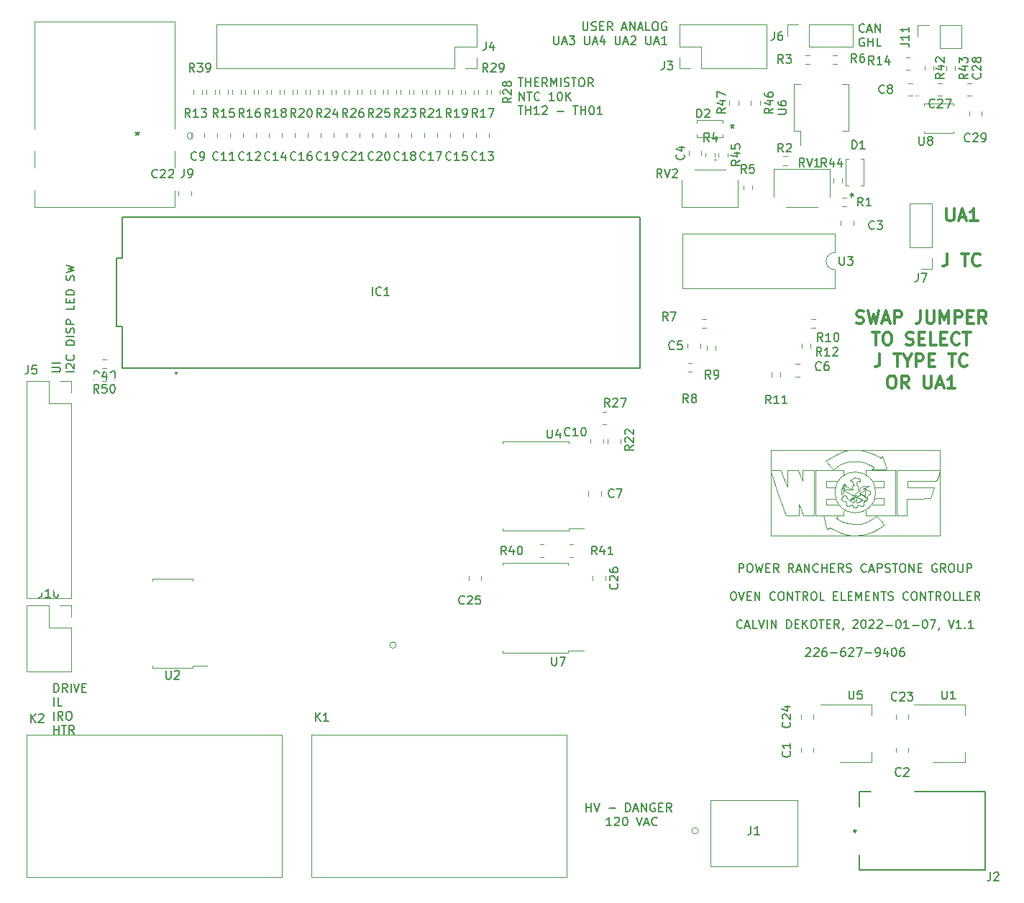
<source format=gto>
%TF.GenerationSoftware,KiCad,Pcbnew,(5.1.8)-1*%
%TF.CreationDate,2022-01-07T12:39:40-05:00*%
%TF.ProjectId,OCE_L,4f43455f-4c2e-46b6-9963-61645f706362,rev?*%
%TF.SameCoordinates,Original*%
%TF.FileFunction,Legend,Top*%
%TF.FilePolarity,Positive*%
%FSLAX46Y46*%
G04 Gerber Fmt 4.6, Leading zero omitted, Abs format (unit mm)*
G04 Created by KiCad (PCBNEW (5.1.8)-1) date 2022-01-07 12:39:40*
%MOMM*%
%LPD*%
G01*
G04 APERTURE LIST*
%ADD10C,0.300000*%
%ADD11C,0.100000*%
%ADD12C,0.073500*%
%ADD13C,0.150000*%
%ADD14C,0.250000*%
%ADD15C,0.200000*%
%ADD16C,0.127000*%
%ADD17C,0.120000*%
%ADD18O,2.000000X5.000000*%
%ADD19C,1.308000*%
%ADD20C,1.208000*%
%ADD21R,1.524000X0.431800*%
%ADD22R,2.000000X1.500000*%
%ADD23R,2.000000X3.800000*%
%ADD24O,1.700000X1.700000*%
%ADD25R,1.700000X1.700000*%
%ADD26C,1.524000*%
%ADD27C,1.397000*%
%ADD28C,1.549400*%
%ADD29C,3.759200*%
%ADD30C,2.108200*%
%ADD31O,1.600000X1.600000*%
%ADD32R,1.600000X1.600000*%
%ADD33C,1.219200*%
%ADD34R,0.762000X1.219200*%
%ADD35R,1.219200X0.762000*%
%ADD36C,1.803400*%
G04 APERTURE END LIST*
D10*
X147236085Y-61078371D02*
X147236085Y-62292657D01*
X147307514Y-62435514D01*
X147378942Y-62506942D01*
X147521800Y-62578371D01*
X147807514Y-62578371D01*
X147950371Y-62506942D01*
X148021800Y-62435514D01*
X148093228Y-62292657D01*
X148093228Y-61078371D01*
X148736085Y-62149800D02*
X149450371Y-62149800D01*
X148593228Y-62578371D02*
X149093228Y-61078371D01*
X149593228Y-62578371D01*
X150878942Y-62578371D02*
X150021800Y-62578371D01*
X150450371Y-62578371D02*
X150450371Y-61078371D01*
X150307514Y-61292657D01*
X150164657Y-61435514D01*
X150021800Y-61506942D01*
X147317828Y-66412371D02*
X147317828Y-67483800D01*
X147246400Y-67698085D01*
X147103542Y-67840942D01*
X146889257Y-67912371D01*
X146746400Y-67912371D01*
X148960685Y-66412371D02*
X149817828Y-66412371D01*
X149389257Y-67912371D02*
X149389257Y-66412371D01*
X151174971Y-67769514D02*
X151103542Y-67840942D01*
X150889257Y-67912371D01*
X150746400Y-67912371D01*
X150532114Y-67840942D01*
X150389257Y-67698085D01*
X150317828Y-67555228D01*
X150246400Y-67269514D01*
X150246400Y-67055228D01*
X150317828Y-66769514D01*
X150389257Y-66626657D01*
X150532114Y-66483800D01*
X150746400Y-66412371D01*
X150889257Y-66412371D01*
X151103542Y-66483800D01*
X151174971Y-66555228D01*
X136603742Y-74582342D02*
X136818028Y-74653771D01*
X137175171Y-74653771D01*
X137318028Y-74582342D01*
X137389457Y-74510914D01*
X137460885Y-74368057D01*
X137460885Y-74225200D01*
X137389457Y-74082342D01*
X137318028Y-74010914D01*
X137175171Y-73939485D01*
X136889457Y-73868057D01*
X136746600Y-73796628D01*
X136675171Y-73725200D01*
X136603742Y-73582342D01*
X136603742Y-73439485D01*
X136675171Y-73296628D01*
X136746600Y-73225200D01*
X136889457Y-73153771D01*
X137246600Y-73153771D01*
X137460885Y-73225200D01*
X137960885Y-73153771D02*
X138318028Y-74653771D01*
X138603742Y-73582342D01*
X138889457Y-74653771D01*
X139246600Y-73153771D01*
X139746600Y-74225200D02*
X140460885Y-74225200D01*
X139603742Y-74653771D02*
X140103742Y-73153771D01*
X140603742Y-74653771D01*
X141103742Y-74653771D02*
X141103742Y-73153771D01*
X141675171Y-73153771D01*
X141818028Y-73225200D01*
X141889457Y-73296628D01*
X141960885Y-73439485D01*
X141960885Y-73653771D01*
X141889457Y-73796628D01*
X141818028Y-73868057D01*
X141675171Y-73939485D01*
X141103742Y-73939485D01*
X144175171Y-73153771D02*
X144175171Y-74225200D01*
X144103742Y-74439485D01*
X143960885Y-74582342D01*
X143746600Y-74653771D01*
X143603742Y-74653771D01*
X144889457Y-73153771D02*
X144889457Y-74368057D01*
X144960885Y-74510914D01*
X145032314Y-74582342D01*
X145175171Y-74653771D01*
X145460885Y-74653771D01*
X145603742Y-74582342D01*
X145675171Y-74510914D01*
X145746600Y-74368057D01*
X145746600Y-73153771D01*
X146460885Y-74653771D02*
X146460885Y-73153771D01*
X146960885Y-74225200D01*
X147460885Y-73153771D01*
X147460885Y-74653771D01*
X148175171Y-74653771D02*
X148175171Y-73153771D01*
X148746600Y-73153771D01*
X148889457Y-73225200D01*
X148960885Y-73296628D01*
X149032314Y-73439485D01*
X149032314Y-73653771D01*
X148960885Y-73796628D01*
X148889457Y-73868057D01*
X148746600Y-73939485D01*
X148175171Y-73939485D01*
X149675171Y-73868057D02*
X150175171Y-73868057D01*
X150389457Y-74653771D02*
X149675171Y-74653771D01*
X149675171Y-73153771D01*
X150389457Y-73153771D01*
X151889457Y-74653771D02*
X151389457Y-73939485D01*
X151032314Y-74653771D02*
X151032314Y-73153771D01*
X151603742Y-73153771D01*
X151746600Y-73225200D01*
X151818028Y-73296628D01*
X151889457Y-73439485D01*
X151889457Y-73653771D01*
X151818028Y-73796628D01*
X151746600Y-73868057D01*
X151603742Y-73939485D01*
X151032314Y-73939485D01*
X138460885Y-75703771D02*
X139318028Y-75703771D01*
X138889457Y-77203771D02*
X138889457Y-75703771D01*
X140103742Y-75703771D02*
X140389457Y-75703771D01*
X140532314Y-75775200D01*
X140675171Y-75918057D01*
X140746600Y-76203771D01*
X140746600Y-76703771D01*
X140675171Y-76989485D01*
X140532314Y-77132342D01*
X140389457Y-77203771D01*
X140103742Y-77203771D01*
X139960885Y-77132342D01*
X139818028Y-76989485D01*
X139746600Y-76703771D01*
X139746600Y-76203771D01*
X139818028Y-75918057D01*
X139960885Y-75775200D01*
X140103742Y-75703771D01*
X142460885Y-77132342D02*
X142675171Y-77203771D01*
X143032314Y-77203771D01*
X143175171Y-77132342D01*
X143246600Y-77060914D01*
X143318028Y-76918057D01*
X143318028Y-76775200D01*
X143246600Y-76632342D01*
X143175171Y-76560914D01*
X143032314Y-76489485D01*
X142746600Y-76418057D01*
X142603742Y-76346628D01*
X142532314Y-76275200D01*
X142460885Y-76132342D01*
X142460885Y-75989485D01*
X142532314Y-75846628D01*
X142603742Y-75775200D01*
X142746600Y-75703771D01*
X143103742Y-75703771D01*
X143318028Y-75775200D01*
X143960885Y-76418057D02*
X144460885Y-76418057D01*
X144675171Y-77203771D02*
X143960885Y-77203771D01*
X143960885Y-75703771D01*
X144675171Y-75703771D01*
X146032314Y-77203771D02*
X145318028Y-77203771D01*
X145318028Y-75703771D01*
X146532314Y-76418057D02*
X147032314Y-76418057D01*
X147246600Y-77203771D02*
X146532314Y-77203771D01*
X146532314Y-75703771D01*
X147246600Y-75703771D01*
X148746600Y-77060914D02*
X148675171Y-77132342D01*
X148460885Y-77203771D01*
X148318028Y-77203771D01*
X148103742Y-77132342D01*
X147960885Y-76989485D01*
X147889457Y-76846628D01*
X147818028Y-76560914D01*
X147818028Y-76346628D01*
X147889457Y-76060914D01*
X147960885Y-75918057D01*
X148103742Y-75775200D01*
X148318028Y-75703771D01*
X148460885Y-75703771D01*
X148675171Y-75775200D01*
X148746600Y-75846628D01*
X149175171Y-75703771D02*
X150032314Y-75703771D01*
X149603742Y-77203771D02*
X149603742Y-75703771D01*
X139353742Y-78253771D02*
X139353742Y-79325200D01*
X139282314Y-79539485D01*
X139139457Y-79682342D01*
X138925171Y-79753771D01*
X138782314Y-79753771D01*
X140996600Y-78253771D02*
X141853742Y-78253771D01*
X141425171Y-79753771D02*
X141425171Y-78253771D01*
X142639457Y-79039485D02*
X142639457Y-79753771D01*
X142139457Y-78253771D02*
X142639457Y-79039485D01*
X143139457Y-78253771D01*
X143639457Y-79753771D02*
X143639457Y-78253771D01*
X144210885Y-78253771D01*
X144353742Y-78325200D01*
X144425171Y-78396628D01*
X144496600Y-78539485D01*
X144496600Y-78753771D01*
X144425171Y-78896628D01*
X144353742Y-78968057D01*
X144210885Y-79039485D01*
X143639457Y-79039485D01*
X145139457Y-78968057D02*
X145639457Y-78968057D01*
X145853742Y-79753771D02*
X145139457Y-79753771D01*
X145139457Y-78253771D01*
X145853742Y-78253771D01*
X147425171Y-78253771D02*
X148282314Y-78253771D01*
X147853742Y-79753771D02*
X147853742Y-78253771D01*
X149639457Y-79610914D02*
X149568028Y-79682342D01*
X149353742Y-79753771D01*
X149210885Y-79753771D01*
X148996600Y-79682342D01*
X148853742Y-79539485D01*
X148782314Y-79396628D01*
X148710885Y-79110914D01*
X148710885Y-78896628D01*
X148782314Y-78610914D01*
X148853742Y-78468057D01*
X148996600Y-78325200D01*
X149210885Y-78253771D01*
X149353742Y-78253771D01*
X149568028Y-78325200D01*
X149639457Y-78396628D01*
X140639457Y-80803771D02*
X140925171Y-80803771D01*
X141068028Y-80875200D01*
X141210885Y-81018057D01*
X141282314Y-81303771D01*
X141282314Y-81803771D01*
X141210885Y-82089485D01*
X141068028Y-82232342D01*
X140925171Y-82303771D01*
X140639457Y-82303771D01*
X140496600Y-82232342D01*
X140353742Y-82089485D01*
X140282314Y-81803771D01*
X140282314Y-81303771D01*
X140353742Y-81018057D01*
X140496600Y-80875200D01*
X140639457Y-80803771D01*
X142782314Y-82303771D02*
X142282314Y-81589485D01*
X141925171Y-82303771D02*
X141925171Y-80803771D01*
X142496600Y-80803771D01*
X142639457Y-80875200D01*
X142710885Y-80946628D01*
X142782314Y-81089485D01*
X142782314Y-81303771D01*
X142710885Y-81446628D01*
X142639457Y-81518057D01*
X142496600Y-81589485D01*
X141925171Y-81589485D01*
X144568028Y-80803771D02*
X144568028Y-82018057D01*
X144639457Y-82160914D01*
X144710885Y-82232342D01*
X144853742Y-82303771D01*
X145139457Y-82303771D01*
X145282314Y-82232342D01*
X145353742Y-82160914D01*
X145425171Y-82018057D01*
X145425171Y-80803771D01*
X146068028Y-81875200D02*
X146782314Y-81875200D01*
X145925171Y-82303771D02*
X146425171Y-80803771D01*
X146925171Y-82303771D01*
X148210885Y-82303771D02*
X147353742Y-82303771D01*
X147782314Y-82303771D02*
X147782314Y-80803771D01*
X147639457Y-81018057D01*
X147496600Y-81160914D01*
X147353742Y-81232342D01*
D11*
X135128000Y-94234000D02*
X136144000Y-94234000D01*
D12*
X139330000Y-93953440D02*
X139814400Y-93953440D01*
X139814400Y-93953440D02*
X139814400Y-93577330D01*
X139814400Y-93201150D02*
X139149400Y-93201150D01*
X139149400Y-93201150D02*
X138484400Y-93201150D01*
X139814400Y-93577330D02*
X139814400Y-93201150D01*
X139814400Y-95236820D02*
X139329300Y-95236820D01*
X138846300Y-93953510D02*
X139330000Y-93953440D01*
X138795200Y-95314240D02*
X138760199Y-95357430D01*
X138923300Y-95250750D02*
X138795200Y-95314240D01*
X139814400Y-95612930D02*
X139814400Y-95236820D01*
X138485100Y-95989110D02*
X139149400Y-95989110D01*
X139149400Y-95989110D02*
X139814400Y-95989110D01*
X139329300Y-95236820D02*
X138923300Y-95250750D01*
X139814400Y-95989110D02*
X139814400Y-95612930D01*
X135123700Y-97228180D02*
X133441600Y-97228180D01*
X137678700Y-92478259D02*
X137734000Y-92210230D01*
X133441600Y-91917840D02*
X135123700Y-91917840D01*
X137734000Y-96962670D02*
X137717900Y-96697160D01*
X141141600Y-94573010D02*
X141141600Y-97228180D01*
X137734000Y-92210230D02*
X137734000Y-91917840D01*
X137734000Y-91917840D02*
X139437800Y-91917840D01*
X135123700Y-92227660D02*
X135143300Y-92537410D01*
X131760199Y-91917840D02*
X133441600Y-91917840D01*
X131760199Y-94573010D02*
X131760199Y-91917840D01*
X139437800Y-97228180D02*
X137734000Y-97228180D01*
X141141600Y-91917840D02*
X141141600Y-94573010D01*
X133441600Y-97228180D02*
X131760199Y-97228180D01*
X135123700Y-96940480D02*
X135123700Y-97228180D01*
X141141600Y-97228180D02*
X139437800Y-97228180D01*
X131760199Y-97228180D02*
X131760199Y-94573010D01*
X137734000Y-97228180D02*
X137734000Y-96962670D01*
X135123700Y-91917840D02*
X135123700Y-92227660D01*
X135146800Y-96652850D02*
X135123700Y-96940480D01*
X139437800Y-91917840D02*
X141141600Y-91917840D01*
X130064100Y-96575430D02*
X129817700Y-95922680D01*
X128487000Y-91915530D02*
X129133100Y-91927779D01*
X126494100Y-92061690D02*
X126494100Y-91917840D01*
X130300000Y-92589000D02*
X130300000Y-91917840D01*
X131583100Y-94573010D02*
X131583100Y-97228180D01*
X131583100Y-91917840D02*
X131583100Y-94573010D01*
X126494100Y-91917840D02*
X127103800Y-91917840D01*
X130946800Y-97228180D02*
X130310500Y-97228180D01*
X130941200Y-91917840D02*
X131583100Y-91917840D01*
X127409000Y-94716860D02*
X126494100Y-92061690D01*
X130300000Y-91917840D02*
X130941200Y-91917840D01*
X129814899Y-96575430D02*
X129812800Y-97228180D01*
X131583100Y-97228180D02*
X130946800Y-97228180D01*
X128463200Y-93901430D02*
X128475099Y-92908480D01*
X129779200Y-91939960D02*
X130014400Y-92574719D01*
X130014400Y-92574719D02*
X130274800Y-93234820D01*
X129812800Y-97228180D02*
X129068700Y-97228180D01*
X130274800Y-93234820D02*
X130300000Y-92589000D01*
X128323899Y-97228180D02*
X127409000Y-94716860D01*
X129068700Y-97228180D02*
X128323899Y-97228180D01*
X130310500Y-97228180D02*
X130064100Y-96575430D01*
X129133100Y-91927779D02*
X129779200Y-91939960D01*
X128088700Y-92909670D02*
X128463200Y-93901430D01*
X127714200Y-91917840D02*
X128088700Y-92909670D01*
X129817700Y-95922680D02*
X129814899Y-96575430D01*
X128475099Y-92908480D02*
X128487000Y-91915530D01*
X127103800Y-91917840D02*
X127714200Y-91917840D01*
X138995399Y-97354460D02*
X139428000Y-97807850D01*
X136207300Y-99632190D02*
X135567500Y-99544060D01*
X136432700Y-98312410D02*
X137155100Y-98250950D01*
X133308600Y-98799190D02*
X133160900Y-98906500D01*
X133651600Y-98794430D02*
X133440900Y-98672980D01*
X134933299Y-99376760D02*
X133651600Y-98794430D01*
X136539100Y-99633450D02*
X136207300Y-99632190D01*
X139152900Y-98840070D02*
X138465500Y-99216320D01*
X135676700Y-98214760D02*
X136432700Y-98312410D01*
X134353000Y-97425860D02*
X134236100Y-97579370D01*
X133583000Y-97272420D02*
X134469900Y-97272420D01*
X133001300Y-98364070D02*
X132776600Y-97556480D01*
X132695399Y-97272420D02*
X133583000Y-97272420D01*
X138465500Y-99216320D02*
X137703199Y-99466360D01*
X133160900Y-98906500D02*
X133001300Y-98364070D01*
X134469900Y-97272420D02*
X134353000Y-97425860D01*
X133440900Y-98672980D02*
X133308600Y-98799190D01*
X137703199Y-99466360D02*
X136539100Y-99633450D01*
X137861399Y-98026880D02*
X138569800Y-97636700D01*
X139428000Y-97807850D02*
X139860599Y-98261310D01*
X137155100Y-98250950D02*
X137861399Y-98026880D01*
X135008200Y-97989220D02*
X135676700Y-98214760D01*
X134236100Y-97579370D02*
X134410400Y-97694730D01*
X135567500Y-99544060D02*
X134933299Y-99376760D01*
X138569800Y-97636700D02*
X138995399Y-97354460D01*
X134410400Y-97694730D02*
X135008200Y-97989220D01*
X132776600Y-97556480D02*
X132695399Y-97272420D01*
X139715699Y-98412230D02*
X139152900Y-98840070D01*
X136207300Y-99632190D02*
X136207300Y-99632190D01*
X139860599Y-98261310D02*
X139715699Y-98412230D01*
X137048700Y-94816400D02*
X137142500Y-94767400D01*
X135063500Y-94307500D02*
X135319700Y-93745050D01*
X146407700Y-89567240D02*
X126494100Y-89567240D01*
X126494100Y-89567240D02*
X126494100Y-99638280D01*
X136763100Y-94238060D02*
X137025600Y-94299660D01*
X146407700Y-99638280D02*
X146407700Y-89567240D01*
X138875945Y-94545150D02*
G75*
G03*
X138875945Y-94545150I-2401945J0D01*
G01*
X126494100Y-99638280D02*
X146407700Y-99638280D01*
X137482000Y-91002800D02*
X137047300Y-90902980D01*
X145744100Y-93989140D02*
X145295400Y-95203570D01*
X142601800Y-93953440D02*
X144173300Y-93953440D01*
X141938200Y-97228180D02*
X141318700Y-97228180D01*
X135278400Y-89679030D02*
X135760700Y-89584739D01*
X133556400Y-91487480D02*
X133116800Y-91005180D01*
X142557700Y-95281060D02*
X142557700Y-96254620D01*
X138547400Y-91721700D02*
X138663600Y-91569800D01*
X135389000Y-91006370D02*
X134701600Y-91294909D01*
X138072800Y-91227779D02*
X137482000Y-91002800D01*
X134326400Y-90046950D02*
X135278400Y-89679030D01*
X134114300Y-91653240D02*
X133879799Y-91831599D01*
X135760700Y-89584739D02*
X136393500Y-89567310D01*
X136393500Y-89567310D02*
X137077399Y-89598740D01*
X134701600Y-91294909D02*
X134114300Y-91653240D01*
X145051100Y-95269020D02*
X143905900Y-95281060D01*
X143905900Y-95281060D02*
X142557700Y-95281060D01*
X138541800Y-91483910D02*
X138072800Y-91227779D01*
X142557700Y-97228180D02*
X141938200Y-97228180D01*
X138431900Y-91873600D02*
X138547400Y-91721700D01*
X138663600Y-91569800D02*
X138541800Y-91483910D01*
X144173300Y-93953440D02*
X145744100Y-93989140D01*
X139304799Y-91873600D02*
X138431900Y-91873600D01*
X139492400Y-90485080D02*
X139575700Y-90360760D01*
X140042600Y-91861770D02*
X139304799Y-91873600D01*
X140158100Y-91796180D02*
X140042600Y-91861770D01*
X136428500Y-90882890D02*
X135809700Y-90901790D01*
X133000600Y-90866860D02*
X133387000Y-90591410D01*
X139575700Y-90360760D02*
X139684200Y-90236370D01*
X141318700Y-97228180D02*
X141318700Y-94573010D01*
X137047300Y-90902980D02*
X136428500Y-90882890D01*
X142557700Y-96254620D02*
X142557700Y-97228180D01*
X139684200Y-90236370D02*
X140158100Y-91796180D01*
X138912100Y-90192480D02*
X139492400Y-90485080D01*
X138254799Y-89891060D02*
X138912100Y-90192480D01*
X137671000Y-89699890D02*
X138254799Y-89891060D01*
X135809700Y-90901790D02*
X135389000Y-91006370D01*
X145295400Y-95203570D02*
X145051100Y-95269020D01*
X137077399Y-89598740D02*
X137671000Y-89699890D01*
X133387000Y-90591410D02*
X134326400Y-90046950D01*
X133116800Y-91005180D02*
X133000600Y-90866860D01*
X133879799Y-91831599D02*
X133556400Y-91487480D01*
X134439100Y-93201150D02*
X133741200Y-93201150D01*
X133043300Y-95989110D02*
X133746100Y-95989110D01*
X133043300Y-95281060D02*
X133043300Y-95635050D01*
X133746100Y-95989110D02*
X134448200Y-95989110D01*
X141318700Y-91917840D02*
X143863200Y-91917840D01*
X133563400Y-93953020D02*
X134083500Y-93952600D01*
X133043300Y-93953440D02*
X133563400Y-93953020D01*
X142601800Y-93577330D02*
X142601800Y-93953440D01*
X133043300Y-95635050D02*
X133043300Y-95989110D01*
X142601800Y-93201150D02*
X142601800Y-93577330D01*
X144321700Y-93201150D02*
X142601800Y-93201150D01*
X146041600Y-93201150D02*
X144321700Y-93201150D01*
X146225000Y-92681190D02*
X146041600Y-93201150D01*
X133043300Y-93577330D02*
X133043300Y-93953440D01*
X146407700Y-91917840D02*
X146407700Y-92039570D01*
X143863200Y-91917840D02*
X146407700Y-91917840D01*
X133043300Y-93201150D02*
X133043300Y-93577330D01*
X133741200Y-93201150D02*
X133043300Y-93201150D01*
X133569700Y-95281060D02*
X133043300Y-95281060D01*
X146407700Y-92039570D02*
X146225000Y-92681190D01*
X141318700Y-94573010D02*
X141318700Y-91917840D01*
X134095399Y-95281060D02*
X133569700Y-95281060D01*
X135122300Y-93955259D02*
X135122300Y-93955259D01*
X136716899Y-95056290D02*
X137103999Y-95290860D01*
X135875499Y-95437860D02*
X136151999Y-95301640D01*
X136151999Y-95301640D02*
X136738600Y-94981180D01*
X136235300Y-95161710D02*
X135875499Y-95437860D01*
X137025600Y-94299660D02*
X136645500Y-94595130D01*
X137168400Y-94819130D02*
X136942299Y-94924900D01*
X137548499Y-95485460D02*
X137769700Y-95449200D01*
X137769700Y-95449200D02*
X137769700Y-95449200D01*
X136738600Y-94981180D02*
X136738600Y-94981180D01*
X136429900Y-94882760D02*
X136594400Y-94904879D01*
X136738600Y-94981180D02*
X137048700Y-94816400D01*
X134977399Y-94123610D02*
X135122300Y-93955259D01*
X134923499Y-94119759D02*
X134977399Y-94123610D01*
X134901800Y-94048500D02*
X134923499Y-94119759D01*
X137103999Y-95290860D02*
X137548499Y-95485460D01*
X136645500Y-94595130D02*
X136265400Y-94860640D01*
X137495300Y-94994410D02*
X137168400Y-94819130D01*
X136594400Y-94904879D02*
X136235300Y-95161710D01*
X134999800Y-93824990D02*
X134901800Y-94048500D01*
X135156600Y-93654470D02*
X134999800Y-93824990D01*
X136942299Y-94924900D02*
X136716899Y-95056290D01*
X135208400Y-93720270D02*
X135156600Y-93654470D01*
X135122300Y-93955259D02*
X135208400Y-93720270D01*
X136265400Y-94860640D02*
X136429900Y-94882760D01*
X136645500Y-93383430D02*
X136688900Y-93522030D01*
X136306000Y-96316640D02*
X136215699Y-96186860D01*
X137347600Y-96131000D02*
X137213200Y-96181119D01*
X136456500Y-96343100D02*
X136306000Y-96316640D01*
X137453300Y-96037340D02*
X137347600Y-96131000D01*
X137855100Y-95236190D02*
X137827799Y-95467960D01*
X136763100Y-94238060D02*
X136831699Y-94216360D01*
X137622699Y-94320100D02*
X137703199Y-94247020D01*
X137736799Y-93953510D02*
X137362999Y-94108350D01*
X136693799Y-93732240D02*
X136785500Y-93768289D01*
X137291600Y-95457670D02*
X136962599Y-95270420D01*
X136026000Y-95432540D02*
X135818100Y-95593120D01*
X137362999Y-94108350D02*
X137537300Y-94131030D01*
X137374900Y-93772769D02*
X137742400Y-93785720D01*
X137769700Y-95449200D02*
X137822900Y-95282880D01*
X136555200Y-95690350D02*
X136580400Y-95763220D01*
X136215699Y-96186860D02*
X136215699Y-96186860D01*
X137456100Y-95865350D02*
X137453300Y-96037340D01*
X137665400Y-95546570D02*
X137489700Y-95625320D01*
X138007700Y-94320100D02*
X138186200Y-94428460D01*
X137127799Y-94521700D02*
X136942299Y-94636989D01*
X136775700Y-94008810D02*
X136763100Y-94238060D01*
X136672800Y-93288020D02*
X136645500Y-93383430D01*
X136583900Y-93687930D02*
X136693799Y-93732240D01*
X136688900Y-93522030D02*
X136651100Y-93643690D01*
X138110599Y-93798600D02*
X137736799Y-93953510D01*
X137608699Y-94602550D02*
X137622699Y-94320100D01*
X138193900Y-94735620D02*
X138048300Y-94819830D01*
X138219100Y-94584420D02*
X138193900Y-94735620D01*
X137537300Y-94131030D02*
X137712300Y-94153780D01*
X136831699Y-94216360D02*
X137145300Y-93960090D01*
X136651100Y-93643690D02*
X136583900Y-93687930D01*
X138186200Y-94428460D02*
X138219100Y-94584420D01*
X136287100Y-95326350D02*
X136026000Y-95432540D01*
X136818400Y-96013960D02*
X136678400Y-96188400D01*
X137252399Y-94808910D02*
X137586300Y-94956960D01*
X137054300Y-96095300D02*
X136818400Y-96013960D01*
X137145300Y-93960090D02*
X137374900Y-93772769D01*
X137512800Y-94280130D02*
X137127799Y-94521700D01*
X137762700Y-95158280D02*
X137495300Y-94994410D01*
X137822900Y-95282880D02*
X137762700Y-95158280D01*
X136604200Y-96317970D02*
X136456500Y-96343100D01*
X137827799Y-95467960D02*
X137665400Y-95546570D01*
X137489700Y-95625320D02*
X137456100Y-95865350D01*
X137213200Y-96181119D02*
X137054300Y-96095300D01*
X137866300Y-94958990D02*
X137855100Y-95236190D01*
X137742400Y-93785720D02*
X138110599Y-93798600D01*
X136810700Y-95700850D02*
X136810700Y-95700850D01*
X136604900Y-95360300D02*
X136555200Y-95690350D01*
X136942299Y-94636989D02*
X137252399Y-94808910D01*
X136580400Y-95763220D02*
X136810700Y-95700850D01*
X136633600Y-95107670D02*
X136604900Y-95360300D01*
X136962599Y-95270420D02*
X136633600Y-95107670D01*
X136810700Y-95700850D02*
X137291600Y-95457670D01*
X136306000Y-95765740D02*
X136333299Y-95557630D01*
X137703199Y-94247020D02*
X138007700Y-94320100D01*
X135818100Y-95593120D02*
X136306000Y-95765740D01*
X137586300Y-94956960D02*
X137608699Y-94602550D01*
X136785500Y-93768289D02*
X136775700Y-94008810D01*
X136333299Y-95557630D02*
X136287100Y-95326350D01*
X136678400Y-96188400D02*
X136604200Y-96317970D01*
X138048300Y-94819830D02*
X137866300Y-94958990D01*
X137712300Y-94153780D02*
X137512800Y-94280130D01*
X136252100Y-93643690D02*
X136190500Y-93628150D01*
X136208000Y-94943100D02*
X136160400Y-94887170D01*
X134980200Y-95577160D02*
X134903199Y-95460400D01*
X135442900Y-95911550D02*
X135402300Y-95787160D01*
X136190500Y-93628150D02*
X136224800Y-93483390D01*
X136202399Y-93732240D02*
X136317900Y-93687930D01*
X135152399Y-94915870D02*
X135254600Y-94885070D01*
X135729900Y-95480630D02*
X135806200Y-95453120D01*
X137076700Y-93257920D02*
X136896100Y-93233699D01*
X135489800Y-95233740D02*
X135729900Y-95480630D01*
X137031200Y-92943270D02*
X137062700Y-93085720D01*
X136943000Y-92898610D02*
X137031200Y-92943270D01*
X135402300Y-95787160D02*
X135346300Y-95768960D01*
X136800200Y-92942850D02*
X136943000Y-92898610D01*
X136028100Y-95250470D02*
X136254900Y-95049780D01*
X136220600Y-93287110D02*
X136026000Y-93180290D01*
X135308500Y-94927910D02*
X135489800Y-95233740D01*
X136693100Y-92902460D02*
X136756100Y-92968960D01*
X136474699Y-92801730D02*
X136693100Y-92902460D01*
X135748099Y-94013430D02*
X136148499Y-94228259D01*
X135986799Y-93004870D02*
X136232499Y-92888950D01*
X135453400Y-96045180D02*
X135442900Y-95911550D01*
X136148499Y-94228259D02*
X136117700Y-93980250D01*
X136215699Y-96186860D02*
X136067299Y-96010670D01*
X135850300Y-93083410D02*
X135986799Y-93004870D01*
X135295900Y-93676869D02*
X135748099Y-94013430D01*
X135254600Y-94885070D02*
X135308500Y-94927910D01*
X134827600Y-94735970D02*
X134813600Y-94416350D01*
X135063500Y-94307500D02*
X135004700Y-94355589D01*
X135806200Y-95453120D02*
X136028100Y-95250470D01*
X135382700Y-95607120D02*
X135152399Y-95579119D01*
X134869599Y-95322080D02*
X134940299Y-95191740D01*
X137062700Y-93085720D02*
X137076700Y-93257920D01*
X136232499Y-92888950D02*
X136474699Y-92801730D01*
X134940299Y-95191740D02*
X135034800Y-95016390D01*
X135004700Y-94355589D02*
X134990699Y-94550890D01*
X136117700Y-93980250D02*
X136105800Y-93764020D01*
X135088700Y-93624510D02*
X135220300Y-93562840D01*
X136317900Y-93687930D02*
X136252100Y-93643690D01*
X135034800Y-95016390D02*
X135152399Y-94915870D01*
X136756100Y-92968960D02*
X136800200Y-92942850D01*
X136026000Y-93180290D02*
X135850300Y-93083410D01*
X136224800Y-93483390D02*
X136220600Y-93287110D01*
X135573099Y-96127920D02*
X135453400Y-96045180D01*
X135220300Y-93562840D02*
X135295900Y-93676869D01*
X136254900Y-95049780D02*
X136208000Y-94943100D01*
X134903199Y-95460400D02*
X134869599Y-95322080D01*
X134813600Y-94416350D02*
X134880100Y-93915500D01*
X134901800Y-94794280D02*
X134827600Y-94735970D01*
X134990699Y-94550890D02*
X134975300Y-94752770D01*
X135425400Y-95650729D02*
X135382700Y-95607120D01*
X135864300Y-96088580D02*
X135720100Y-96172790D01*
X135391099Y-95700149D02*
X135425400Y-95650729D01*
X136105800Y-93764020D02*
X136202399Y-93732240D01*
X136067299Y-96010670D02*
X135864300Y-96088580D01*
X134975300Y-94752770D02*
X134901800Y-94794280D01*
X135720100Y-96172790D02*
X135573099Y-96127920D01*
X136160400Y-94887170D02*
X135063500Y-94307500D01*
X135152399Y-95579119D02*
X134980200Y-95577160D01*
X136742800Y-93230130D02*
X136672800Y-93288020D01*
X134880100Y-93915500D02*
X135088700Y-93624510D01*
X135346300Y-95768960D02*
X135391099Y-95700149D01*
X136896100Y-93233699D02*
X136742800Y-93230130D01*
X137453999Y-96050360D02*
X137459600Y-96037620D01*
X137449800Y-96052740D02*
X137453999Y-96050360D01*
X137446300Y-96057639D02*
X137449800Y-96052810D01*
X137449800Y-96052249D02*
X137454700Y-96046300D01*
X137454700Y-96046300D02*
X137449800Y-96052740D01*
X137449800Y-96052810D02*
X137449800Y-96052530D01*
X137449800Y-96052530D02*
X137449800Y-96052249D01*
D13*
X42118595Y-118055880D02*
X42118595Y-117055880D01*
X42356690Y-117055880D01*
X42499547Y-117103500D01*
X42594785Y-117198738D01*
X42642404Y-117293976D01*
X42690023Y-117484452D01*
X42690023Y-117627309D01*
X42642404Y-117817785D01*
X42594785Y-117913023D01*
X42499547Y-118008261D01*
X42356690Y-118055880D01*
X42118595Y-118055880D01*
X43690023Y-118055880D02*
X43356690Y-117579690D01*
X43118595Y-118055880D02*
X43118595Y-117055880D01*
X43499547Y-117055880D01*
X43594785Y-117103500D01*
X43642404Y-117151119D01*
X43690023Y-117246357D01*
X43690023Y-117389214D01*
X43642404Y-117484452D01*
X43594785Y-117532071D01*
X43499547Y-117579690D01*
X43118595Y-117579690D01*
X44118595Y-118055880D02*
X44118595Y-117055880D01*
X44451928Y-117055880D02*
X44785261Y-118055880D01*
X45118595Y-117055880D01*
X45451928Y-117532071D02*
X45785261Y-117532071D01*
X45928119Y-118055880D02*
X45451928Y-118055880D01*
X45451928Y-117055880D01*
X45928119Y-117055880D01*
X42118595Y-119705880D02*
X42118595Y-118705880D01*
X43070976Y-119705880D02*
X42594785Y-119705880D01*
X42594785Y-118705880D01*
X42118595Y-121355880D02*
X42118595Y-120355880D01*
X43166214Y-121355880D02*
X42832880Y-120879690D01*
X42594785Y-121355880D02*
X42594785Y-120355880D01*
X42975738Y-120355880D01*
X43070976Y-120403500D01*
X43118595Y-120451119D01*
X43166214Y-120546357D01*
X43166214Y-120689214D01*
X43118595Y-120784452D01*
X43070976Y-120832071D01*
X42975738Y-120879690D01*
X42594785Y-120879690D01*
X43785261Y-120355880D02*
X43975738Y-120355880D01*
X44070976Y-120403500D01*
X44166214Y-120498738D01*
X44213833Y-120689214D01*
X44213833Y-121022547D01*
X44166214Y-121213023D01*
X44070976Y-121308261D01*
X43975738Y-121355880D01*
X43785261Y-121355880D01*
X43690023Y-121308261D01*
X43594785Y-121213023D01*
X43547166Y-121022547D01*
X43547166Y-120689214D01*
X43594785Y-120498738D01*
X43690023Y-120403500D01*
X43785261Y-120355880D01*
X42118595Y-123005880D02*
X42118595Y-122005880D01*
X42118595Y-122482071D02*
X42690023Y-122482071D01*
X42690023Y-123005880D02*
X42690023Y-122005880D01*
X43023357Y-122005880D02*
X43594785Y-122005880D01*
X43309071Y-123005880D02*
X43309071Y-122005880D01*
X44499547Y-123005880D02*
X44166214Y-122529690D01*
X43928119Y-123005880D02*
X43928119Y-122005880D01*
X44309071Y-122005880D01*
X44404309Y-122053500D01*
X44451928Y-122101119D01*
X44499547Y-122196357D01*
X44499547Y-122339214D01*
X44451928Y-122434452D01*
X44404309Y-122482071D01*
X44309071Y-122529690D01*
X43928119Y-122529690D01*
X41870880Y-80372904D02*
X42680404Y-80372904D01*
X42775642Y-80325285D01*
X42823261Y-80277666D01*
X42870880Y-80182428D01*
X42870880Y-79991952D01*
X42823261Y-79896714D01*
X42775642Y-79849095D01*
X42680404Y-79801476D01*
X41870880Y-79801476D01*
X42870880Y-79325285D02*
X41870880Y-79325285D01*
X44520880Y-80372904D02*
X43520880Y-80372904D01*
X43616119Y-79944333D02*
X43568500Y-79896714D01*
X43520880Y-79801476D01*
X43520880Y-79563380D01*
X43568500Y-79468142D01*
X43616119Y-79420523D01*
X43711357Y-79372904D01*
X43806595Y-79372904D01*
X43949452Y-79420523D01*
X44520880Y-79991952D01*
X44520880Y-79372904D01*
X44425642Y-78372904D02*
X44473261Y-78420523D01*
X44520880Y-78563380D01*
X44520880Y-78658619D01*
X44473261Y-78801476D01*
X44378023Y-78896714D01*
X44282785Y-78944333D01*
X44092309Y-78991952D01*
X43949452Y-78991952D01*
X43758976Y-78944333D01*
X43663738Y-78896714D01*
X43568500Y-78801476D01*
X43520880Y-78658619D01*
X43520880Y-78563380D01*
X43568500Y-78420523D01*
X43616119Y-78372904D01*
X44520880Y-77182428D02*
X43520880Y-77182428D01*
X43520880Y-76944333D01*
X43568500Y-76801476D01*
X43663738Y-76706238D01*
X43758976Y-76658619D01*
X43949452Y-76611000D01*
X44092309Y-76611000D01*
X44282785Y-76658619D01*
X44378023Y-76706238D01*
X44473261Y-76801476D01*
X44520880Y-76944333D01*
X44520880Y-77182428D01*
X44520880Y-76182428D02*
X43520880Y-76182428D01*
X44473261Y-75753857D02*
X44520880Y-75611000D01*
X44520880Y-75372904D01*
X44473261Y-75277666D01*
X44425642Y-75230047D01*
X44330404Y-75182428D01*
X44235166Y-75182428D01*
X44139928Y-75230047D01*
X44092309Y-75277666D01*
X44044690Y-75372904D01*
X43997071Y-75563380D01*
X43949452Y-75658619D01*
X43901833Y-75706238D01*
X43806595Y-75753857D01*
X43711357Y-75753857D01*
X43616119Y-75706238D01*
X43568500Y-75658619D01*
X43520880Y-75563380D01*
X43520880Y-75325285D01*
X43568500Y-75182428D01*
X44520880Y-74753857D02*
X43520880Y-74753857D01*
X43520880Y-74372904D01*
X43568500Y-74277666D01*
X43616119Y-74230047D01*
X43711357Y-74182428D01*
X43854214Y-74182428D01*
X43949452Y-74230047D01*
X43997071Y-74277666D01*
X44044690Y-74372904D01*
X44044690Y-74753857D01*
X44520880Y-72515761D02*
X44520880Y-72991952D01*
X43520880Y-72991952D01*
X43997071Y-72182428D02*
X43997071Y-71849095D01*
X44520880Y-71706238D02*
X44520880Y-72182428D01*
X43520880Y-72182428D01*
X43520880Y-71706238D01*
X44520880Y-71277666D02*
X43520880Y-71277666D01*
X43520880Y-71039571D01*
X43568500Y-70896714D01*
X43663738Y-70801476D01*
X43758976Y-70753857D01*
X43949452Y-70706238D01*
X44092309Y-70706238D01*
X44282785Y-70753857D01*
X44378023Y-70801476D01*
X44473261Y-70896714D01*
X44520880Y-71039571D01*
X44520880Y-71277666D01*
X44473261Y-69563380D02*
X44520880Y-69420523D01*
X44520880Y-69182428D01*
X44473261Y-69087190D01*
X44425642Y-69039571D01*
X44330404Y-68991952D01*
X44235166Y-68991952D01*
X44139928Y-69039571D01*
X44092309Y-69087190D01*
X44044690Y-69182428D01*
X43997071Y-69372904D01*
X43949452Y-69468142D01*
X43901833Y-69515761D01*
X43806595Y-69563380D01*
X43711357Y-69563380D01*
X43616119Y-69515761D01*
X43568500Y-69468142D01*
X43520880Y-69372904D01*
X43520880Y-69134809D01*
X43568500Y-68991952D01*
X43520880Y-68658619D02*
X44520880Y-68420523D01*
X43806595Y-68230047D01*
X44520880Y-68039571D01*
X43520880Y-67801476D01*
X96776238Y-45744880D02*
X97347666Y-45744880D01*
X97061952Y-46744880D02*
X97061952Y-45744880D01*
X97681000Y-46744880D02*
X97681000Y-45744880D01*
X97681000Y-46221071D02*
X98252428Y-46221071D01*
X98252428Y-46744880D02*
X98252428Y-45744880D01*
X98728619Y-46221071D02*
X99061952Y-46221071D01*
X99204809Y-46744880D02*
X98728619Y-46744880D01*
X98728619Y-45744880D01*
X99204809Y-45744880D01*
X100204809Y-46744880D02*
X99871476Y-46268690D01*
X99633380Y-46744880D02*
X99633380Y-45744880D01*
X100014333Y-45744880D01*
X100109571Y-45792500D01*
X100157190Y-45840119D01*
X100204809Y-45935357D01*
X100204809Y-46078214D01*
X100157190Y-46173452D01*
X100109571Y-46221071D01*
X100014333Y-46268690D01*
X99633380Y-46268690D01*
X100633380Y-46744880D02*
X100633380Y-45744880D01*
X100966714Y-46459166D01*
X101300047Y-45744880D01*
X101300047Y-46744880D01*
X101776238Y-46744880D02*
X101776238Y-45744880D01*
X102204809Y-46697261D02*
X102347666Y-46744880D01*
X102585761Y-46744880D01*
X102681000Y-46697261D01*
X102728619Y-46649642D01*
X102776238Y-46554404D01*
X102776238Y-46459166D01*
X102728619Y-46363928D01*
X102681000Y-46316309D01*
X102585761Y-46268690D01*
X102395285Y-46221071D01*
X102300047Y-46173452D01*
X102252428Y-46125833D01*
X102204809Y-46030595D01*
X102204809Y-45935357D01*
X102252428Y-45840119D01*
X102300047Y-45792500D01*
X102395285Y-45744880D01*
X102633380Y-45744880D01*
X102776238Y-45792500D01*
X103061952Y-45744880D02*
X103633380Y-45744880D01*
X103347666Y-46744880D02*
X103347666Y-45744880D01*
X104157190Y-45744880D02*
X104347666Y-45744880D01*
X104442904Y-45792500D01*
X104538142Y-45887738D01*
X104585761Y-46078214D01*
X104585761Y-46411547D01*
X104538142Y-46602023D01*
X104442904Y-46697261D01*
X104347666Y-46744880D01*
X104157190Y-46744880D01*
X104061952Y-46697261D01*
X103966714Y-46602023D01*
X103919095Y-46411547D01*
X103919095Y-46078214D01*
X103966714Y-45887738D01*
X104061952Y-45792500D01*
X104157190Y-45744880D01*
X105585761Y-46744880D02*
X105252428Y-46268690D01*
X105014333Y-46744880D02*
X105014333Y-45744880D01*
X105395285Y-45744880D01*
X105490523Y-45792500D01*
X105538142Y-45840119D01*
X105585761Y-45935357D01*
X105585761Y-46078214D01*
X105538142Y-46173452D01*
X105490523Y-46221071D01*
X105395285Y-46268690D01*
X105014333Y-46268690D01*
X96919095Y-48394880D02*
X96919095Y-47394880D01*
X97490523Y-48394880D01*
X97490523Y-47394880D01*
X97823857Y-47394880D02*
X98395285Y-47394880D01*
X98109571Y-48394880D02*
X98109571Y-47394880D01*
X99300047Y-48299642D02*
X99252428Y-48347261D01*
X99109571Y-48394880D01*
X99014333Y-48394880D01*
X98871476Y-48347261D01*
X98776238Y-48252023D01*
X98728619Y-48156785D01*
X98681000Y-47966309D01*
X98681000Y-47823452D01*
X98728619Y-47632976D01*
X98776238Y-47537738D01*
X98871476Y-47442500D01*
X99014333Y-47394880D01*
X99109571Y-47394880D01*
X99252428Y-47442500D01*
X99300047Y-47490119D01*
X101014333Y-48394880D02*
X100442904Y-48394880D01*
X100728619Y-48394880D02*
X100728619Y-47394880D01*
X100633380Y-47537738D01*
X100538142Y-47632976D01*
X100442904Y-47680595D01*
X101633380Y-47394880D02*
X101728619Y-47394880D01*
X101823857Y-47442500D01*
X101871476Y-47490119D01*
X101919095Y-47585357D01*
X101966714Y-47775833D01*
X101966714Y-48013928D01*
X101919095Y-48204404D01*
X101871476Y-48299642D01*
X101823857Y-48347261D01*
X101728619Y-48394880D01*
X101633380Y-48394880D01*
X101538142Y-48347261D01*
X101490523Y-48299642D01*
X101442904Y-48204404D01*
X101395285Y-48013928D01*
X101395285Y-47775833D01*
X101442904Y-47585357D01*
X101490523Y-47490119D01*
X101538142Y-47442500D01*
X101633380Y-47394880D01*
X102395285Y-48394880D02*
X102395285Y-47394880D01*
X102966714Y-48394880D02*
X102538142Y-47823452D01*
X102966714Y-47394880D02*
X102395285Y-47966309D01*
X96776238Y-49044880D02*
X97347666Y-49044880D01*
X97061952Y-50044880D02*
X97061952Y-49044880D01*
X97681000Y-50044880D02*
X97681000Y-49044880D01*
X97681000Y-49521071D02*
X98252428Y-49521071D01*
X98252428Y-50044880D02*
X98252428Y-49044880D01*
X99252428Y-50044880D02*
X98681000Y-50044880D01*
X98966714Y-50044880D02*
X98966714Y-49044880D01*
X98871476Y-49187738D01*
X98776238Y-49282976D01*
X98681000Y-49330595D01*
X99633380Y-49140119D02*
X99681000Y-49092500D01*
X99776238Y-49044880D01*
X100014333Y-49044880D01*
X100109571Y-49092500D01*
X100157190Y-49140119D01*
X100204809Y-49235357D01*
X100204809Y-49330595D01*
X100157190Y-49473452D01*
X99585761Y-50044880D01*
X100204809Y-50044880D01*
X101395285Y-49663928D02*
X102157190Y-49663928D01*
X103252428Y-49044880D02*
X103823857Y-49044880D01*
X103538142Y-50044880D02*
X103538142Y-49044880D01*
X104157190Y-50044880D02*
X104157190Y-49044880D01*
X104157190Y-49521071D02*
X104728619Y-49521071D01*
X104728619Y-50044880D02*
X104728619Y-49044880D01*
X105395285Y-49044880D02*
X105490523Y-49044880D01*
X105585761Y-49092500D01*
X105633380Y-49140119D01*
X105681000Y-49235357D01*
X105728619Y-49425833D01*
X105728619Y-49663928D01*
X105681000Y-49854404D01*
X105633380Y-49949642D01*
X105585761Y-49997261D01*
X105490523Y-50044880D01*
X105395285Y-50044880D01*
X105300047Y-49997261D01*
X105252428Y-49949642D01*
X105204809Y-49854404D01*
X105157190Y-49663928D01*
X105157190Y-49425833D01*
X105204809Y-49235357D01*
X105252428Y-49140119D01*
X105300047Y-49092500D01*
X105395285Y-49044880D01*
X106681000Y-50044880D02*
X106109571Y-50044880D01*
X106395285Y-50044880D02*
X106395285Y-49044880D01*
X106300047Y-49187738D01*
X106204809Y-49282976D01*
X106109571Y-49330595D01*
X104408880Y-39140380D02*
X104408880Y-39949904D01*
X104456500Y-40045142D01*
X104504119Y-40092761D01*
X104599357Y-40140380D01*
X104789833Y-40140380D01*
X104885071Y-40092761D01*
X104932690Y-40045142D01*
X104980309Y-39949904D01*
X104980309Y-39140380D01*
X105408880Y-40092761D02*
X105551738Y-40140380D01*
X105789833Y-40140380D01*
X105885071Y-40092761D01*
X105932690Y-40045142D01*
X105980309Y-39949904D01*
X105980309Y-39854666D01*
X105932690Y-39759428D01*
X105885071Y-39711809D01*
X105789833Y-39664190D01*
X105599357Y-39616571D01*
X105504119Y-39568952D01*
X105456500Y-39521333D01*
X105408880Y-39426095D01*
X105408880Y-39330857D01*
X105456500Y-39235619D01*
X105504119Y-39188000D01*
X105599357Y-39140380D01*
X105837452Y-39140380D01*
X105980309Y-39188000D01*
X106408880Y-39616571D02*
X106742214Y-39616571D01*
X106885071Y-40140380D02*
X106408880Y-40140380D01*
X106408880Y-39140380D01*
X106885071Y-39140380D01*
X107885071Y-40140380D02*
X107551738Y-39664190D01*
X107313642Y-40140380D02*
X107313642Y-39140380D01*
X107694595Y-39140380D01*
X107789833Y-39188000D01*
X107837452Y-39235619D01*
X107885071Y-39330857D01*
X107885071Y-39473714D01*
X107837452Y-39568952D01*
X107789833Y-39616571D01*
X107694595Y-39664190D01*
X107313642Y-39664190D01*
X109027928Y-39854666D02*
X109504119Y-39854666D01*
X108932690Y-40140380D02*
X109266023Y-39140380D01*
X109599357Y-40140380D01*
X109932690Y-40140380D02*
X109932690Y-39140380D01*
X110504119Y-40140380D01*
X110504119Y-39140380D01*
X110932690Y-39854666D02*
X111408880Y-39854666D01*
X110837452Y-40140380D02*
X111170785Y-39140380D01*
X111504119Y-40140380D01*
X112313642Y-40140380D02*
X111837452Y-40140380D01*
X111837452Y-39140380D01*
X112837452Y-39140380D02*
X113027928Y-39140380D01*
X113123166Y-39188000D01*
X113218404Y-39283238D01*
X113266023Y-39473714D01*
X113266023Y-39807047D01*
X113218404Y-39997523D01*
X113123166Y-40092761D01*
X113027928Y-40140380D01*
X112837452Y-40140380D01*
X112742214Y-40092761D01*
X112646976Y-39997523D01*
X112599357Y-39807047D01*
X112599357Y-39473714D01*
X112646976Y-39283238D01*
X112742214Y-39188000D01*
X112837452Y-39140380D01*
X114218404Y-39188000D02*
X114123166Y-39140380D01*
X113980309Y-39140380D01*
X113837452Y-39188000D01*
X113742214Y-39283238D01*
X113694595Y-39378476D01*
X113646976Y-39568952D01*
X113646976Y-39711809D01*
X113694595Y-39902285D01*
X113742214Y-39997523D01*
X113837452Y-40092761D01*
X113980309Y-40140380D01*
X114075547Y-40140380D01*
X114218404Y-40092761D01*
X114266023Y-40045142D01*
X114266023Y-39711809D01*
X114075547Y-39711809D01*
X100980309Y-40790380D02*
X100980309Y-41599904D01*
X101027928Y-41695142D01*
X101075547Y-41742761D01*
X101170785Y-41790380D01*
X101361261Y-41790380D01*
X101456500Y-41742761D01*
X101504119Y-41695142D01*
X101551738Y-41599904D01*
X101551738Y-40790380D01*
X101980309Y-41504666D02*
X102456500Y-41504666D01*
X101885071Y-41790380D02*
X102218404Y-40790380D01*
X102551738Y-41790380D01*
X102789833Y-40790380D02*
X103408880Y-40790380D01*
X103075547Y-41171333D01*
X103218404Y-41171333D01*
X103313642Y-41218952D01*
X103361261Y-41266571D01*
X103408880Y-41361809D01*
X103408880Y-41599904D01*
X103361261Y-41695142D01*
X103313642Y-41742761D01*
X103218404Y-41790380D01*
X102932690Y-41790380D01*
X102837452Y-41742761D01*
X102789833Y-41695142D01*
X104599357Y-40790380D02*
X104599357Y-41599904D01*
X104646976Y-41695142D01*
X104694595Y-41742761D01*
X104789833Y-41790380D01*
X104980309Y-41790380D01*
X105075547Y-41742761D01*
X105123166Y-41695142D01*
X105170785Y-41599904D01*
X105170785Y-40790380D01*
X105599357Y-41504666D02*
X106075547Y-41504666D01*
X105504119Y-41790380D02*
X105837452Y-40790380D01*
X106170785Y-41790380D01*
X106932690Y-41123714D02*
X106932690Y-41790380D01*
X106694595Y-40742761D02*
X106456500Y-41457047D01*
X107075547Y-41457047D01*
X108218404Y-40790380D02*
X108218404Y-41599904D01*
X108266023Y-41695142D01*
X108313642Y-41742761D01*
X108408880Y-41790380D01*
X108599357Y-41790380D01*
X108694595Y-41742761D01*
X108742214Y-41695142D01*
X108789833Y-41599904D01*
X108789833Y-40790380D01*
X109218404Y-41504666D02*
X109694595Y-41504666D01*
X109123166Y-41790380D02*
X109456500Y-40790380D01*
X109789833Y-41790380D01*
X110075547Y-40885619D02*
X110123166Y-40838000D01*
X110218404Y-40790380D01*
X110456500Y-40790380D01*
X110551738Y-40838000D01*
X110599357Y-40885619D01*
X110646976Y-40980857D01*
X110646976Y-41076095D01*
X110599357Y-41218952D01*
X110027928Y-41790380D01*
X110646976Y-41790380D01*
X111837452Y-40790380D02*
X111837452Y-41599904D01*
X111885071Y-41695142D01*
X111932690Y-41742761D01*
X112027928Y-41790380D01*
X112218404Y-41790380D01*
X112313642Y-41742761D01*
X112361261Y-41695142D01*
X112408880Y-41599904D01*
X112408880Y-40790380D01*
X112837452Y-41504666D02*
X113313642Y-41504666D01*
X112742214Y-41790380D02*
X113075547Y-40790380D01*
X113408880Y-41790380D01*
X114266023Y-41790380D02*
X113694595Y-41790380D01*
X113980309Y-41790380D02*
X113980309Y-40790380D01*
X113885071Y-40933238D01*
X113789833Y-41028476D01*
X113694595Y-41076095D01*
X137533142Y-40273742D02*
X137485523Y-40321361D01*
X137342666Y-40368980D01*
X137247428Y-40368980D01*
X137104571Y-40321361D01*
X137009333Y-40226123D01*
X136961714Y-40130885D01*
X136914095Y-39940409D01*
X136914095Y-39797552D01*
X136961714Y-39607076D01*
X137009333Y-39511838D01*
X137104571Y-39416600D01*
X137247428Y-39368980D01*
X137342666Y-39368980D01*
X137485523Y-39416600D01*
X137533142Y-39464219D01*
X137914095Y-40083266D02*
X138390285Y-40083266D01*
X137818857Y-40368980D02*
X138152190Y-39368980D01*
X138485523Y-40368980D01*
X138818857Y-40368980D02*
X138818857Y-39368980D01*
X139390285Y-40368980D01*
X139390285Y-39368980D01*
X137509333Y-41066600D02*
X137414095Y-41018980D01*
X137271238Y-41018980D01*
X137128380Y-41066600D01*
X137033142Y-41161838D01*
X136985523Y-41257076D01*
X136937904Y-41447552D01*
X136937904Y-41590409D01*
X136985523Y-41780885D01*
X137033142Y-41876123D01*
X137128380Y-41971361D01*
X137271238Y-42018980D01*
X137366476Y-42018980D01*
X137509333Y-41971361D01*
X137556952Y-41923742D01*
X137556952Y-41590409D01*
X137366476Y-41590409D01*
X137985523Y-42018980D02*
X137985523Y-41018980D01*
X137985523Y-41495171D02*
X138556952Y-41495171D01*
X138556952Y-42018980D02*
X138556952Y-41018980D01*
X139509333Y-42018980D02*
X139033142Y-42018980D01*
X139033142Y-41018980D01*
X122771023Y-103960380D02*
X122771023Y-102960380D01*
X123151976Y-102960380D01*
X123247214Y-103008000D01*
X123294833Y-103055619D01*
X123342452Y-103150857D01*
X123342452Y-103293714D01*
X123294833Y-103388952D01*
X123247214Y-103436571D01*
X123151976Y-103484190D01*
X122771023Y-103484190D01*
X123961500Y-102960380D02*
X124151976Y-102960380D01*
X124247214Y-103008000D01*
X124342452Y-103103238D01*
X124390071Y-103293714D01*
X124390071Y-103627047D01*
X124342452Y-103817523D01*
X124247214Y-103912761D01*
X124151976Y-103960380D01*
X123961500Y-103960380D01*
X123866261Y-103912761D01*
X123771023Y-103817523D01*
X123723404Y-103627047D01*
X123723404Y-103293714D01*
X123771023Y-103103238D01*
X123866261Y-103008000D01*
X123961500Y-102960380D01*
X124723404Y-102960380D02*
X124961500Y-103960380D01*
X125151976Y-103246095D01*
X125342452Y-103960380D01*
X125580547Y-102960380D01*
X125961500Y-103436571D02*
X126294833Y-103436571D01*
X126437690Y-103960380D02*
X125961500Y-103960380D01*
X125961500Y-102960380D01*
X126437690Y-102960380D01*
X127437690Y-103960380D02*
X127104357Y-103484190D01*
X126866261Y-103960380D02*
X126866261Y-102960380D01*
X127247214Y-102960380D01*
X127342452Y-103008000D01*
X127390071Y-103055619D01*
X127437690Y-103150857D01*
X127437690Y-103293714D01*
X127390071Y-103388952D01*
X127342452Y-103436571D01*
X127247214Y-103484190D01*
X126866261Y-103484190D01*
X129199595Y-103960380D02*
X128866261Y-103484190D01*
X128628166Y-103960380D02*
X128628166Y-102960380D01*
X129009119Y-102960380D01*
X129104357Y-103008000D01*
X129151976Y-103055619D01*
X129199595Y-103150857D01*
X129199595Y-103293714D01*
X129151976Y-103388952D01*
X129104357Y-103436571D01*
X129009119Y-103484190D01*
X128628166Y-103484190D01*
X129580547Y-103674666D02*
X130056738Y-103674666D01*
X129485309Y-103960380D02*
X129818642Y-102960380D01*
X130151976Y-103960380D01*
X130485309Y-103960380D02*
X130485309Y-102960380D01*
X131056738Y-103960380D01*
X131056738Y-102960380D01*
X132104357Y-103865142D02*
X132056738Y-103912761D01*
X131913880Y-103960380D01*
X131818642Y-103960380D01*
X131675785Y-103912761D01*
X131580547Y-103817523D01*
X131532928Y-103722285D01*
X131485309Y-103531809D01*
X131485309Y-103388952D01*
X131532928Y-103198476D01*
X131580547Y-103103238D01*
X131675785Y-103008000D01*
X131818642Y-102960380D01*
X131913880Y-102960380D01*
X132056738Y-103008000D01*
X132104357Y-103055619D01*
X132532928Y-103960380D02*
X132532928Y-102960380D01*
X132532928Y-103436571D02*
X133104357Y-103436571D01*
X133104357Y-103960380D02*
X133104357Y-102960380D01*
X133580547Y-103436571D02*
X133913880Y-103436571D01*
X134056738Y-103960380D02*
X133580547Y-103960380D01*
X133580547Y-102960380D01*
X134056738Y-102960380D01*
X135056738Y-103960380D02*
X134723404Y-103484190D01*
X134485309Y-103960380D02*
X134485309Y-102960380D01*
X134866261Y-102960380D01*
X134961500Y-103008000D01*
X135009119Y-103055619D01*
X135056738Y-103150857D01*
X135056738Y-103293714D01*
X135009119Y-103388952D01*
X134961500Y-103436571D01*
X134866261Y-103484190D01*
X134485309Y-103484190D01*
X135437690Y-103912761D02*
X135580547Y-103960380D01*
X135818642Y-103960380D01*
X135913880Y-103912761D01*
X135961500Y-103865142D01*
X136009119Y-103769904D01*
X136009119Y-103674666D01*
X135961500Y-103579428D01*
X135913880Y-103531809D01*
X135818642Y-103484190D01*
X135628166Y-103436571D01*
X135532928Y-103388952D01*
X135485309Y-103341333D01*
X135437690Y-103246095D01*
X135437690Y-103150857D01*
X135485309Y-103055619D01*
X135532928Y-103008000D01*
X135628166Y-102960380D01*
X135866261Y-102960380D01*
X136009119Y-103008000D01*
X137771023Y-103865142D02*
X137723404Y-103912761D01*
X137580547Y-103960380D01*
X137485309Y-103960380D01*
X137342452Y-103912761D01*
X137247214Y-103817523D01*
X137199595Y-103722285D01*
X137151976Y-103531809D01*
X137151976Y-103388952D01*
X137199595Y-103198476D01*
X137247214Y-103103238D01*
X137342452Y-103008000D01*
X137485309Y-102960380D01*
X137580547Y-102960380D01*
X137723404Y-103008000D01*
X137771023Y-103055619D01*
X138151976Y-103674666D02*
X138628166Y-103674666D01*
X138056738Y-103960380D02*
X138390071Y-102960380D01*
X138723404Y-103960380D01*
X139056738Y-103960380D02*
X139056738Y-102960380D01*
X139437690Y-102960380D01*
X139532928Y-103008000D01*
X139580547Y-103055619D01*
X139628166Y-103150857D01*
X139628166Y-103293714D01*
X139580547Y-103388952D01*
X139532928Y-103436571D01*
X139437690Y-103484190D01*
X139056738Y-103484190D01*
X140009119Y-103912761D02*
X140151976Y-103960380D01*
X140390071Y-103960380D01*
X140485309Y-103912761D01*
X140532928Y-103865142D01*
X140580547Y-103769904D01*
X140580547Y-103674666D01*
X140532928Y-103579428D01*
X140485309Y-103531809D01*
X140390071Y-103484190D01*
X140199595Y-103436571D01*
X140104357Y-103388952D01*
X140056738Y-103341333D01*
X140009119Y-103246095D01*
X140009119Y-103150857D01*
X140056738Y-103055619D01*
X140104357Y-103008000D01*
X140199595Y-102960380D01*
X140437690Y-102960380D01*
X140580547Y-103008000D01*
X140866261Y-102960380D02*
X141437690Y-102960380D01*
X141151976Y-103960380D02*
X141151976Y-102960380D01*
X141961500Y-102960380D02*
X142151976Y-102960380D01*
X142247214Y-103008000D01*
X142342452Y-103103238D01*
X142390071Y-103293714D01*
X142390071Y-103627047D01*
X142342452Y-103817523D01*
X142247214Y-103912761D01*
X142151976Y-103960380D01*
X141961500Y-103960380D01*
X141866261Y-103912761D01*
X141771023Y-103817523D01*
X141723404Y-103627047D01*
X141723404Y-103293714D01*
X141771023Y-103103238D01*
X141866261Y-103008000D01*
X141961500Y-102960380D01*
X142818642Y-103960380D02*
X142818642Y-102960380D01*
X143390071Y-103960380D01*
X143390071Y-102960380D01*
X143866261Y-103436571D02*
X144199595Y-103436571D01*
X144342452Y-103960380D02*
X143866261Y-103960380D01*
X143866261Y-102960380D01*
X144342452Y-102960380D01*
X146056738Y-103008000D02*
X145961500Y-102960380D01*
X145818642Y-102960380D01*
X145675785Y-103008000D01*
X145580547Y-103103238D01*
X145532928Y-103198476D01*
X145485309Y-103388952D01*
X145485309Y-103531809D01*
X145532928Y-103722285D01*
X145580547Y-103817523D01*
X145675785Y-103912761D01*
X145818642Y-103960380D01*
X145913880Y-103960380D01*
X146056738Y-103912761D01*
X146104357Y-103865142D01*
X146104357Y-103531809D01*
X145913880Y-103531809D01*
X147104357Y-103960380D02*
X146771023Y-103484190D01*
X146532928Y-103960380D02*
X146532928Y-102960380D01*
X146913880Y-102960380D01*
X147009119Y-103008000D01*
X147056738Y-103055619D01*
X147104357Y-103150857D01*
X147104357Y-103293714D01*
X147056738Y-103388952D01*
X147009119Y-103436571D01*
X146913880Y-103484190D01*
X146532928Y-103484190D01*
X147723404Y-102960380D02*
X147913880Y-102960380D01*
X148009119Y-103008000D01*
X148104357Y-103103238D01*
X148151976Y-103293714D01*
X148151976Y-103627047D01*
X148104357Y-103817523D01*
X148009119Y-103912761D01*
X147913880Y-103960380D01*
X147723404Y-103960380D01*
X147628166Y-103912761D01*
X147532928Y-103817523D01*
X147485309Y-103627047D01*
X147485309Y-103293714D01*
X147532928Y-103103238D01*
X147628166Y-103008000D01*
X147723404Y-102960380D01*
X148580547Y-102960380D02*
X148580547Y-103769904D01*
X148628166Y-103865142D01*
X148675785Y-103912761D01*
X148771023Y-103960380D01*
X148961500Y-103960380D01*
X149056738Y-103912761D01*
X149104357Y-103865142D01*
X149151976Y-103769904D01*
X149151976Y-102960380D01*
X149628166Y-103960380D02*
X149628166Y-102960380D01*
X150009119Y-102960380D01*
X150104357Y-103008000D01*
X150151976Y-103055619D01*
X150199595Y-103150857D01*
X150199595Y-103293714D01*
X150151976Y-103388952D01*
X150104357Y-103436571D01*
X150009119Y-103484190D01*
X149628166Y-103484190D01*
X122032928Y-106260380D02*
X122223404Y-106260380D01*
X122318642Y-106308000D01*
X122413880Y-106403238D01*
X122461499Y-106593714D01*
X122461499Y-106927047D01*
X122413880Y-107117523D01*
X122318642Y-107212761D01*
X122223404Y-107260380D01*
X122032928Y-107260380D01*
X121937690Y-107212761D01*
X121842452Y-107117523D01*
X121794833Y-106927047D01*
X121794833Y-106593714D01*
X121842452Y-106403238D01*
X121937690Y-106308000D01*
X122032928Y-106260380D01*
X122747214Y-106260380D02*
X123080547Y-107260380D01*
X123413880Y-106260380D01*
X123747214Y-106736571D02*
X124080547Y-106736571D01*
X124223404Y-107260380D02*
X123747214Y-107260380D01*
X123747214Y-106260380D01*
X124223404Y-106260380D01*
X124651976Y-107260380D02*
X124651976Y-106260380D01*
X125223404Y-107260380D01*
X125223404Y-106260380D01*
X127032928Y-107165142D02*
X126985309Y-107212761D01*
X126842452Y-107260380D01*
X126747214Y-107260380D01*
X126604357Y-107212761D01*
X126509119Y-107117523D01*
X126461499Y-107022285D01*
X126413880Y-106831809D01*
X126413880Y-106688952D01*
X126461499Y-106498476D01*
X126509119Y-106403238D01*
X126604357Y-106308000D01*
X126747214Y-106260380D01*
X126842452Y-106260380D01*
X126985309Y-106308000D01*
X127032928Y-106355619D01*
X127651976Y-106260380D02*
X127842452Y-106260380D01*
X127937690Y-106308000D01*
X128032928Y-106403238D01*
X128080547Y-106593714D01*
X128080547Y-106927047D01*
X128032928Y-107117523D01*
X127937690Y-107212761D01*
X127842452Y-107260380D01*
X127651976Y-107260380D01*
X127556738Y-107212761D01*
X127461499Y-107117523D01*
X127413880Y-106927047D01*
X127413880Y-106593714D01*
X127461499Y-106403238D01*
X127556738Y-106308000D01*
X127651976Y-106260380D01*
X128509119Y-107260380D02*
X128509119Y-106260380D01*
X129080547Y-107260380D01*
X129080547Y-106260380D01*
X129413880Y-106260380D02*
X129985309Y-106260380D01*
X129699595Y-107260380D02*
X129699595Y-106260380D01*
X130890071Y-107260380D02*
X130556738Y-106784190D01*
X130318642Y-107260380D02*
X130318642Y-106260380D01*
X130699595Y-106260380D01*
X130794833Y-106308000D01*
X130842452Y-106355619D01*
X130890071Y-106450857D01*
X130890071Y-106593714D01*
X130842452Y-106688952D01*
X130794833Y-106736571D01*
X130699595Y-106784190D01*
X130318642Y-106784190D01*
X131509119Y-106260380D02*
X131699595Y-106260380D01*
X131794833Y-106308000D01*
X131890071Y-106403238D01*
X131937690Y-106593714D01*
X131937690Y-106927047D01*
X131890071Y-107117523D01*
X131794833Y-107212761D01*
X131699595Y-107260380D01*
X131509119Y-107260380D01*
X131413880Y-107212761D01*
X131318642Y-107117523D01*
X131271023Y-106927047D01*
X131271023Y-106593714D01*
X131318642Y-106403238D01*
X131413880Y-106308000D01*
X131509119Y-106260380D01*
X132842452Y-107260380D02*
X132366261Y-107260380D01*
X132366261Y-106260380D01*
X133937690Y-106736571D02*
X134271023Y-106736571D01*
X134413880Y-107260380D02*
X133937690Y-107260380D01*
X133937690Y-106260380D01*
X134413880Y-106260380D01*
X135318642Y-107260380D02*
X134842452Y-107260380D01*
X134842452Y-106260380D01*
X135651976Y-106736571D02*
X135985309Y-106736571D01*
X136128166Y-107260380D02*
X135651976Y-107260380D01*
X135651976Y-106260380D01*
X136128166Y-106260380D01*
X136556738Y-107260380D02*
X136556738Y-106260380D01*
X136890071Y-106974666D01*
X137223404Y-106260380D01*
X137223404Y-107260380D01*
X137699595Y-106736571D02*
X138032928Y-106736571D01*
X138175785Y-107260380D02*
X137699595Y-107260380D01*
X137699595Y-106260380D01*
X138175785Y-106260380D01*
X138604357Y-107260380D02*
X138604357Y-106260380D01*
X139175785Y-107260380D01*
X139175785Y-106260380D01*
X139509119Y-106260380D02*
X140080547Y-106260380D01*
X139794833Y-107260380D02*
X139794833Y-106260380D01*
X140366261Y-107212761D02*
X140509119Y-107260380D01*
X140747214Y-107260380D01*
X140842452Y-107212761D01*
X140890071Y-107165142D01*
X140937690Y-107069904D01*
X140937690Y-106974666D01*
X140890071Y-106879428D01*
X140842452Y-106831809D01*
X140747214Y-106784190D01*
X140556738Y-106736571D01*
X140461500Y-106688952D01*
X140413880Y-106641333D01*
X140366261Y-106546095D01*
X140366261Y-106450857D01*
X140413880Y-106355619D01*
X140461500Y-106308000D01*
X140556738Y-106260380D01*
X140794833Y-106260380D01*
X140937690Y-106308000D01*
X142699595Y-107165142D02*
X142651976Y-107212761D01*
X142509119Y-107260380D01*
X142413880Y-107260380D01*
X142271023Y-107212761D01*
X142175785Y-107117523D01*
X142128166Y-107022285D01*
X142080547Y-106831809D01*
X142080547Y-106688952D01*
X142128166Y-106498476D01*
X142175785Y-106403238D01*
X142271023Y-106308000D01*
X142413880Y-106260380D01*
X142509119Y-106260380D01*
X142651976Y-106308000D01*
X142699595Y-106355619D01*
X143318642Y-106260380D02*
X143509119Y-106260380D01*
X143604357Y-106308000D01*
X143699595Y-106403238D01*
X143747214Y-106593714D01*
X143747214Y-106927047D01*
X143699595Y-107117523D01*
X143604357Y-107212761D01*
X143509119Y-107260380D01*
X143318642Y-107260380D01*
X143223404Y-107212761D01*
X143128166Y-107117523D01*
X143080547Y-106927047D01*
X143080547Y-106593714D01*
X143128166Y-106403238D01*
X143223404Y-106308000D01*
X143318642Y-106260380D01*
X144175785Y-107260380D02*
X144175785Y-106260380D01*
X144747214Y-107260380D01*
X144747214Y-106260380D01*
X145080547Y-106260380D02*
X145651976Y-106260380D01*
X145366261Y-107260380D02*
X145366261Y-106260380D01*
X146556738Y-107260380D02*
X146223404Y-106784190D01*
X145985309Y-107260380D02*
X145985309Y-106260380D01*
X146366261Y-106260380D01*
X146461500Y-106308000D01*
X146509119Y-106355619D01*
X146556738Y-106450857D01*
X146556738Y-106593714D01*
X146509119Y-106688952D01*
X146461500Y-106736571D01*
X146366261Y-106784190D01*
X145985309Y-106784190D01*
X147175785Y-106260380D02*
X147366261Y-106260380D01*
X147461500Y-106308000D01*
X147556738Y-106403238D01*
X147604357Y-106593714D01*
X147604357Y-106927047D01*
X147556738Y-107117523D01*
X147461500Y-107212761D01*
X147366261Y-107260380D01*
X147175785Y-107260380D01*
X147080547Y-107212761D01*
X146985309Y-107117523D01*
X146937690Y-106927047D01*
X146937690Y-106593714D01*
X146985309Y-106403238D01*
X147080547Y-106308000D01*
X147175785Y-106260380D01*
X148509119Y-107260380D02*
X148032928Y-107260380D01*
X148032928Y-106260380D01*
X149318642Y-107260380D02*
X148842452Y-107260380D01*
X148842452Y-106260380D01*
X149651976Y-106736571D02*
X149985309Y-106736571D01*
X150128166Y-107260380D02*
X149651976Y-107260380D01*
X149651976Y-106260380D01*
X150128166Y-106260380D01*
X151128166Y-107260380D02*
X150794833Y-106784190D01*
X150556738Y-107260380D02*
X150556738Y-106260380D01*
X150937690Y-106260380D01*
X151032928Y-106308000D01*
X151080547Y-106355619D01*
X151128166Y-106450857D01*
X151128166Y-106593714D01*
X151080547Y-106688952D01*
X151032928Y-106736571D01*
X150937690Y-106784190D01*
X150556738Y-106784190D01*
X123151976Y-110465142D02*
X123104357Y-110512761D01*
X122961500Y-110560380D01*
X122866261Y-110560380D01*
X122723404Y-110512761D01*
X122628166Y-110417523D01*
X122580547Y-110322285D01*
X122532928Y-110131809D01*
X122532928Y-109988952D01*
X122580547Y-109798476D01*
X122628166Y-109703238D01*
X122723404Y-109608000D01*
X122866261Y-109560380D01*
X122961500Y-109560380D01*
X123104357Y-109608000D01*
X123151976Y-109655619D01*
X123532928Y-110274666D02*
X124009119Y-110274666D01*
X123437690Y-110560380D02*
X123771023Y-109560380D01*
X124104357Y-110560380D01*
X124913880Y-110560380D02*
X124437690Y-110560380D01*
X124437690Y-109560380D01*
X125104357Y-109560380D02*
X125437690Y-110560380D01*
X125771023Y-109560380D01*
X126104357Y-110560380D02*
X126104357Y-109560380D01*
X126580547Y-110560380D02*
X126580547Y-109560380D01*
X127151976Y-110560380D01*
X127151976Y-109560380D01*
X128390071Y-110560380D02*
X128390071Y-109560380D01*
X128628166Y-109560380D01*
X128771023Y-109608000D01*
X128866261Y-109703238D01*
X128913880Y-109798476D01*
X128961500Y-109988952D01*
X128961500Y-110131809D01*
X128913880Y-110322285D01*
X128866261Y-110417523D01*
X128771023Y-110512761D01*
X128628166Y-110560380D01*
X128390071Y-110560380D01*
X129390071Y-110036571D02*
X129723404Y-110036571D01*
X129866261Y-110560380D02*
X129390071Y-110560380D01*
X129390071Y-109560380D01*
X129866261Y-109560380D01*
X130294833Y-110560380D02*
X130294833Y-109560380D01*
X130866261Y-110560380D02*
X130437690Y-109988952D01*
X130866261Y-109560380D02*
X130294833Y-110131809D01*
X131485309Y-109560380D02*
X131675785Y-109560380D01*
X131771023Y-109608000D01*
X131866261Y-109703238D01*
X131913880Y-109893714D01*
X131913880Y-110227047D01*
X131866261Y-110417523D01*
X131771023Y-110512761D01*
X131675785Y-110560380D01*
X131485309Y-110560380D01*
X131390071Y-110512761D01*
X131294833Y-110417523D01*
X131247214Y-110227047D01*
X131247214Y-109893714D01*
X131294833Y-109703238D01*
X131390071Y-109608000D01*
X131485309Y-109560380D01*
X132199595Y-109560380D02*
X132771023Y-109560380D01*
X132485309Y-110560380D02*
X132485309Y-109560380D01*
X133104357Y-110036571D02*
X133437690Y-110036571D01*
X133580547Y-110560380D02*
X133104357Y-110560380D01*
X133104357Y-109560380D01*
X133580547Y-109560380D01*
X134580547Y-110560380D02*
X134247214Y-110084190D01*
X134009119Y-110560380D02*
X134009119Y-109560380D01*
X134390071Y-109560380D01*
X134485309Y-109608000D01*
X134532928Y-109655619D01*
X134580547Y-109750857D01*
X134580547Y-109893714D01*
X134532928Y-109988952D01*
X134485309Y-110036571D01*
X134390071Y-110084190D01*
X134009119Y-110084190D01*
X135056738Y-110512761D02*
X135056738Y-110560380D01*
X135009119Y-110655619D01*
X134961500Y-110703238D01*
X136199595Y-109655619D02*
X136247214Y-109608000D01*
X136342452Y-109560380D01*
X136580547Y-109560380D01*
X136675785Y-109608000D01*
X136723404Y-109655619D01*
X136771023Y-109750857D01*
X136771023Y-109846095D01*
X136723404Y-109988952D01*
X136151976Y-110560380D01*
X136771023Y-110560380D01*
X137390071Y-109560380D02*
X137485309Y-109560380D01*
X137580547Y-109608000D01*
X137628166Y-109655619D01*
X137675785Y-109750857D01*
X137723404Y-109941333D01*
X137723404Y-110179428D01*
X137675785Y-110369904D01*
X137628166Y-110465142D01*
X137580547Y-110512761D01*
X137485309Y-110560380D01*
X137390071Y-110560380D01*
X137294833Y-110512761D01*
X137247214Y-110465142D01*
X137199595Y-110369904D01*
X137151976Y-110179428D01*
X137151976Y-109941333D01*
X137199595Y-109750857D01*
X137247214Y-109655619D01*
X137294833Y-109608000D01*
X137390071Y-109560380D01*
X138104357Y-109655619D02*
X138151976Y-109608000D01*
X138247214Y-109560380D01*
X138485309Y-109560380D01*
X138580547Y-109608000D01*
X138628166Y-109655619D01*
X138675785Y-109750857D01*
X138675785Y-109846095D01*
X138628166Y-109988952D01*
X138056738Y-110560380D01*
X138675785Y-110560380D01*
X139056738Y-109655619D02*
X139104357Y-109608000D01*
X139199595Y-109560380D01*
X139437690Y-109560380D01*
X139532928Y-109608000D01*
X139580547Y-109655619D01*
X139628166Y-109750857D01*
X139628166Y-109846095D01*
X139580547Y-109988952D01*
X139009119Y-110560380D01*
X139628166Y-110560380D01*
X140056738Y-110179428D02*
X140818642Y-110179428D01*
X141485309Y-109560380D02*
X141580547Y-109560380D01*
X141675785Y-109608000D01*
X141723404Y-109655619D01*
X141771023Y-109750857D01*
X141818642Y-109941333D01*
X141818642Y-110179428D01*
X141771023Y-110369904D01*
X141723404Y-110465142D01*
X141675785Y-110512761D01*
X141580547Y-110560380D01*
X141485309Y-110560380D01*
X141390071Y-110512761D01*
X141342452Y-110465142D01*
X141294833Y-110369904D01*
X141247214Y-110179428D01*
X141247214Y-109941333D01*
X141294833Y-109750857D01*
X141342452Y-109655619D01*
X141390071Y-109608000D01*
X141485309Y-109560380D01*
X142771023Y-110560380D02*
X142199595Y-110560380D01*
X142485309Y-110560380D02*
X142485309Y-109560380D01*
X142390071Y-109703238D01*
X142294833Y-109798476D01*
X142199595Y-109846095D01*
X143199595Y-110179428D02*
X143961500Y-110179428D01*
X144628166Y-109560380D02*
X144723404Y-109560380D01*
X144818642Y-109608000D01*
X144866261Y-109655619D01*
X144913880Y-109750857D01*
X144961500Y-109941333D01*
X144961500Y-110179428D01*
X144913880Y-110369904D01*
X144866261Y-110465142D01*
X144818642Y-110512761D01*
X144723404Y-110560380D01*
X144628166Y-110560380D01*
X144532928Y-110512761D01*
X144485309Y-110465142D01*
X144437690Y-110369904D01*
X144390071Y-110179428D01*
X144390071Y-109941333D01*
X144437690Y-109750857D01*
X144485309Y-109655619D01*
X144532928Y-109608000D01*
X144628166Y-109560380D01*
X145294833Y-109560380D02*
X145961500Y-109560380D01*
X145532928Y-110560380D01*
X146390071Y-110512761D02*
X146390071Y-110560380D01*
X146342452Y-110655619D01*
X146294833Y-110703238D01*
X147437690Y-109560380D02*
X147771023Y-110560380D01*
X148104357Y-109560380D01*
X148961500Y-110560380D02*
X148390071Y-110560380D01*
X148675785Y-110560380D02*
X148675785Y-109560380D01*
X148580547Y-109703238D01*
X148485309Y-109798476D01*
X148390071Y-109846095D01*
X149390071Y-110465142D02*
X149437690Y-110512761D01*
X149390071Y-110560380D01*
X149342452Y-110512761D01*
X149390071Y-110465142D01*
X149390071Y-110560380D01*
X150390071Y-110560380D02*
X149818642Y-110560380D01*
X150104357Y-110560380D02*
X150104357Y-109560380D01*
X150009119Y-109703238D01*
X149913880Y-109798476D01*
X149818642Y-109846095D01*
X130651976Y-112955619D02*
X130699595Y-112908000D01*
X130794833Y-112860380D01*
X131032928Y-112860380D01*
X131128166Y-112908000D01*
X131175785Y-112955619D01*
X131223404Y-113050857D01*
X131223404Y-113146095D01*
X131175785Y-113288952D01*
X130604357Y-113860380D01*
X131223404Y-113860380D01*
X131604357Y-112955619D02*
X131651976Y-112908000D01*
X131747214Y-112860380D01*
X131985309Y-112860380D01*
X132080547Y-112908000D01*
X132128166Y-112955619D01*
X132175785Y-113050857D01*
X132175785Y-113146095D01*
X132128166Y-113288952D01*
X131556738Y-113860380D01*
X132175785Y-113860380D01*
X133032928Y-112860380D02*
X132842452Y-112860380D01*
X132747214Y-112908000D01*
X132699595Y-112955619D01*
X132604357Y-113098476D01*
X132556738Y-113288952D01*
X132556738Y-113669904D01*
X132604357Y-113765142D01*
X132651976Y-113812761D01*
X132747214Y-113860380D01*
X132937690Y-113860380D01*
X133032928Y-113812761D01*
X133080547Y-113765142D01*
X133128166Y-113669904D01*
X133128166Y-113431809D01*
X133080547Y-113336571D01*
X133032928Y-113288952D01*
X132937690Y-113241333D01*
X132747214Y-113241333D01*
X132651976Y-113288952D01*
X132604357Y-113336571D01*
X132556738Y-113431809D01*
X133556738Y-113479428D02*
X134318642Y-113479428D01*
X135223404Y-112860380D02*
X135032928Y-112860380D01*
X134937690Y-112908000D01*
X134890071Y-112955619D01*
X134794833Y-113098476D01*
X134747214Y-113288952D01*
X134747214Y-113669904D01*
X134794833Y-113765142D01*
X134842452Y-113812761D01*
X134937690Y-113860380D01*
X135128166Y-113860380D01*
X135223404Y-113812761D01*
X135271023Y-113765142D01*
X135318642Y-113669904D01*
X135318642Y-113431809D01*
X135271023Y-113336571D01*
X135223404Y-113288952D01*
X135128166Y-113241333D01*
X134937690Y-113241333D01*
X134842452Y-113288952D01*
X134794833Y-113336571D01*
X134747214Y-113431809D01*
X135699595Y-112955619D02*
X135747214Y-112908000D01*
X135842452Y-112860380D01*
X136080547Y-112860380D01*
X136175785Y-112908000D01*
X136223404Y-112955619D01*
X136271023Y-113050857D01*
X136271023Y-113146095D01*
X136223404Y-113288952D01*
X135651976Y-113860380D01*
X136271023Y-113860380D01*
X136604357Y-112860380D02*
X137271023Y-112860380D01*
X136842452Y-113860380D01*
X137651976Y-113479428D02*
X138413880Y-113479428D01*
X138937690Y-113860380D02*
X139128166Y-113860380D01*
X139223404Y-113812761D01*
X139271023Y-113765142D01*
X139366261Y-113622285D01*
X139413880Y-113431809D01*
X139413880Y-113050857D01*
X139366261Y-112955619D01*
X139318642Y-112908000D01*
X139223404Y-112860380D01*
X139032928Y-112860380D01*
X138937690Y-112908000D01*
X138890071Y-112955619D01*
X138842452Y-113050857D01*
X138842452Y-113288952D01*
X138890071Y-113384190D01*
X138937690Y-113431809D01*
X139032928Y-113479428D01*
X139223404Y-113479428D01*
X139318642Y-113431809D01*
X139366261Y-113384190D01*
X139413880Y-113288952D01*
X140271023Y-113193714D02*
X140271023Y-113860380D01*
X140032928Y-112812761D02*
X139794833Y-113527047D01*
X140413880Y-113527047D01*
X140985309Y-112860380D02*
X141080547Y-112860380D01*
X141175785Y-112908000D01*
X141223404Y-112955619D01*
X141271023Y-113050857D01*
X141318642Y-113241333D01*
X141318642Y-113479428D01*
X141271023Y-113669904D01*
X141223404Y-113765142D01*
X141175785Y-113812761D01*
X141080547Y-113860380D01*
X140985309Y-113860380D01*
X140890071Y-113812761D01*
X140842452Y-113765142D01*
X140794833Y-113669904D01*
X140747214Y-113479428D01*
X140747214Y-113241333D01*
X140794833Y-113050857D01*
X140842452Y-112955619D01*
X140890071Y-112908000D01*
X140985309Y-112860380D01*
X142175785Y-112860380D02*
X141985309Y-112860380D01*
X141890071Y-112908000D01*
X141842452Y-112955619D01*
X141747214Y-113098476D01*
X141699595Y-113288952D01*
X141699595Y-113669904D01*
X141747214Y-113765142D01*
X141794833Y-113812761D01*
X141890071Y-113860380D01*
X142080547Y-113860380D01*
X142175785Y-113812761D01*
X142223404Y-113765142D01*
X142271023Y-113669904D01*
X142271023Y-113431809D01*
X142223404Y-113336571D01*
X142175785Y-113288952D01*
X142080547Y-113241333D01*
X141890071Y-113241333D01*
X141794833Y-113288952D01*
X141747214Y-113336571D01*
X141699595Y-113431809D01*
X104778847Y-132139180D02*
X104778847Y-131139180D01*
X104778847Y-131615371D02*
X105350276Y-131615371D01*
X105350276Y-132139180D02*
X105350276Y-131139180D01*
X105683609Y-131139180D02*
X106016942Y-132139180D01*
X106350276Y-131139180D01*
X107445514Y-131758228D02*
X108207419Y-131758228D01*
X109445514Y-132139180D02*
X109445514Y-131139180D01*
X109683609Y-131139180D01*
X109826466Y-131186800D01*
X109921704Y-131282038D01*
X109969323Y-131377276D01*
X110016942Y-131567752D01*
X110016942Y-131710609D01*
X109969323Y-131901085D01*
X109921704Y-131996323D01*
X109826466Y-132091561D01*
X109683609Y-132139180D01*
X109445514Y-132139180D01*
X110397895Y-131853466D02*
X110874085Y-131853466D01*
X110302657Y-132139180D02*
X110635990Y-131139180D01*
X110969323Y-132139180D01*
X111302657Y-132139180D02*
X111302657Y-131139180D01*
X111874085Y-132139180D01*
X111874085Y-131139180D01*
X112874085Y-131186800D02*
X112778847Y-131139180D01*
X112635990Y-131139180D01*
X112493133Y-131186800D01*
X112397895Y-131282038D01*
X112350276Y-131377276D01*
X112302657Y-131567752D01*
X112302657Y-131710609D01*
X112350276Y-131901085D01*
X112397895Y-131996323D01*
X112493133Y-132091561D01*
X112635990Y-132139180D01*
X112731228Y-132139180D01*
X112874085Y-132091561D01*
X112921704Y-132043942D01*
X112921704Y-131710609D01*
X112731228Y-131710609D01*
X113350276Y-131615371D02*
X113683609Y-131615371D01*
X113826466Y-132139180D02*
X113350276Y-132139180D01*
X113350276Y-131139180D01*
X113826466Y-131139180D01*
X114826466Y-132139180D02*
X114493133Y-131662990D01*
X114255038Y-132139180D02*
X114255038Y-131139180D01*
X114635990Y-131139180D01*
X114731228Y-131186800D01*
X114778847Y-131234419D01*
X114826466Y-131329657D01*
X114826466Y-131472514D01*
X114778847Y-131567752D01*
X114731228Y-131615371D01*
X114635990Y-131662990D01*
X114255038Y-131662990D01*
X107755038Y-133789180D02*
X107183609Y-133789180D01*
X107469323Y-133789180D02*
X107469323Y-132789180D01*
X107374085Y-132932038D01*
X107278847Y-133027276D01*
X107183609Y-133074895D01*
X108135990Y-132884419D02*
X108183609Y-132836800D01*
X108278847Y-132789180D01*
X108516942Y-132789180D01*
X108612180Y-132836800D01*
X108659800Y-132884419D01*
X108707419Y-132979657D01*
X108707419Y-133074895D01*
X108659800Y-133217752D01*
X108088371Y-133789180D01*
X108707419Y-133789180D01*
X109326466Y-132789180D02*
X109421704Y-132789180D01*
X109516942Y-132836800D01*
X109564561Y-132884419D01*
X109612180Y-132979657D01*
X109659800Y-133170133D01*
X109659800Y-133408228D01*
X109612180Y-133598704D01*
X109564561Y-133693942D01*
X109516942Y-133741561D01*
X109421704Y-133789180D01*
X109326466Y-133789180D01*
X109231228Y-133741561D01*
X109183609Y-133693942D01*
X109135990Y-133598704D01*
X109088371Y-133408228D01*
X109088371Y-133170133D01*
X109135990Y-132979657D01*
X109183609Y-132884419D01*
X109231228Y-132836800D01*
X109326466Y-132789180D01*
X110707419Y-132789180D02*
X111040752Y-133789180D01*
X111374085Y-132789180D01*
X111659800Y-133503466D02*
X112135990Y-133503466D01*
X111564561Y-133789180D02*
X111897895Y-132789180D01*
X112231228Y-133789180D01*
X113135990Y-133693942D02*
X113088371Y-133741561D01*
X112945514Y-133789180D01*
X112850276Y-133789180D01*
X112707419Y-133741561D01*
X112612180Y-133646323D01*
X112564561Y-133551085D01*
X112516942Y-133360609D01*
X112516942Y-133217752D01*
X112564561Y-133027276D01*
X112612180Y-132932038D01*
X112707419Y-132836800D01*
X112850276Y-132789180D01*
X112945514Y-132789180D01*
X113088371Y-132836800D01*
X113135990Y-132884419D01*
D14*
%TO.C,J2*%
X136548200Y-134416800D02*
G75*
G03*
X136548200Y-134416800I-125000J0D01*
G01*
D13*
X151748200Y-129791800D02*
X151748200Y-139041800D01*
X138323201Y-129791800D02*
X136948200Y-129791800D01*
X151748200Y-129791800D02*
X143473200Y-129791800D01*
X136948200Y-137241799D02*
X136948200Y-139041800D01*
X136948200Y-129791800D02*
X136948200Y-131591801D01*
X151748200Y-139041800D02*
X136948200Y-139041800D01*
D15*
%TO.C,IC1*%
X56615000Y-80493000D02*
G75*
G03*
X56615000Y-80493000I-100000J0D01*
G01*
D16*
X50165000Y-62103000D02*
X50165000Y-66963000D01*
X50165000Y-79883000D02*
X50165000Y-75023000D01*
X49465000Y-75023000D02*
X49465000Y-66963000D01*
X50165000Y-66963000D02*
X49465000Y-66963000D01*
X50165000Y-75023000D02*
X49465000Y-75023000D01*
X111125000Y-79883000D02*
X50165000Y-79883000D01*
X111125000Y-62103000D02*
X111125000Y-79883000D01*
X50165000Y-62103000D02*
X111125000Y-62103000D01*
D17*
%TO.C,U8*%
X144576800Y-52242601D02*
X148031200Y-52242601D01*
X148031200Y-52242601D02*
X148031200Y-52039040D01*
X148031200Y-48788201D02*
X144576800Y-48788201D01*
X144576800Y-48788201D02*
X144576800Y-48991762D01*
X144576800Y-52039040D02*
X144576800Y-52242601D01*
X148031200Y-48991762D02*
X148031200Y-48788201D01*
%TO.C,R12*%
X130160500Y-77517258D02*
X130160500Y-77042742D01*
X131205500Y-77517258D02*
X131205500Y-77042742D01*
%TO.C,U1*%
X149382000Y-126346000D02*
X149382000Y-125086000D01*
X149382000Y-119526000D02*
X149382000Y-120786000D01*
X145622000Y-126346000D02*
X149382000Y-126346000D01*
X143372000Y-119526000D02*
X149382000Y-119526000D01*
%TO.C,J6*%
X131064000Y-42097000D02*
X131064000Y-39437000D01*
X131064000Y-42097000D02*
X136204000Y-42097000D01*
X136204000Y-42097000D02*
X136204000Y-39437000D01*
X131064000Y-39437000D02*
X136204000Y-39437000D01*
X128464000Y-39437000D02*
X129794000Y-39437000D01*
X128464000Y-40767000D02*
X128464000Y-39437000D01*
%TO.C,U5*%
X138410000Y-126346000D02*
X138410000Y-125086000D01*
X138410000Y-119526000D02*
X138410000Y-120786000D01*
X134650000Y-126346000D02*
X138410000Y-126346000D01*
X132400000Y-119526000D02*
X138410000Y-119526000D01*
%TO.C,U4*%
X98855000Y-88542200D02*
X94995000Y-88542200D01*
X94995000Y-88542200D02*
X94995000Y-88797200D01*
X98855000Y-88542200D02*
X102715000Y-88542200D01*
X102715000Y-88542200D02*
X102715000Y-88797200D01*
X98855000Y-99062200D02*
X94995000Y-99062200D01*
X94995000Y-99062200D02*
X94995000Y-98807200D01*
X98855000Y-99062200D02*
X102715000Y-99062200D01*
X102715000Y-99062200D02*
X102715000Y-98807200D01*
X102715000Y-98807200D02*
X104530000Y-98807200D01*
%TO.C,J4*%
X91881000Y-39437000D02*
X91881000Y-42037000D01*
X91881000Y-39437000D02*
X61281000Y-39437000D01*
X61281000Y-39437000D02*
X61281000Y-44637000D01*
X89281000Y-44637000D02*
X61281000Y-44637000D01*
X89281000Y-42037000D02*
X89281000Y-44637000D01*
X91881000Y-42037000D02*
X89281000Y-42037000D01*
X91881000Y-44637000D02*
X90551000Y-44637000D01*
X91881000Y-43307000D02*
X91881000Y-44637000D01*
%TO.C,J3*%
X115764000Y-44637000D02*
X115764000Y-43307000D01*
X117094000Y-44637000D02*
X115764000Y-44637000D01*
X115764000Y-42037000D02*
X115764000Y-39437000D01*
X118364000Y-42037000D02*
X115764000Y-42037000D01*
X118364000Y-44637000D02*
X118364000Y-42037000D01*
X115764000Y-39437000D02*
X126044000Y-39437000D01*
X118364000Y-44637000D02*
X126044000Y-44637000D01*
X126044000Y-44637000D02*
X126044000Y-39437000D01*
%TO.C,K2*%
X38882000Y-123068000D02*
X68982000Y-123068000D01*
X38882000Y-123068000D02*
X38882000Y-139868000D01*
X68982000Y-139868000D02*
X38882000Y-139868000D01*
X68982000Y-123068000D02*
X68982000Y-139868000D01*
%TO.C,J9*%
X56388000Y-56304247D02*
X56388000Y-54381773D01*
X39878000Y-58971773D02*
X39878000Y-60914610D01*
X56388000Y-51714247D02*
X56388000Y-39121410D01*
X39878000Y-54381773D02*
X39878000Y-56304247D01*
X56388000Y-39121410D02*
X39878000Y-39121410D01*
X39878000Y-39121410D02*
X39878000Y-51714247D01*
X39878000Y-60914610D02*
X56388000Y-60914610D01*
X56388000Y-60914610D02*
X56388000Y-58971773D01*
X58547000Y-52558010D02*
G75*
G03*
X58547000Y-52558010I-381000J0D01*
G01*
%TO.C,C3*%
X136244000Y-62526749D02*
X136244000Y-63049253D01*
X134774000Y-62526749D02*
X134774000Y-63049253D01*
%TO.C,C5*%
X116740000Y-77538252D02*
X116740000Y-77015748D01*
X118210000Y-77538252D02*
X118210000Y-77015748D01*
%TO.C,C6*%
X129415948Y-79427400D02*
X129938452Y-79427400D01*
X129415948Y-80897400D02*
X129938452Y-80897400D01*
%TO.C,C7*%
X105056000Y-94952452D02*
X105056000Y-94429948D01*
X106526000Y-94952452D02*
X106526000Y-94429948D01*
%TO.C,C9*%
X59790000Y-52250748D02*
X59790000Y-52773252D01*
X58320000Y-52250748D02*
X58320000Y-52773252D01*
%TO.C,C10*%
X107342000Y-88790452D02*
X107342000Y-88267948D01*
X108812000Y-88790452D02*
X108812000Y-88267948D01*
%TO.C,C11*%
X62838000Y-52250748D02*
X62838000Y-52773252D01*
X61368000Y-52250748D02*
X61368000Y-52773252D01*
%TO.C,C12*%
X65886000Y-52250748D02*
X65886000Y-52773252D01*
X64416000Y-52250748D02*
X64416000Y-52773252D01*
%TO.C,C13*%
X93318000Y-52250748D02*
X93318000Y-52773252D01*
X91848000Y-52250748D02*
X91848000Y-52773252D01*
%TO.C,C14*%
X68934000Y-52250748D02*
X68934000Y-52773252D01*
X67464000Y-52250748D02*
X67464000Y-52773252D01*
%TO.C,C15*%
X90270000Y-52250748D02*
X90270000Y-52773252D01*
X88800000Y-52250748D02*
X88800000Y-52773252D01*
%TO.C,C16*%
X71982000Y-52250748D02*
X71982000Y-52773252D01*
X70512000Y-52250748D02*
X70512000Y-52773252D01*
%TO.C,C17*%
X87222000Y-52250748D02*
X87222000Y-52773252D01*
X85752000Y-52250748D02*
X85752000Y-52773252D01*
%TO.C,C18*%
X84174000Y-52250748D02*
X84174000Y-52773252D01*
X82704000Y-52250748D02*
X82704000Y-52773252D01*
%TO.C,C19*%
X75030000Y-52250748D02*
X75030000Y-52773252D01*
X73560000Y-52250748D02*
X73560000Y-52773252D01*
%TO.C,C20*%
X81126000Y-52250748D02*
X81126000Y-52773252D01*
X79656000Y-52250748D02*
X79656000Y-52773252D01*
%TO.C,C21*%
X78078000Y-52250748D02*
X78078000Y-52773252D01*
X76608000Y-52250748D02*
X76608000Y-52773252D01*
%TO.C,R22*%
X106780000Y-88264636D02*
X106780000Y-88718764D01*
X105310000Y-88264636D02*
X105310000Y-88718764D01*
%TO.C,R27*%
X107184564Y-86536200D02*
X106730436Y-86536200D01*
X107184564Y-85066200D02*
X106730436Y-85066200D01*
%TO.C,U2*%
X56082000Y-104722000D02*
X53697000Y-104722000D01*
X53697000Y-104722000D02*
X53697000Y-105002000D01*
X56082000Y-104722000D02*
X58467000Y-104722000D01*
X58467000Y-104722000D02*
X58467000Y-105002000D01*
X56082000Y-115242000D02*
X53697000Y-115242000D01*
X53697000Y-115242000D02*
X53697000Y-114962000D01*
X56082000Y-115242000D02*
X58467000Y-115242000D01*
X58467000Y-115242000D02*
X58467000Y-114962000D01*
X58467000Y-114962000D02*
X60132000Y-114962000D01*
%TO.C,U3*%
X134045000Y-66310000D02*
X134045000Y-64075000D01*
X134045000Y-64075000D02*
X116145000Y-64075000D01*
X116145000Y-64075000D02*
X116145000Y-70545000D01*
X116145000Y-70545000D02*
X134045000Y-70545000D01*
X134045000Y-70545000D02*
X134045000Y-68310000D01*
X134045000Y-68310000D02*
G75*
G02*
X134045000Y-66310000I0J1000000D01*
G01*
%TO.C,K1*%
X72410000Y-123068000D02*
X102510000Y-123068000D01*
X72410000Y-123068000D02*
X72410000Y-139868000D01*
X102510000Y-139868000D02*
X72410000Y-139868000D01*
X102510000Y-123068000D02*
X102510000Y-139868000D01*
%TO.C,RV1*%
X128331261Y-60934600D02*
X132018739Y-60934600D01*
X133477000Y-59745199D02*
X133477000Y-56489600D01*
X133477000Y-56489600D02*
X126873000Y-56489600D01*
X126873000Y-56489600D02*
X126873000Y-59745199D01*
X129667000Y-62077600D02*
G75*
G03*
X129667000Y-62077600I-127000J0D01*
G01*
%TO.C,RV2*%
X121223739Y-56515000D02*
X117536261Y-56515000D01*
X116078000Y-57704401D02*
X116078000Y-60960000D01*
X116078000Y-60960000D02*
X122682000Y-60960000D01*
X122682000Y-60960000D02*
X122682000Y-57704401D01*
X120142000Y-55372000D02*
G75*
G03*
X120142000Y-55372000I-127000J0D01*
G01*
%TO.C,C22*%
X56796000Y-59631252D02*
X56796000Y-59108748D01*
X58266000Y-59631252D02*
X58266000Y-59108748D01*
%TO.C,C1*%
X130075000Y-125163252D02*
X130075000Y-124640748D01*
X131545000Y-125163252D02*
X131545000Y-124640748D01*
%TO.C,C2*%
X142721000Y-124640748D02*
X142721000Y-125163252D01*
X141251000Y-124640748D02*
X141251000Y-125163252D01*
%TO.C,C23*%
X141251000Y-121231252D02*
X141251000Y-120708748D01*
X142721000Y-121231252D02*
X142721000Y-120708748D01*
%TO.C,C24*%
X131545000Y-120708748D02*
X131545000Y-121231252D01*
X130075000Y-120708748D02*
X130075000Y-121231252D01*
%TO.C,R2*%
X128444258Y-55996100D02*
X127969742Y-55996100D01*
X128444258Y-54951100D02*
X127969742Y-54951100D01*
%TO.C,R5*%
X123327900Y-58848258D02*
X123327900Y-58373742D01*
X124372900Y-58848258D02*
X124372900Y-58373742D01*
%TO.C,R7*%
X118919258Y-75198500D02*
X118444742Y-75198500D01*
X118919258Y-74153500D02*
X118444742Y-74153500D01*
%TO.C,R8*%
X117241858Y-80329300D02*
X116767342Y-80329300D01*
X117241858Y-79284300D02*
X116767342Y-79284300D01*
%TO.C,R9*%
X118984500Y-77771258D02*
X118984500Y-77296742D01*
X120029500Y-77771258D02*
X120029500Y-77296742D01*
%TO.C,R10*%
X131271742Y-74153500D02*
X131746258Y-74153500D01*
X131271742Y-75198500D02*
X131746258Y-75198500D01*
%TO.C,R11*%
X127674900Y-80420942D02*
X127674900Y-80895458D01*
X126629900Y-80420942D02*
X126629900Y-80895458D01*
%TO.C,R13*%
X59577500Y-47157242D02*
X59577500Y-47631758D01*
X58532500Y-47157242D02*
X58532500Y-47631758D01*
%TO.C,R15*%
X62625500Y-47157242D02*
X62625500Y-47631758D01*
X61580500Y-47157242D02*
X61580500Y-47631758D01*
%TO.C,R16*%
X65673500Y-47157242D02*
X65673500Y-47631758D01*
X64628500Y-47157242D02*
X64628500Y-47631758D01*
%TO.C,R17*%
X93105500Y-47157242D02*
X93105500Y-47631758D01*
X92060500Y-47157242D02*
X92060500Y-47631758D01*
%TO.C,R18*%
X68721500Y-47157242D02*
X68721500Y-47631758D01*
X67676500Y-47157242D02*
X67676500Y-47631758D01*
%TO.C,R19*%
X90057500Y-47157242D02*
X90057500Y-47631758D01*
X89012500Y-47157242D02*
X89012500Y-47631758D01*
%TO.C,R20*%
X71769500Y-47157242D02*
X71769500Y-47631758D01*
X70724500Y-47157242D02*
X70724500Y-47631758D01*
%TO.C,R21*%
X87009500Y-47157242D02*
X87009500Y-47631758D01*
X85964500Y-47157242D02*
X85964500Y-47631758D01*
%TO.C,R23*%
X83961500Y-47157242D02*
X83961500Y-47631758D01*
X82916500Y-47157242D02*
X82916500Y-47631758D01*
%TO.C,R24*%
X74817500Y-47157242D02*
X74817500Y-47631758D01*
X73772500Y-47157242D02*
X73772500Y-47631758D01*
%TO.C,R25*%
X80913500Y-47157242D02*
X80913500Y-47631758D01*
X79868500Y-47157242D02*
X79868500Y-47631758D01*
%TO.C,R26*%
X77865500Y-47157242D02*
X77865500Y-47631758D01*
X76820500Y-47157242D02*
X76820500Y-47631758D01*
%TO.C,R28*%
X94629500Y-47157242D02*
X94629500Y-47631758D01*
X93584500Y-47157242D02*
X93584500Y-47631758D01*
%TO.C,R29*%
X91581500Y-47197742D02*
X91581500Y-47672258D01*
X90536500Y-47197742D02*
X90536500Y-47672258D01*
%TO.C,R30*%
X88533500Y-47157242D02*
X88533500Y-47631758D01*
X87488500Y-47157242D02*
X87488500Y-47631758D01*
%TO.C,R31*%
X85485500Y-47157242D02*
X85485500Y-47631758D01*
X84440500Y-47157242D02*
X84440500Y-47631758D01*
%TO.C,R32*%
X82437500Y-47157242D02*
X82437500Y-47631758D01*
X81392500Y-47157242D02*
X81392500Y-47631758D01*
%TO.C,R33*%
X79389500Y-47157242D02*
X79389500Y-47631758D01*
X78344500Y-47157242D02*
X78344500Y-47631758D01*
%TO.C,R34*%
X76341500Y-47157242D02*
X76341500Y-47631758D01*
X75296500Y-47157242D02*
X75296500Y-47631758D01*
%TO.C,R35*%
X73293500Y-47157242D02*
X73293500Y-47631758D01*
X72248500Y-47157242D02*
X72248500Y-47631758D01*
%TO.C,R36*%
X70245500Y-47157242D02*
X70245500Y-47631758D01*
X69200500Y-47157242D02*
X69200500Y-47631758D01*
%TO.C,R37*%
X67197500Y-47157242D02*
X67197500Y-47631758D01*
X66152500Y-47157242D02*
X66152500Y-47631758D01*
%TO.C,R38*%
X64149500Y-47157242D02*
X64149500Y-47631758D01*
X63104500Y-47157242D02*
X63104500Y-47631758D01*
%TO.C,R39*%
X61101500Y-47157242D02*
X61101500Y-47631758D01*
X60056500Y-47157242D02*
X60056500Y-47631758D01*
%TO.C,J5*%
X38929000Y-81474000D02*
X41529000Y-81474000D01*
X38929000Y-81474000D02*
X38929000Y-106994000D01*
X38929000Y-106994000D02*
X44129000Y-106994000D01*
X44129000Y-84074000D02*
X44129000Y-106994000D01*
X41529000Y-84074000D02*
X44129000Y-84074000D01*
X41529000Y-81474000D02*
X41529000Y-84074000D01*
X44129000Y-81474000D02*
X44129000Y-82804000D01*
X42799000Y-81474000D02*
X44129000Y-81474000D01*
%TO.C,J10*%
X38929000Y-107890000D02*
X41529000Y-107890000D01*
X38929000Y-107890000D02*
X38929000Y-115630000D01*
X38929000Y-115630000D02*
X44129000Y-115630000D01*
X44129000Y-110490000D02*
X44129000Y-115630000D01*
X41529000Y-110490000D02*
X44129000Y-110490000D01*
X41529000Y-107890000D02*
X41529000Y-110490000D01*
X44129000Y-107890000D02*
X44129000Y-109220000D01*
X42799000Y-107890000D02*
X44129000Y-107890000D01*
%TO.C,U6*%
X135671000Y-49220000D02*
X135671000Y-46460000D01*
X135671000Y-46460000D02*
X134926000Y-46460000D01*
X135671000Y-49220000D02*
X135671000Y-51980000D01*
X135671000Y-51980000D02*
X134926000Y-51980000D01*
X129251000Y-49220000D02*
X129251000Y-46460000D01*
X129251000Y-46460000D02*
X129996000Y-46460000D01*
X129251000Y-49220000D02*
X129251000Y-51980000D01*
X129251000Y-51980000D02*
X129996000Y-51980000D01*
X129996000Y-51980000D02*
X129996000Y-53670000D01*
%TO.C,R3*%
X131111258Y-44083500D02*
X130636742Y-44083500D01*
X131111258Y-43038500D02*
X130636742Y-43038500D01*
%TO.C,R6*%
X133810742Y-43038500D02*
X134285258Y-43038500D01*
X133810742Y-44083500D02*
X134285258Y-44083500D01*
%TO.C,C25*%
X92454400Y-104401948D02*
X92454400Y-104924452D01*
X90984400Y-104401948D02*
X90984400Y-104924452D01*
%TO.C,C26*%
X107034000Y-104401948D02*
X107034000Y-104924452D01*
X105564000Y-104401948D02*
X105564000Y-104924452D01*
%TO.C,R40*%
X99364436Y-100687200D02*
X99818564Y-100687200D01*
X99364436Y-102157200D02*
X99818564Y-102157200D01*
%TO.C,R41*%
X102793436Y-100687200D02*
X103247564Y-100687200D01*
X102793436Y-102157200D02*
X103247564Y-102157200D01*
%TO.C,U7*%
X98806000Y-102893200D02*
X94946000Y-102893200D01*
X94946000Y-102893200D02*
X94946000Y-103148200D01*
X98806000Y-102893200D02*
X102666000Y-102893200D01*
X102666000Y-102893200D02*
X102666000Y-103148200D01*
X98806000Y-113413200D02*
X94946000Y-113413200D01*
X94946000Y-113413200D02*
X94946000Y-113158200D01*
X98806000Y-113413200D02*
X102666000Y-113413200D01*
X102666000Y-113413200D02*
X102666000Y-113158200D01*
X102666000Y-113158200D02*
X104481000Y-113158200D01*
%TO.C,C8*%
X142705148Y-46356600D02*
X143227652Y-46356600D01*
X142705148Y-47826600D02*
X143227652Y-47826600D01*
%TO.C,C27*%
X146702452Y-47826600D02*
X146179948Y-47826600D01*
X146702452Y-46356600D02*
X146179948Y-46356600D01*
%TO.C,C28*%
X150156852Y-47826600D02*
X149634348Y-47826600D01*
X150156852Y-46356600D02*
X149634348Y-46356600D01*
%TO.C,J11*%
X146405600Y-42224000D02*
X146405600Y-39564000D01*
X146405600Y-42224000D02*
X149005600Y-42224000D01*
X149005600Y-42224000D02*
X149005600Y-39564000D01*
X146405600Y-39564000D02*
X149005600Y-39564000D01*
X143805600Y-39564000D02*
X145135600Y-39564000D01*
X143805600Y-40894000D02*
X143805600Y-39564000D01*
%TO.C,R14*%
X142871564Y-44778600D02*
X142417436Y-44778600D01*
X142871564Y-43308600D02*
X142417436Y-43308600D01*
%TO.C,R42*%
X144613100Y-44801058D02*
X144613100Y-44326542D01*
X145658100Y-44801058D02*
X145658100Y-44326542D01*
%TO.C,R43*%
X147153100Y-44827458D02*
X147153100Y-44352942D01*
X148198100Y-44827458D02*
X148198100Y-44352942D01*
%TO.C,D1*%
X137426700Y-58369200D02*
X137426700Y-55270400D01*
X137426700Y-55270400D02*
X137111740Y-55270400D01*
X135369300Y-55270400D02*
X135369300Y-58369200D01*
X135369300Y-58369200D02*
X135684260Y-58369200D01*
X137111740Y-58369200D02*
X137426700Y-58369200D01*
X135684260Y-55270400D02*
X135369300Y-55270400D01*
%TO.C,D2*%
X120878600Y-50685700D02*
X117779800Y-50685700D01*
X117779800Y-50685700D02*
X117779800Y-51000660D01*
X117779800Y-52743100D02*
X120878600Y-52743100D01*
X120878600Y-52743100D02*
X120878600Y-52428140D01*
X120878600Y-51000660D02*
X120878600Y-50685700D01*
X117779800Y-52428140D02*
X117779800Y-52743100D01*
%TO.C,R44*%
X134939300Y-57585342D02*
X134939300Y-58059858D01*
X133894300Y-57585342D02*
X133894300Y-58059858D01*
%TO.C,R45*%
X120381500Y-55038258D02*
X120381500Y-54563742D01*
X121426500Y-55038258D02*
X121426500Y-54563742D01*
%TO.C,R46*%
X124191500Y-48903658D02*
X124191500Y-48429142D01*
X125236500Y-48903658D02*
X125236500Y-48429142D01*
%TO.C,R47*%
X121651500Y-48891458D02*
X121651500Y-48416942D01*
X122696500Y-48891458D02*
X122696500Y-48416942D01*
%TO.C,C4*%
X116867000Y-54835652D02*
X116867000Y-54313148D01*
X118337000Y-54835652D02*
X118337000Y-54313148D01*
%TO.C,R1*%
X134929342Y-59802500D02*
X135403858Y-59802500D01*
X134929342Y-60847500D02*
X135403858Y-60847500D01*
%TO.C,R4*%
X119902500Y-54563742D02*
X119902500Y-55038258D01*
X118857500Y-54563742D02*
X118857500Y-55038258D01*
%TO.C,B1*%
X82424001Y-112522000D02*
G75*
G03*
X82424001Y-112522000I-381000J0D01*
G01*
%TO.C,C29*%
X149887000Y-50172252D02*
X149887000Y-49649748D01*
X151357000Y-50172252D02*
X151357000Y-49649748D01*
%TO.C,J1*%
X119394600Y-138612999D02*
X129656200Y-138612999D01*
X129656200Y-138612999D02*
X129656200Y-130764399D01*
X129656200Y-130764399D02*
X119394600Y-130764399D01*
X119394600Y-130764399D02*
X119394600Y-138612999D01*
X117997600Y-134391400D02*
G75*
G03*
X117997600Y-134391400I-381000J0D01*
G01*
%TO.C,J7*%
X145538500Y-60519000D02*
X142878500Y-60519000D01*
X145538500Y-65659000D02*
X145538500Y-60519000D01*
X142878500Y-65659000D02*
X142878500Y-60519000D01*
X145538500Y-65659000D02*
X142878500Y-65659000D01*
X145538500Y-66929000D02*
X145538500Y-68259000D01*
X145538500Y-68259000D02*
X144208500Y-68259000D01*
%TO.C,R49*%
X48306258Y-79922900D02*
X47831742Y-79922900D01*
X48306258Y-78877900D02*
X47831742Y-78877900D01*
%TO.C,R50*%
X48281858Y-80427300D02*
X47807342Y-80427300D01*
X48281858Y-81472300D02*
X47807342Y-81472300D01*
%TO.C,J2*%
D13*
X152369509Y-139294180D02*
X152369509Y-140008466D01*
X152321890Y-140151323D01*
X152226652Y-140246561D01*
X152083795Y-140294180D01*
X151988557Y-140294180D01*
X152798080Y-139389419D02*
X152845700Y-139341800D01*
X152940938Y-139294180D01*
X153179033Y-139294180D01*
X153274271Y-139341800D01*
X153321890Y-139389419D01*
X153369509Y-139484657D01*
X153369509Y-139579895D01*
X153321890Y-139722752D01*
X152750461Y-140294180D01*
X153369509Y-140294180D01*
%TO.C,IC1*%
X79592609Y-71369180D02*
X79592609Y-70369180D01*
X80640228Y-71273942D02*
X80592609Y-71321561D01*
X80449752Y-71369180D01*
X80354514Y-71369180D01*
X80211657Y-71321561D01*
X80116419Y-71226323D01*
X80068800Y-71131085D01*
X80021180Y-70940609D01*
X80021180Y-70797752D01*
X80068800Y-70607276D01*
X80116419Y-70512038D01*
X80211657Y-70416800D01*
X80354514Y-70369180D01*
X80449752Y-70369180D01*
X80592609Y-70416800D01*
X80640228Y-70464419D01*
X81592609Y-71369180D02*
X81021180Y-71369180D01*
X81306895Y-71369180D02*
X81306895Y-70369180D01*
X81211657Y-70512038D01*
X81116419Y-70607276D01*
X81021180Y-70654895D01*
%TO.C,U8*%
X143992695Y-52639980D02*
X143992695Y-53449504D01*
X144040314Y-53544742D01*
X144087933Y-53592361D01*
X144183171Y-53639980D01*
X144373647Y-53639980D01*
X144468885Y-53592361D01*
X144516504Y-53544742D01*
X144564123Y-53449504D01*
X144564123Y-52639980D01*
X145183171Y-53068552D02*
X145087933Y-53020933D01*
X145040314Y-52973314D01*
X144992695Y-52878076D01*
X144992695Y-52830457D01*
X145040314Y-52735219D01*
X145087933Y-52687600D01*
X145183171Y-52639980D01*
X145373647Y-52639980D01*
X145468885Y-52687600D01*
X145516504Y-52735219D01*
X145564123Y-52830457D01*
X145564123Y-52878076D01*
X145516504Y-52973314D01*
X145468885Y-53020933D01*
X145373647Y-53068552D01*
X145183171Y-53068552D01*
X145087933Y-53116171D01*
X145040314Y-53163790D01*
X144992695Y-53259028D01*
X144992695Y-53449504D01*
X145040314Y-53544742D01*
X145087933Y-53592361D01*
X145183171Y-53639980D01*
X145373647Y-53639980D01*
X145468885Y-53592361D01*
X145516504Y-53544742D01*
X145564123Y-53449504D01*
X145564123Y-53259028D01*
X145516504Y-53163790D01*
X145468885Y-53116171D01*
X145373647Y-53068552D01*
X143878300Y-47417981D02*
X143878300Y-47656077D01*
X143640204Y-47560839D02*
X143878300Y-47656077D01*
X144116395Y-47560839D01*
X143735442Y-47846553D02*
X143878300Y-47656077D01*
X144021157Y-47846553D01*
X143878300Y-47417981D02*
X143878300Y-47656077D01*
X143640204Y-47560839D02*
X143878300Y-47656077D01*
X144116395Y-47560839D01*
X143735442Y-47846553D02*
X143878300Y-47656077D01*
X144021157Y-47846553D01*
%TO.C,R12*%
X132503942Y-78481180D02*
X132170609Y-78004990D01*
X131932514Y-78481180D02*
X131932514Y-77481180D01*
X132313466Y-77481180D01*
X132408704Y-77528800D01*
X132456323Y-77576419D01*
X132503942Y-77671657D01*
X132503942Y-77814514D01*
X132456323Y-77909752D01*
X132408704Y-77957371D01*
X132313466Y-78004990D01*
X131932514Y-78004990D01*
X133456323Y-78481180D02*
X132884895Y-78481180D01*
X133170609Y-78481180D02*
X133170609Y-77481180D01*
X133075371Y-77624038D01*
X132980133Y-77719276D01*
X132884895Y-77766895D01*
X133837276Y-77576419D02*
X133884895Y-77528800D01*
X133980133Y-77481180D01*
X134218228Y-77481180D01*
X134313466Y-77528800D01*
X134361085Y-77576419D01*
X134408704Y-77671657D01*
X134408704Y-77766895D01*
X134361085Y-77909752D01*
X133789657Y-78481180D01*
X134408704Y-78481180D01*
%TO.C,U1*%
X146710095Y-117888380D02*
X146710095Y-118697904D01*
X146757714Y-118793142D01*
X146805333Y-118840761D01*
X146900571Y-118888380D01*
X147091047Y-118888380D01*
X147186285Y-118840761D01*
X147233904Y-118793142D01*
X147281523Y-118697904D01*
X147281523Y-117888380D01*
X148281523Y-118888380D02*
X147710095Y-118888380D01*
X147995809Y-118888380D02*
X147995809Y-117888380D01*
X147900571Y-118031238D01*
X147805333Y-118126476D01*
X147710095Y-118174095D01*
%TO.C,J6*%
X126920666Y-40295580D02*
X126920666Y-41009866D01*
X126873047Y-41152723D01*
X126777809Y-41247961D01*
X126634952Y-41295580D01*
X126539714Y-41295580D01*
X127825428Y-40295580D02*
X127634952Y-40295580D01*
X127539714Y-40343200D01*
X127492095Y-40390819D01*
X127396857Y-40533676D01*
X127349238Y-40724152D01*
X127349238Y-41105104D01*
X127396857Y-41200342D01*
X127444476Y-41247961D01*
X127539714Y-41295580D01*
X127730190Y-41295580D01*
X127825428Y-41247961D01*
X127873047Y-41200342D01*
X127920666Y-41105104D01*
X127920666Y-40867009D01*
X127873047Y-40771771D01*
X127825428Y-40724152D01*
X127730190Y-40676533D01*
X127539714Y-40676533D01*
X127444476Y-40724152D01*
X127396857Y-40771771D01*
X127349238Y-40867009D01*
%TO.C,U5*%
X135738095Y-117888380D02*
X135738095Y-118697904D01*
X135785714Y-118793142D01*
X135833333Y-118840761D01*
X135928571Y-118888380D01*
X136119047Y-118888380D01*
X136214285Y-118840761D01*
X136261904Y-118793142D01*
X136309523Y-118697904D01*
X136309523Y-117888380D01*
X137261904Y-117888380D02*
X136785714Y-117888380D01*
X136738095Y-118364571D01*
X136785714Y-118316952D01*
X136880952Y-118269333D01*
X137119047Y-118269333D01*
X137214285Y-118316952D01*
X137261904Y-118364571D01*
X137309523Y-118459809D01*
X137309523Y-118697904D01*
X137261904Y-118793142D01*
X137214285Y-118840761D01*
X137119047Y-118888380D01*
X136880952Y-118888380D01*
X136785714Y-118840761D01*
X136738095Y-118793142D01*
%TO.C,U4*%
X100228495Y-87158580D02*
X100228495Y-87968104D01*
X100276114Y-88063342D01*
X100323733Y-88110961D01*
X100418971Y-88158580D01*
X100609447Y-88158580D01*
X100704685Y-88110961D01*
X100752304Y-88063342D01*
X100799923Y-87968104D01*
X100799923Y-87158580D01*
X101704685Y-87491914D02*
X101704685Y-88158580D01*
X101466590Y-87110961D02*
X101228495Y-87825247D01*
X101847542Y-87825247D01*
%TO.C,J4*%
X92987666Y-41489380D02*
X92987666Y-42203666D01*
X92940047Y-42346523D01*
X92844809Y-42441761D01*
X92701952Y-42489380D01*
X92606714Y-42489380D01*
X93892428Y-41822714D02*
X93892428Y-42489380D01*
X93654333Y-41441761D02*
X93416238Y-42156047D01*
X94035285Y-42156047D01*
%TO.C,J3*%
X113966666Y-43775380D02*
X113966666Y-44489666D01*
X113919047Y-44632523D01*
X113823809Y-44727761D01*
X113680952Y-44775380D01*
X113585714Y-44775380D01*
X114347619Y-43775380D02*
X114966666Y-43775380D01*
X114633333Y-44156333D01*
X114776190Y-44156333D01*
X114871428Y-44203952D01*
X114919047Y-44251571D01*
X114966666Y-44346809D01*
X114966666Y-44584904D01*
X114919047Y-44680142D01*
X114871428Y-44727761D01*
X114776190Y-44775380D01*
X114490476Y-44775380D01*
X114395238Y-44727761D01*
X114347619Y-44680142D01*
%TO.C,K2*%
X39393904Y-121610380D02*
X39393904Y-120610380D01*
X39965333Y-121610380D02*
X39536761Y-121038952D01*
X39965333Y-120610380D02*
X39393904Y-121181809D01*
X40346285Y-120705619D02*
X40393904Y-120658000D01*
X40489142Y-120610380D01*
X40727238Y-120610380D01*
X40822476Y-120658000D01*
X40870095Y-120705619D01*
X40917714Y-120800857D01*
X40917714Y-120896095D01*
X40870095Y-121038952D01*
X40298666Y-121610380D01*
X40917714Y-121610380D01*
%TO.C,J9*%
X57451666Y-56475380D02*
X57451666Y-57189666D01*
X57404047Y-57332523D01*
X57308809Y-57427761D01*
X57165952Y-57475380D01*
X57070714Y-57475380D01*
X57975476Y-57475380D02*
X58165952Y-57475380D01*
X58261190Y-57427761D01*
X58308809Y-57380142D01*
X58404047Y-57237285D01*
X58451666Y-57046809D01*
X58451666Y-56665857D01*
X58404047Y-56570619D01*
X58356428Y-56523000D01*
X58261190Y-56475380D01*
X58070714Y-56475380D01*
X57975476Y-56523000D01*
X57927857Y-56570619D01*
X57880238Y-56665857D01*
X57880238Y-56903952D01*
X57927857Y-56999190D01*
X57975476Y-57046809D01*
X58070714Y-57094428D01*
X58261190Y-57094428D01*
X58356428Y-57046809D01*
X58404047Y-56999190D01*
X58451666Y-56903952D01*
X51943000Y-52030380D02*
X51943000Y-52268476D01*
X51704904Y-52173238D02*
X51943000Y-52268476D01*
X52181095Y-52173238D01*
X51800142Y-52458952D02*
X51943000Y-52268476D01*
X52085857Y-52458952D01*
%TO.C,C3*%
X138695133Y-63476142D02*
X138647514Y-63523761D01*
X138504657Y-63571380D01*
X138409419Y-63571380D01*
X138266561Y-63523761D01*
X138171323Y-63428523D01*
X138123704Y-63333285D01*
X138076085Y-63142809D01*
X138076085Y-62999952D01*
X138123704Y-62809476D01*
X138171323Y-62714238D01*
X138266561Y-62619000D01*
X138409419Y-62571380D01*
X138504657Y-62571380D01*
X138647514Y-62619000D01*
X138695133Y-62666619D01*
X139028466Y-62571380D02*
X139647514Y-62571380D01*
X139314180Y-62952333D01*
X139457038Y-62952333D01*
X139552276Y-62999952D01*
X139599895Y-63047571D01*
X139647514Y-63142809D01*
X139647514Y-63380904D01*
X139599895Y-63476142D01*
X139552276Y-63523761D01*
X139457038Y-63571380D01*
X139171323Y-63571380D01*
X139076085Y-63523761D01*
X139028466Y-63476142D01*
%TO.C,C5*%
X115149333Y-77634142D02*
X115101714Y-77681761D01*
X114958857Y-77729380D01*
X114863619Y-77729380D01*
X114720761Y-77681761D01*
X114625523Y-77586523D01*
X114577904Y-77491285D01*
X114530285Y-77300809D01*
X114530285Y-77157952D01*
X114577904Y-76967476D01*
X114625523Y-76872238D01*
X114720761Y-76777000D01*
X114863619Y-76729380D01*
X114958857Y-76729380D01*
X115101714Y-76777000D01*
X115149333Y-76824619D01*
X116054095Y-76729380D02*
X115577904Y-76729380D01*
X115530285Y-77205571D01*
X115577904Y-77157952D01*
X115673142Y-77110333D01*
X115911238Y-77110333D01*
X116006476Y-77157952D01*
X116054095Y-77205571D01*
X116101714Y-77300809D01*
X116101714Y-77538904D01*
X116054095Y-77634142D01*
X116006476Y-77681761D01*
X115911238Y-77729380D01*
X115673142Y-77729380D01*
X115577904Y-77681761D01*
X115530285Y-77634142D01*
%TO.C,C6*%
X132421333Y-80087742D02*
X132373714Y-80135361D01*
X132230857Y-80182980D01*
X132135619Y-80182980D01*
X131992761Y-80135361D01*
X131897523Y-80040123D01*
X131849904Y-79944885D01*
X131802285Y-79754409D01*
X131802285Y-79611552D01*
X131849904Y-79421076D01*
X131897523Y-79325838D01*
X131992761Y-79230600D01*
X132135619Y-79182980D01*
X132230857Y-79182980D01*
X132373714Y-79230600D01*
X132421333Y-79278219D01*
X133278476Y-79182980D02*
X133088000Y-79182980D01*
X132992761Y-79230600D01*
X132945142Y-79278219D01*
X132849904Y-79421076D01*
X132802285Y-79611552D01*
X132802285Y-79992504D01*
X132849904Y-80087742D01*
X132897523Y-80135361D01*
X132992761Y-80182980D01*
X133183238Y-80182980D01*
X133278476Y-80135361D01*
X133326095Y-80087742D01*
X133373714Y-79992504D01*
X133373714Y-79754409D01*
X133326095Y-79659171D01*
X133278476Y-79611552D01*
X133183238Y-79563933D01*
X132992761Y-79563933D01*
X132897523Y-79611552D01*
X132849904Y-79659171D01*
X132802285Y-79754409D01*
%TO.C,C7*%
X108037333Y-95048342D02*
X107989714Y-95095961D01*
X107846857Y-95143580D01*
X107751619Y-95143580D01*
X107608761Y-95095961D01*
X107513523Y-95000723D01*
X107465904Y-94905485D01*
X107418285Y-94715009D01*
X107418285Y-94572152D01*
X107465904Y-94381676D01*
X107513523Y-94286438D01*
X107608761Y-94191200D01*
X107751619Y-94143580D01*
X107846857Y-94143580D01*
X107989714Y-94191200D01*
X108037333Y-94238819D01*
X108370666Y-94143580D02*
X109037333Y-94143580D01*
X108608761Y-95143580D01*
%TO.C,C9*%
X58888333Y-55348142D02*
X58840714Y-55395761D01*
X58697857Y-55443380D01*
X58602619Y-55443380D01*
X58459761Y-55395761D01*
X58364523Y-55300523D01*
X58316904Y-55205285D01*
X58269285Y-55014809D01*
X58269285Y-54871952D01*
X58316904Y-54681476D01*
X58364523Y-54586238D01*
X58459761Y-54491000D01*
X58602619Y-54443380D01*
X58697857Y-54443380D01*
X58840714Y-54491000D01*
X58888333Y-54538619D01*
X59364523Y-55443380D02*
X59555000Y-55443380D01*
X59650238Y-55395761D01*
X59697857Y-55348142D01*
X59793095Y-55205285D01*
X59840714Y-55014809D01*
X59840714Y-54633857D01*
X59793095Y-54538619D01*
X59745476Y-54491000D01*
X59650238Y-54443380D01*
X59459761Y-54443380D01*
X59364523Y-54491000D01*
X59316904Y-54538619D01*
X59269285Y-54633857D01*
X59269285Y-54871952D01*
X59316904Y-54967190D01*
X59364523Y-55014809D01*
X59459761Y-55062428D01*
X59650238Y-55062428D01*
X59745476Y-55014809D01*
X59793095Y-54967190D01*
X59840714Y-54871952D01*
%TO.C,C10*%
X102862142Y-87809342D02*
X102814523Y-87856961D01*
X102671666Y-87904580D01*
X102576428Y-87904580D01*
X102433571Y-87856961D01*
X102338333Y-87761723D01*
X102290714Y-87666485D01*
X102243095Y-87476009D01*
X102243095Y-87333152D01*
X102290714Y-87142676D01*
X102338333Y-87047438D01*
X102433571Y-86952200D01*
X102576428Y-86904580D01*
X102671666Y-86904580D01*
X102814523Y-86952200D01*
X102862142Y-86999819D01*
X103814523Y-87904580D02*
X103243095Y-87904580D01*
X103528809Y-87904580D02*
X103528809Y-86904580D01*
X103433571Y-87047438D01*
X103338333Y-87142676D01*
X103243095Y-87190295D01*
X104433571Y-86904580D02*
X104528809Y-86904580D01*
X104624047Y-86952200D01*
X104671666Y-86999819D01*
X104719285Y-87095057D01*
X104766904Y-87285533D01*
X104766904Y-87523628D01*
X104719285Y-87714104D01*
X104671666Y-87809342D01*
X104624047Y-87856961D01*
X104528809Y-87904580D01*
X104433571Y-87904580D01*
X104338333Y-87856961D01*
X104290714Y-87809342D01*
X104243095Y-87714104D01*
X104195476Y-87523628D01*
X104195476Y-87285533D01*
X104243095Y-87095057D01*
X104290714Y-86999819D01*
X104338333Y-86952200D01*
X104433571Y-86904580D01*
%TO.C,C11*%
X61460142Y-55348142D02*
X61412523Y-55395761D01*
X61269666Y-55443380D01*
X61174428Y-55443380D01*
X61031571Y-55395761D01*
X60936333Y-55300523D01*
X60888714Y-55205285D01*
X60841095Y-55014809D01*
X60841095Y-54871952D01*
X60888714Y-54681476D01*
X60936333Y-54586238D01*
X61031571Y-54491000D01*
X61174428Y-54443380D01*
X61269666Y-54443380D01*
X61412523Y-54491000D01*
X61460142Y-54538619D01*
X62412523Y-55443380D02*
X61841095Y-55443380D01*
X62126809Y-55443380D02*
X62126809Y-54443380D01*
X62031571Y-54586238D01*
X61936333Y-54681476D01*
X61841095Y-54729095D01*
X63364904Y-55443380D02*
X62793476Y-55443380D01*
X63079190Y-55443380D02*
X63079190Y-54443380D01*
X62983952Y-54586238D01*
X62888714Y-54681476D01*
X62793476Y-54729095D01*
%TO.C,C12*%
X64508142Y-55348142D02*
X64460523Y-55395761D01*
X64317666Y-55443380D01*
X64222428Y-55443380D01*
X64079571Y-55395761D01*
X63984333Y-55300523D01*
X63936714Y-55205285D01*
X63889095Y-55014809D01*
X63889095Y-54871952D01*
X63936714Y-54681476D01*
X63984333Y-54586238D01*
X64079571Y-54491000D01*
X64222428Y-54443380D01*
X64317666Y-54443380D01*
X64460523Y-54491000D01*
X64508142Y-54538619D01*
X65460523Y-55443380D02*
X64889095Y-55443380D01*
X65174809Y-55443380D02*
X65174809Y-54443380D01*
X65079571Y-54586238D01*
X64984333Y-54681476D01*
X64889095Y-54729095D01*
X65841476Y-54538619D02*
X65889095Y-54491000D01*
X65984333Y-54443380D01*
X66222428Y-54443380D01*
X66317666Y-54491000D01*
X66365285Y-54538619D01*
X66412904Y-54633857D01*
X66412904Y-54729095D01*
X66365285Y-54871952D01*
X65793857Y-55443380D01*
X66412904Y-55443380D01*
%TO.C,C13*%
X91940142Y-55348142D02*
X91892523Y-55395761D01*
X91749666Y-55443380D01*
X91654428Y-55443380D01*
X91511571Y-55395761D01*
X91416333Y-55300523D01*
X91368714Y-55205285D01*
X91321095Y-55014809D01*
X91321095Y-54871952D01*
X91368714Y-54681476D01*
X91416333Y-54586238D01*
X91511571Y-54491000D01*
X91654428Y-54443380D01*
X91749666Y-54443380D01*
X91892523Y-54491000D01*
X91940142Y-54538619D01*
X92892523Y-55443380D02*
X92321095Y-55443380D01*
X92606809Y-55443380D02*
X92606809Y-54443380D01*
X92511571Y-54586238D01*
X92416333Y-54681476D01*
X92321095Y-54729095D01*
X93225857Y-54443380D02*
X93844904Y-54443380D01*
X93511571Y-54824333D01*
X93654428Y-54824333D01*
X93749666Y-54871952D01*
X93797285Y-54919571D01*
X93844904Y-55014809D01*
X93844904Y-55252904D01*
X93797285Y-55348142D01*
X93749666Y-55395761D01*
X93654428Y-55443380D01*
X93368714Y-55443380D01*
X93273476Y-55395761D01*
X93225857Y-55348142D01*
%TO.C,C14*%
X67556142Y-55348142D02*
X67508523Y-55395761D01*
X67365666Y-55443380D01*
X67270428Y-55443380D01*
X67127571Y-55395761D01*
X67032333Y-55300523D01*
X66984714Y-55205285D01*
X66937095Y-55014809D01*
X66937095Y-54871952D01*
X66984714Y-54681476D01*
X67032333Y-54586238D01*
X67127571Y-54491000D01*
X67270428Y-54443380D01*
X67365666Y-54443380D01*
X67508523Y-54491000D01*
X67556142Y-54538619D01*
X68508523Y-55443380D02*
X67937095Y-55443380D01*
X68222809Y-55443380D02*
X68222809Y-54443380D01*
X68127571Y-54586238D01*
X68032333Y-54681476D01*
X67937095Y-54729095D01*
X69365666Y-54776714D02*
X69365666Y-55443380D01*
X69127571Y-54395761D02*
X68889476Y-55110047D01*
X69508523Y-55110047D01*
%TO.C,C15*%
X88892142Y-55348142D02*
X88844523Y-55395761D01*
X88701666Y-55443380D01*
X88606428Y-55443380D01*
X88463571Y-55395761D01*
X88368333Y-55300523D01*
X88320714Y-55205285D01*
X88273095Y-55014809D01*
X88273095Y-54871952D01*
X88320714Y-54681476D01*
X88368333Y-54586238D01*
X88463571Y-54491000D01*
X88606428Y-54443380D01*
X88701666Y-54443380D01*
X88844523Y-54491000D01*
X88892142Y-54538619D01*
X89844523Y-55443380D02*
X89273095Y-55443380D01*
X89558809Y-55443380D02*
X89558809Y-54443380D01*
X89463571Y-54586238D01*
X89368333Y-54681476D01*
X89273095Y-54729095D01*
X90749285Y-54443380D02*
X90273095Y-54443380D01*
X90225476Y-54919571D01*
X90273095Y-54871952D01*
X90368333Y-54824333D01*
X90606428Y-54824333D01*
X90701666Y-54871952D01*
X90749285Y-54919571D01*
X90796904Y-55014809D01*
X90796904Y-55252904D01*
X90749285Y-55348142D01*
X90701666Y-55395761D01*
X90606428Y-55443380D01*
X90368333Y-55443380D01*
X90273095Y-55395761D01*
X90225476Y-55348142D01*
%TO.C,C16*%
X70604142Y-55348142D02*
X70556523Y-55395761D01*
X70413666Y-55443380D01*
X70318428Y-55443380D01*
X70175571Y-55395761D01*
X70080333Y-55300523D01*
X70032714Y-55205285D01*
X69985095Y-55014809D01*
X69985095Y-54871952D01*
X70032714Y-54681476D01*
X70080333Y-54586238D01*
X70175571Y-54491000D01*
X70318428Y-54443380D01*
X70413666Y-54443380D01*
X70556523Y-54491000D01*
X70604142Y-54538619D01*
X71556523Y-55443380D02*
X70985095Y-55443380D01*
X71270809Y-55443380D02*
X71270809Y-54443380D01*
X71175571Y-54586238D01*
X71080333Y-54681476D01*
X70985095Y-54729095D01*
X72413666Y-54443380D02*
X72223190Y-54443380D01*
X72127952Y-54491000D01*
X72080333Y-54538619D01*
X71985095Y-54681476D01*
X71937476Y-54871952D01*
X71937476Y-55252904D01*
X71985095Y-55348142D01*
X72032714Y-55395761D01*
X72127952Y-55443380D01*
X72318428Y-55443380D01*
X72413666Y-55395761D01*
X72461285Y-55348142D01*
X72508904Y-55252904D01*
X72508904Y-55014809D01*
X72461285Y-54919571D01*
X72413666Y-54871952D01*
X72318428Y-54824333D01*
X72127952Y-54824333D01*
X72032714Y-54871952D01*
X71985095Y-54919571D01*
X71937476Y-55014809D01*
%TO.C,C17*%
X85844142Y-55348142D02*
X85796523Y-55395761D01*
X85653666Y-55443380D01*
X85558428Y-55443380D01*
X85415571Y-55395761D01*
X85320333Y-55300523D01*
X85272714Y-55205285D01*
X85225095Y-55014809D01*
X85225095Y-54871952D01*
X85272714Y-54681476D01*
X85320333Y-54586238D01*
X85415571Y-54491000D01*
X85558428Y-54443380D01*
X85653666Y-54443380D01*
X85796523Y-54491000D01*
X85844142Y-54538619D01*
X86796523Y-55443380D02*
X86225095Y-55443380D01*
X86510809Y-55443380D02*
X86510809Y-54443380D01*
X86415571Y-54586238D01*
X86320333Y-54681476D01*
X86225095Y-54729095D01*
X87129857Y-54443380D02*
X87796523Y-54443380D01*
X87367952Y-55443380D01*
%TO.C,C18*%
X82796142Y-55348142D02*
X82748523Y-55395761D01*
X82605666Y-55443380D01*
X82510428Y-55443380D01*
X82367571Y-55395761D01*
X82272333Y-55300523D01*
X82224714Y-55205285D01*
X82177095Y-55014809D01*
X82177095Y-54871952D01*
X82224714Y-54681476D01*
X82272333Y-54586238D01*
X82367571Y-54491000D01*
X82510428Y-54443380D01*
X82605666Y-54443380D01*
X82748523Y-54491000D01*
X82796142Y-54538619D01*
X83748523Y-55443380D02*
X83177095Y-55443380D01*
X83462809Y-55443380D02*
X83462809Y-54443380D01*
X83367571Y-54586238D01*
X83272333Y-54681476D01*
X83177095Y-54729095D01*
X84319952Y-54871952D02*
X84224714Y-54824333D01*
X84177095Y-54776714D01*
X84129476Y-54681476D01*
X84129476Y-54633857D01*
X84177095Y-54538619D01*
X84224714Y-54491000D01*
X84319952Y-54443380D01*
X84510428Y-54443380D01*
X84605666Y-54491000D01*
X84653285Y-54538619D01*
X84700904Y-54633857D01*
X84700904Y-54681476D01*
X84653285Y-54776714D01*
X84605666Y-54824333D01*
X84510428Y-54871952D01*
X84319952Y-54871952D01*
X84224714Y-54919571D01*
X84177095Y-54967190D01*
X84129476Y-55062428D01*
X84129476Y-55252904D01*
X84177095Y-55348142D01*
X84224714Y-55395761D01*
X84319952Y-55443380D01*
X84510428Y-55443380D01*
X84605666Y-55395761D01*
X84653285Y-55348142D01*
X84700904Y-55252904D01*
X84700904Y-55062428D01*
X84653285Y-54967190D01*
X84605666Y-54919571D01*
X84510428Y-54871952D01*
%TO.C,C19*%
X73652142Y-55348142D02*
X73604523Y-55395761D01*
X73461666Y-55443380D01*
X73366428Y-55443380D01*
X73223571Y-55395761D01*
X73128333Y-55300523D01*
X73080714Y-55205285D01*
X73033095Y-55014809D01*
X73033095Y-54871952D01*
X73080714Y-54681476D01*
X73128333Y-54586238D01*
X73223571Y-54491000D01*
X73366428Y-54443380D01*
X73461666Y-54443380D01*
X73604523Y-54491000D01*
X73652142Y-54538619D01*
X74604523Y-55443380D02*
X74033095Y-55443380D01*
X74318809Y-55443380D02*
X74318809Y-54443380D01*
X74223571Y-54586238D01*
X74128333Y-54681476D01*
X74033095Y-54729095D01*
X75080714Y-55443380D02*
X75271190Y-55443380D01*
X75366428Y-55395761D01*
X75414047Y-55348142D01*
X75509285Y-55205285D01*
X75556904Y-55014809D01*
X75556904Y-54633857D01*
X75509285Y-54538619D01*
X75461666Y-54491000D01*
X75366428Y-54443380D01*
X75175952Y-54443380D01*
X75080714Y-54491000D01*
X75033095Y-54538619D01*
X74985476Y-54633857D01*
X74985476Y-54871952D01*
X75033095Y-54967190D01*
X75080714Y-55014809D01*
X75175952Y-55062428D01*
X75366428Y-55062428D01*
X75461666Y-55014809D01*
X75509285Y-54967190D01*
X75556904Y-54871952D01*
%TO.C,C20*%
X79748142Y-55348142D02*
X79700523Y-55395761D01*
X79557666Y-55443380D01*
X79462428Y-55443380D01*
X79319571Y-55395761D01*
X79224333Y-55300523D01*
X79176714Y-55205285D01*
X79129095Y-55014809D01*
X79129095Y-54871952D01*
X79176714Y-54681476D01*
X79224333Y-54586238D01*
X79319571Y-54491000D01*
X79462428Y-54443380D01*
X79557666Y-54443380D01*
X79700523Y-54491000D01*
X79748142Y-54538619D01*
X80129095Y-54538619D02*
X80176714Y-54491000D01*
X80271952Y-54443380D01*
X80510047Y-54443380D01*
X80605285Y-54491000D01*
X80652904Y-54538619D01*
X80700523Y-54633857D01*
X80700523Y-54729095D01*
X80652904Y-54871952D01*
X80081476Y-55443380D01*
X80700523Y-55443380D01*
X81319571Y-54443380D02*
X81414809Y-54443380D01*
X81510047Y-54491000D01*
X81557666Y-54538619D01*
X81605285Y-54633857D01*
X81652904Y-54824333D01*
X81652904Y-55062428D01*
X81605285Y-55252904D01*
X81557666Y-55348142D01*
X81510047Y-55395761D01*
X81414809Y-55443380D01*
X81319571Y-55443380D01*
X81224333Y-55395761D01*
X81176714Y-55348142D01*
X81129095Y-55252904D01*
X81081476Y-55062428D01*
X81081476Y-54824333D01*
X81129095Y-54633857D01*
X81176714Y-54538619D01*
X81224333Y-54491000D01*
X81319571Y-54443380D01*
%TO.C,C21*%
X76700142Y-55348142D02*
X76652523Y-55395761D01*
X76509666Y-55443380D01*
X76414428Y-55443380D01*
X76271571Y-55395761D01*
X76176333Y-55300523D01*
X76128714Y-55205285D01*
X76081095Y-55014809D01*
X76081095Y-54871952D01*
X76128714Y-54681476D01*
X76176333Y-54586238D01*
X76271571Y-54491000D01*
X76414428Y-54443380D01*
X76509666Y-54443380D01*
X76652523Y-54491000D01*
X76700142Y-54538619D01*
X77081095Y-54538619D02*
X77128714Y-54491000D01*
X77223952Y-54443380D01*
X77462047Y-54443380D01*
X77557285Y-54491000D01*
X77604904Y-54538619D01*
X77652523Y-54633857D01*
X77652523Y-54729095D01*
X77604904Y-54871952D01*
X77033476Y-55443380D01*
X77652523Y-55443380D01*
X78604904Y-55443380D02*
X78033476Y-55443380D01*
X78319190Y-55443380D02*
X78319190Y-54443380D01*
X78223952Y-54586238D01*
X78128714Y-54681476D01*
X78033476Y-54729095D01*
%TO.C,R22*%
X110332780Y-89009457D02*
X109856590Y-89342790D01*
X110332780Y-89580885D02*
X109332780Y-89580885D01*
X109332780Y-89199933D01*
X109380400Y-89104695D01*
X109428019Y-89057076D01*
X109523257Y-89009457D01*
X109666114Y-89009457D01*
X109761352Y-89057076D01*
X109808971Y-89104695D01*
X109856590Y-89199933D01*
X109856590Y-89580885D01*
X109428019Y-88628504D02*
X109380400Y-88580885D01*
X109332780Y-88485647D01*
X109332780Y-88247552D01*
X109380400Y-88152314D01*
X109428019Y-88104695D01*
X109523257Y-88057076D01*
X109618495Y-88057076D01*
X109761352Y-88104695D01*
X110332780Y-88676123D01*
X110332780Y-88057076D01*
X109428019Y-87676123D02*
X109380400Y-87628504D01*
X109332780Y-87533266D01*
X109332780Y-87295171D01*
X109380400Y-87199933D01*
X109428019Y-87152314D01*
X109523257Y-87104695D01*
X109618495Y-87104695D01*
X109761352Y-87152314D01*
X110332780Y-87723742D01*
X110332780Y-87104695D01*
%TO.C,R27*%
X107535742Y-84475580D02*
X107202409Y-83999390D01*
X106964314Y-84475580D02*
X106964314Y-83475580D01*
X107345266Y-83475580D01*
X107440504Y-83523200D01*
X107488123Y-83570819D01*
X107535742Y-83666057D01*
X107535742Y-83808914D01*
X107488123Y-83904152D01*
X107440504Y-83951771D01*
X107345266Y-83999390D01*
X106964314Y-83999390D01*
X107916695Y-83570819D02*
X107964314Y-83523200D01*
X108059552Y-83475580D01*
X108297647Y-83475580D01*
X108392885Y-83523200D01*
X108440504Y-83570819D01*
X108488123Y-83666057D01*
X108488123Y-83761295D01*
X108440504Y-83904152D01*
X107869076Y-84475580D01*
X108488123Y-84475580D01*
X108821457Y-83475580D02*
X109488123Y-83475580D01*
X109059552Y-84475580D01*
%TO.C,U2*%
X55320095Y-115534380D02*
X55320095Y-116343904D01*
X55367714Y-116439142D01*
X55415333Y-116486761D01*
X55510571Y-116534380D01*
X55701047Y-116534380D01*
X55796285Y-116486761D01*
X55843904Y-116439142D01*
X55891523Y-116343904D01*
X55891523Y-115534380D01*
X56320095Y-115629619D02*
X56367714Y-115582000D01*
X56462952Y-115534380D01*
X56701047Y-115534380D01*
X56796285Y-115582000D01*
X56843904Y-115629619D01*
X56891523Y-115724857D01*
X56891523Y-115820095D01*
X56843904Y-115962952D01*
X56272476Y-116534380D01*
X56891523Y-116534380D01*
%TO.C,U3*%
X134620095Y-66762380D02*
X134620095Y-67571904D01*
X134667714Y-67667142D01*
X134715333Y-67714761D01*
X134810571Y-67762380D01*
X135001047Y-67762380D01*
X135096285Y-67714761D01*
X135143904Y-67667142D01*
X135191523Y-67571904D01*
X135191523Y-66762380D01*
X135572476Y-66762380D02*
X136191523Y-66762380D01*
X135858190Y-67143333D01*
X136001047Y-67143333D01*
X136096285Y-67190952D01*
X136143904Y-67238571D01*
X136191523Y-67333809D01*
X136191523Y-67571904D01*
X136143904Y-67667142D01*
X136096285Y-67714761D01*
X136001047Y-67762380D01*
X135715333Y-67762380D01*
X135620095Y-67714761D01*
X135572476Y-67667142D01*
%TO.C,K1*%
X72921904Y-121483380D02*
X72921904Y-120483380D01*
X73493333Y-121483380D02*
X73064761Y-120911952D01*
X73493333Y-120483380D02*
X72921904Y-121054809D01*
X74445714Y-121483380D02*
X73874285Y-121483380D01*
X74160000Y-121483380D02*
X74160000Y-120483380D01*
X74064761Y-120626238D01*
X73969523Y-120721476D01*
X73874285Y-120769095D01*
%TO.C,RV1*%
X130468761Y-56179980D02*
X130135428Y-55703790D01*
X129897333Y-56179980D02*
X129897333Y-55179980D01*
X130278285Y-55179980D01*
X130373523Y-55227600D01*
X130421142Y-55275219D01*
X130468761Y-55370457D01*
X130468761Y-55513314D01*
X130421142Y-55608552D01*
X130373523Y-55656171D01*
X130278285Y-55703790D01*
X129897333Y-55703790D01*
X130754476Y-55179980D02*
X131087809Y-56179980D01*
X131421142Y-55179980D01*
X132278285Y-56179980D02*
X131706857Y-56179980D01*
X131992571Y-56179980D02*
X131992571Y-55179980D01*
X131897333Y-55322838D01*
X131802095Y-55418076D01*
X131706857Y-55465695D01*
X127635000Y-59751980D02*
X127635000Y-59990076D01*
X127396904Y-59894838D02*
X127635000Y-59990076D01*
X127873095Y-59894838D01*
X127492142Y-60180552D02*
X127635000Y-59990076D01*
X127777857Y-60180552D01*
%TO.C,RV2*%
X113704761Y-57475380D02*
X113371428Y-56999190D01*
X113133333Y-57475380D02*
X113133333Y-56475380D01*
X113514285Y-56475380D01*
X113609523Y-56523000D01*
X113657142Y-56570619D01*
X113704761Y-56665857D01*
X113704761Y-56808714D01*
X113657142Y-56903952D01*
X113609523Y-56951571D01*
X113514285Y-56999190D01*
X113133333Y-56999190D01*
X113990476Y-56475380D02*
X114323809Y-57475380D01*
X114657142Y-56475380D01*
X114942857Y-56570619D02*
X114990476Y-56523000D01*
X115085714Y-56475380D01*
X115323809Y-56475380D01*
X115419047Y-56523000D01*
X115466666Y-56570619D01*
X115514285Y-56665857D01*
X115514285Y-56761095D01*
X115466666Y-56903952D01*
X114895238Y-57475380D01*
X115514285Y-57475380D01*
X121920000Y-56602380D02*
X121920000Y-56840476D01*
X121681904Y-56745238D02*
X121920000Y-56840476D01*
X122158095Y-56745238D01*
X121777142Y-57030952D02*
X121920000Y-56840476D01*
X122062857Y-57030952D01*
%TO.C,C22*%
X54297342Y-57405542D02*
X54249723Y-57453161D01*
X54106866Y-57500780D01*
X54011628Y-57500780D01*
X53868771Y-57453161D01*
X53773533Y-57357923D01*
X53725914Y-57262685D01*
X53678295Y-57072209D01*
X53678295Y-56929352D01*
X53725914Y-56738876D01*
X53773533Y-56643638D01*
X53868771Y-56548400D01*
X54011628Y-56500780D01*
X54106866Y-56500780D01*
X54249723Y-56548400D01*
X54297342Y-56596019D01*
X54678295Y-56596019D02*
X54725914Y-56548400D01*
X54821152Y-56500780D01*
X55059247Y-56500780D01*
X55154485Y-56548400D01*
X55202104Y-56596019D01*
X55249723Y-56691257D01*
X55249723Y-56786495D01*
X55202104Y-56929352D01*
X54630676Y-57500780D01*
X55249723Y-57500780D01*
X55630676Y-56596019D02*
X55678295Y-56548400D01*
X55773533Y-56500780D01*
X56011628Y-56500780D01*
X56106866Y-56548400D01*
X56154485Y-56596019D01*
X56202104Y-56691257D01*
X56202104Y-56786495D01*
X56154485Y-56929352D01*
X55583057Y-57500780D01*
X56202104Y-57500780D01*
%TO.C,C1*%
X128754142Y-125068666D02*
X128801761Y-125116285D01*
X128849380Y-125259142D01*
X128849380Y-125354380D01*
X128801761Y-125497238D01*
X128706523Y-125592476D01*
X128611285Y-125640095D01*
X128420809Y-125687714D01*
X128277952Y-125687714D01*
X128087476Y-125640095D01*
X127992238Y-125592476D01*
X127897000Y-125497238D01*
X127849380Y-125354380D01*
X127849380Y-125259142D01*
X127897000Y-125116285D01*
X127944619Y-125068666D01*
X128849380Y-124116285D02*
X128849380Y-124687714D01*
X128849380Y-124402000D02*
X127849380Y-124402000D01*
X127992238Y-124497238D01*
X128087476Y-124592476D01*
X128135095Y-124687714D01*
%TO.C,C2*%
X141819333Y-127865142D02*
X141771714Y-127912761D01*
X141628857Y-127960380D01*
X141533619Y-127960380D01*
X141390761Y-127912761D01*
X141295523Y-127817523D01*
X141247904Y-127722285D01*
X141200285Y-127531809D01*
X141200285Y-127388952D01*
X141247904Y-127198476D01*
X141295523Y-127103238D01*
X141390761Y-127008000D01*
X141533619Y-126960380D01*
X141628857Y-126960380D01*
X141771714Y-127008000D01*
X141819333Y-127055619D01*
X142200285Y-127055619D02*
X142247904Y-127008000D01*
X142343142Y-126960380D01*
X142581238Y-126960380D01*
X142676476Y-127008000D01*
X142724095Y-127055619D01*
X142771714Y-127150857D01*
X142771714Y-127246095D01*
X142724095Y-127388952D01*
X142152666Y-127960380D01*
X142771714Y-127960380D01*
%TO.C,C23*%
X141343142Y-118975142D02*
X141295523Y-119022761D01*
X141152666Y-119070380D01*
X141057428Y-119070380D01*
X140914571Y-119022761D01*
X140819333Y-118927523D01*
X140771714Y-118832285D01*
X140724095Y-118641809D01*
X140724095Y-118498952D01*
X140771714Y-118308476D01*
X140819333Y-118213238D01*
X140914571Y-118118000D01*
X141057428Y-118070380D01*
X141152666Y-118070380D01*
X141295523Y-118118000D01*
X141343142Y-118165619D01*
X141724095Y-118165619D02*
X141771714Y-118118000D01*
X141866952Y-118070380D01*
X142105047Y-118070380D01*
X142200285Y-118118000D01*
X142247904Y-118165619D01*
X142295523Y-118260857D01*
X142295523Y-118356095D01*
X142247904Y-118498952D01*
X141676476Y-119070380D01*
X142295523Y-119070380D01*
X142628857Y-118070380D02*
X143247904Y-118070380D01*
X142914571Y-118451333D01*
X143057428Y-118451333D01*
X143152666Y-118498952D01*
X143200285Y-118546571D01*
X143247904Y-118641809D01*
X143247904Y-118879904D01*
X143200285Y-118975142D01*
X143152666Y-119022761D01*
X143057428Y-119070380D01*
X142771714Y-119070380D01*
X142676476Y-119022761D01*
X142628857Y-118975142D01*
%TO.C,C24*%
X128754142Y-121612857D02*
X128801761Y-121660476D01*
X128849380Y-121803333D01*
X128849380Y-121898571D01*
X128801761Y-122041428D01*
X128706523Y-122136666D01*
X128611285Y-122184285D01*
X128420809Y-122231904D01*
X128277952Y-122231904D01*
X128087476Y-122184285D01*
X127992238Y-122136666D01*
X127897000Y-122041428D01*
X127849380Y-121898571D01*
X127849380Y-121803333D01*
X127897000Y-121660476D01*
X127944619Y-121612857D01*
X127944619Y-121231904D02*
X127897000Y-121184285D01*
X127849380Y-121089047D01*
X127849380Y-120850952D01*
X127897000Y-120755714D01*
X127944619Y-120708095D01*
X128039857Y-120660476D01*
X128135095Y-120660476D01*
X128277952Y-120708095D01*
X128849380Y-121279523D01*
X128849380Y-120660476D01*
X128182714Y-119803333D02*
X128849380Y-119803333D01*
X127801761Y-120041428D02*
X128516047Y-120279523D01*
X128516047Y-119660476D01*
%TO.C,R2*%
X127976333Y-54452780D02*
X127643000Y-53976590D01*
X127404904Y-54452780D02*
X127404904Y-53452780D01*
X127785857Y-53452780D01*
X127881095Y-53500400D01*
X127928714Y-53548019D01*
X127976333Y-53643257D01*
X127976333Y-53786114D01*
X127928714Y-53881352D01*
X127881095Y-53928971D01*
X127785857Y-53976590D01*
X127404904Y-53976590D01*
X128357285Y-53548019D02*
X128404904Y-53500400D01*
X128500142Y-53452780D01*
X128738238Y-53452780D01*
X128833476Y-53500400D01*
X128881095Y-53548019D01*
X128928714Y-53643257D01*
X128928714Y-53738495D01*
X128881095Y-53881352D01*
X128309666Y-54452780D01*
X128928714Y-54452780D01*
%TO.C,R5*%
X123632933Y-56941980D02*
X123299600Y-56465790D01*
X123061504Y-56941980D02*
X123061504Y-55941980D01*
X123442457Y-55941980D01*
X123537695Y-55989600D01*
X123585314Y-56037219D01*
X123632933Y-56132457D01*
X123632933Y-56275314D01*
X123585314Y-56370552D01*
X123537695Y-56418171D01*
X123442457Y-56465790D01*
X123061504Y-56465790D01*
X124537695Y-55941980D02*
X124061504Y-55941980D01*
X124013885Y-56418171D01*
X124061504Y-56370552D01*
X124156742Y-56322933D01*
X124394838Y-56322933D01*
X124490076Y-56370552D01*
X124537695Y-56418171D01*
X124585314Y-56513409D01*
X124585314Y-56751504D01*
X124537695Y-56846742D01*
X124490076Y-56894361D01*
X124394838Y-56941980D01*
X124156742Y-56941980D01*
X124061504Y-56894361D01*
X124013885Y-56846742D01*
%TO.C,R7*%
X114387333Y-74315580D02*
X114054000Y-73839390D01*
X113815904Y-74315580D02*
X113815904Y-73315580D01*
X114196857Y-73315580D01*
X114292095Y-73363200D01*
X114339714Y-73410819D01*
X114387333Y-73506057D01*
X114387333Y-73648914D01*
X114339714Y-73744152D01*
X114292095Y-73791771D01*
X114196857Y-73839390D01*
X113815904Y-73839390D01*
X114720666Y-73315580D02*
X115387333Y-73315580D01*
X114958761Y-74315580D01*
%TO.C,R8*%
X116800333Y-83967580D02*
X116467000Y-83491390D01*
X116228904Y-83967580D02*
X116228904Y-82967580D01*
X116609857Y-82967580D01*
X116705095Y-83015200D01*
X116752714Y-83062819D01*
X116800333Y-83158057D01*
X116800333Y-83300914D01*
X116752714Y-83396152D01*
X116705095Y-83443771D01*
X116609857Y-83491390D01*
X116228904Y-83491390D01*
X117371761Y-83396152D02*
X117276523Y-83348533D01*
X117228904Y-83300914D01*
X117181285Y-83205676D01*
X117181285Y-83158057D01*
X117228904Y-83062819D01*
X117276523Y-83015200D01*
X117371761Y-82967580D01*
X117562238Y-82967580D01*
X117657476Y-83015200D01*
X117705095Y-83062819D01*
X117752714Y-83158057D01*
X117752714Y-83205676D01*
X117705095Y-83300914D01*
X117657476Y-83348533D01*
X117562238Y-83396152D01*
X117371761Y-83396152D01*
X117276523Y-83443771D01*
X117228904Y-83491390D01*
X117181285Y-83586628D01*
X117181285Y-83777104D01*
X117228904Y-83872342D01*
X117276523Y-83919961D01*
X117371761Y-83967580D01*
X117562238Y-83967580D01*
X117657476Y-83919961D01*
X117705095Y-83872342D01*
X117752714Y-83777104D01*
X117752714Y-83586628D01*
X117705095Y-83491390D01*
X117657476Y-83443771D01*
X117562238Y-83396152D01*
%TO.C,R9*%
X119441933Y-81148180D02*
X119108600Y-80671990D01*
X118870504Y-81148180D02*
X118870504Y-80148180D01*
X119251457Y-80148180D01*
X119346695Y-80195800D01*
X119394314Y-80243419D01*
X119441933Y-80338657D01*
X119441933Y-80481514D01*
X119394314Y-80576752D01*
X119346695Y-80624371D01*
X119251457Y-80671990D01*
X118870504Y-80671990D01*
X119918123Y-81148180D02*
X120108600Y-81148180D01*
X120203838Y-81100561D01*
X120251457Y-81052942D01*
X120346695Y-80910085D01*
X120394314Y-80719609D01*
X120394314Y-80338657D01*
X120346695Y-80243419D01*
X120299076Y-80195800D01*
X120203838Y-80148180D01*
X120013361Y-80148180D01*
X119918123Y-80195800D01*
X119870504Y-80243419D01*
X119822885Y-80338657D01*
X119822885Y-80576752D01*
X119870504Y-80671990D01*
X119918123Y-80719609D01*
X120013361Y-80767228D01*
X120203838Y-80767228D01*
X120299076Y-80719609D01*
X120346695Y-80671990D01*
X120394314Y-80576752D01*
%TO.C,R10*%
X132630942Y-76753980D02*
X132297609Y-76277790D01*
X132059514Y-76753980D02*
X132059514Y-75753980D01*
X132440466Y-75753980D01*
X132535704Y-75801600D01*
X132583323Y-75849219D01*
X132630942Y-75944457D01*
X132630942Y-76087314D01*
X132583323Y-76182552D01*
X132535704Y-76230171D01*
X132440466Y-76277790D01*
X132059514Y-76277790D01*
X133583323Y-76753980D02*
X133011895Y-76753980D01*
X133297609Y-76753980D02*
X133297609Y-75753980D01*
X133202371Y-75896838D01*
X133107133Y-75992076D01*
X133011895Y-76039695D01*
X134202371Y-75753980D02*
X134297609Y-75753980D01*
X134392847Y-75801600D01*
X134440466Y-75849219D01*
X134488085Y-75944457D01*
X134535704Y-76134933D01*
X134535704Y-76373028D01*
X134488085Y-76563504D01*
X134440466Y-76658742D01*
X134392847Y-76706361D01*
X134297609Y-76753980D01*
X134202371Y-76753980D01*
X134107133Y-76706361D01*
X134059514Y-76658742D01*
X134011895Y-76563504D01*
X133964276Y-76373028D01*
X133964276Y-76134933D01*
X134011895Y-75944457D01*
X134059514Y-75849219D01*
X134107133Y-75801600D01*
X134202371Y-75753980D01*
%TO.C,R11*%
X126534942Y-84094580D02*
X126201609Y-83618390D01*
X125963514Y-84094580D02*
X125963514Y-83094580D01*
X126344466Y-83094580D01*
X126439704Y-83142200D01*
X126487323Y-83189819D01*
X126534942Y-83285057D01*
X126534942Y-83427914D01*
X126487323Y-83523152D01*
X126439704Y-83570771D01*
X126344466Y-83618390D01*
X125963514Y-83618390D01*
X127487323Y-84094580D02*
X126915895Y-84094580D01*
X127201609Y-84094580D02*
X127201609Y-83094580D01*
X127106371Y-83237438D01*
X127011133Y-83332676D01*
X126915895Y-83380295D01*
X128439704Y-84094580D02*
X127868276Y-84094580D01*
X128153990Y-84094580D02*
X128153990Y-83094580D01*
X128058752Y-83237438D01*
X127963514Y-83332676D01*
X127868276Y-83380295D01*
%TO.C,R13*%
X58158142Y-50363380D02*
X57824809Y-49887190D01*
X57586714Y-50363380D02*
X57586714Y-49363380D01*
X57967666Y-49363380D01*
X58062904Y-49411000D01*
X58110523Y-49458619D01*
X58158142Y-49553857D01*
X58158142Y-49696714D01*
X58110523Y-49791952D01*
X58062904Y-49839571D01*
X57967666Y-49887190D01*
X57586714Y-49887190D01*
X59110523Y-50363380D02*
X58539095Y-50363380D01*
X58824809Y-50363380D02*
X58824809Y-49363380D01*
X58729571Y-49506238D01*
X58634333Y-49601476D01*
X58539095Y-49649095D01*
X59443857Y-49363380D02*
X60062904Y-49363380D01*
X59729571Y-49744333D01*
X59872428Y-49744333D01*
X59967666Y-49791952D01*
X60015285Y-49839571D01*
X60062904Y-49934809D01*
X60062904Y-50172904D01*
X60015285Y-50268142D01*
X59967666Y-50315761D01*
X59872428Y-50363380D01*
X59586714Y-50363380D01*
X59491476Y-50315761D01*
X59443857Y-50268142D01*
%TO.C,R15*%
X61460142Y-50363380D02*
X61126809Y-49887190D01*
X60888714Y-50363380D02*
X60888714Y-49363380D01*
X61269666Y-49363380D01*
X61364904Y-49411000D01*
X61412523Y-49458619D01*
X61460142Y-49553857D01*
X61460142Y-49696714D01*
X61412523Y-49791952D01*
X61364904Y-49839571D01*
X61269666Y-49887190D01*
X60888714Y-49887190D01*
X62412523Y-50363380D02*
X61841095Y-50363380D01*
X62126809Y-50363380D02*
X62126809Y-49363380D01*
X62031571Y-49506238D01*
X61936333Y-49601476D01*
X61841095Y-49649095D01*
X63317285Y-49363380D02*
X62841095Y-49363380D01*
X62793476Y-49839571D01*
X62841095Y-49791952D01*
X62936333Y-49744333D01*
X63174428Y-49744333D01*
X63269666Y-49791952D01*
X63317285Y-49839571D01*
X63364904Y-49934809D01*
X63364904Y-50172904D01*
X63317285Y-50268142D01*
X63269666Y-50315761D01*
X63174428Y-50363380D01*
X62936333Y-50363380D01*
X62841095Y-50315761D01*
X62793476Y-50268142D01*
%TO.C,R16*%
X64508142Y-50363380D02*
X64174809Y-49887190D01*
X63936714Y-50363380D02*
X63936714Y-49363380D01*
X64317666Y-49363380D01*
X64412904Y-49411000D01*
X64460523Y-49458619D01*
X64508142Y-49553857D01*
X64508142Y-49696714D01*
X64460523Y-49791952D01*
X64412904Y-49839571D01*
X64317666Y-49887190D01*
X63936714Y-49887190D01*
X65460523Y-50363380D02*
X64889095Y-50363380D01*
X65174809Y-50363380D02*
X65174809Y-49363380D01*
X65079571Y-49506238D01*
X64984333Y-49601476D01*
X64889095Y-49649095D01*
X66317666Y-49363380D02*
X66127190Y-49363380D01*
X66031952Y-49411000D01*
X65984333Y-49458619D01*
X65889095Y-49601476D01*
X65841476Y-49791952D01*
X65841476Y-50172904D01*
X65889095Y-50268142D01*
X65936714Y-50315761D01*
X66031952Y-50363380D01*
X66222428Y-50363380D01*
X66317666Y-50315761D01*
X66365285Y-50268142D01*
X66412904Y-50172904D01*
X66412904Y-49934809D01*
X66365285Y-49839571D01*
X66317666Y-49791952D01*
X66222428Y-49744333D01*
X66031952Y-49744333D01*
X65936714Y-49791952D01*
X65889095Y-49839571D01*
X65841476Y-49934809D01*
%TO.C,R17*%
X91990942Y-50363380D02*
X91657609Y-49887190D01*
X91419514Y-50363380D02*
X91419514Y-49363380D01*
X91800466Y-49363380D01*
X91895704Y-49411000D01*
X91943323Y-49458619D01*
X91990942Y-49553857D01*
X91990942Y-49696714D01*
X91943323Y-49791952D01*
X91895704Y-49839571D01*
X91800466Y-49887190D01*
X91419514Y-49887190D01*
X92943323Y-50363380D02*
X92371895Y-50363380D01*
X92657609Y-50363380D02*
X92657609Y-49363380D01*
X92562371Y-49506238D01*
X92467133Y-49601476D01*
X92371895Y-49649095D01*
X93276657Y-49363380D02*
X93943323Y-49363380D01*
X93514752Y-50363380D01*
%TO.C,R18*%
X67556142Y-50363380D02*
X67222809Y-49887190D01*
X66984714Y-50363380D02*
X66984714Y-49363380D01*
X67365666Y-49363380D01*
X67460904Y-49411000D01*
X67508523Y-49458619D01*
X67556142Y-49553857D01*
X67556142Y-49696714D01*
X67508523Y-49791952D01*
X67460904Y-49839571D01*
X67365666Y-49887190D01*
X66984714Y-49887190D01*
X68508523Y-50363380D02*
X67937095Y-50363380D01*
X68222809Y-50363380D02*
X68222809Y-49363380D01*
X68127571Y-49506238D01*
X68032333Y-49601476D01*
X67937095Y-49649095D01*
X69079952Y-49791952D02*
X68984714Y-49744333D01*
X68937095Y-49696714D01*
X68889476Y-49601476D01*
X68889476Y-49553857D01*
X68937095Y-49458619D01*
X68984714Y-49411000D01*
X69079952Y-49363380D01*
X69270428Y-49363380D01*
X69365666Y-49411000D01*
X69413285Y-49458619D01*
X69460904Y-49553857D01*
X69460904Y-49601476D01*
X69413285Y-49696714D01*
X69365666Y-49744333D01*
X69270428Y-49791952D01*
X69079952Y-49791952D01*
X68984714Y-49839571D01*
X68937095Y-49887190D01*
X68889476Y-49982428D01*
X68889476Y-50172904D01*
X68937095Y-50268142D01*
X68984714Y-50315761D01*
X69079952Y-50363380D01*
X69270428Y-50363380D01*
X69365666Y-50315761D01*
X69413285Y-50268142D01*
X69460904Y-50172904D01*
X69460904Y-49982428D01*
X69413285Y-49887190D01*
X69365666Y-49839571D01*
X69270428Y-49791952D01*
%TO.C,R19*%
X88892142Y-50363380D02*
X88558809Y-49887190D01*
X88320714Y-50363380D02*
X88320714Y-49363380D01*
X88701666Y-49363380D01*
X88796904Y-49411000D01*
X88844523Y-49458619D01*
X88892142Y-49553857D01*
X88892142Y-49696714D01*
X88844523Y-49791952D01*
X88796904Y-49839571D01*
X88701666Y-49887190D01*
X88320714Y-49887190D01*
X89844523Y-50363380D02*
X89273095Y-50363380D01*
X89558809Y-50363380D02*
X89558809Y-49363380D01*
X89463571Y-49506238D01*
X89368333Y-49601476D01*
X89273095Y-49649095D01*
X90320714Y-50363380D02*
X90511190Y-50363380D01*
X90606428Y-50315761D01*
X90654047Y-50268142D01*
X90749285Y-50125285D01*
X90796904Y-49934809D01*
X90796904Y-49553857D01*
X90749285Y-49458619D01*
X90701666Y-49411000D01*
X90606428Y-49363380D01*
X90415952Y-49363380D01*
X90320714Y-49411000D01*
X90273095Y-49458619D01*
X90225476Y-49553857D01*
X90225476Y-49791952D01*
X90273095Y-49887190D01*
X90320714Y-49934809D01*
X90415952Y-49982428D01*
X90606428Y-49982428D01*
X90701666Y-49934809D01*
X90749285Y-49887190D01*
X90796904Y-49791952D01*
%TO.C,R20*%
X70604142Y-50363380D02*
X70270809Y-49887190D01*
X70032714Y-50363380D02*
X70032714Y-49363380D01*
X70413666Y-49363380D01*
X70508904Y-49411000D01*
X70556523Y-49458619D01*
X70604142Y-49553857D01*
X70604142Y-49696714D01*
X70556523Y-49791952D01*
X70508904Y-49839571D01*
X70413666Y-49887190D01*
X70032714Y-49887190D01*
X70985095Y-49458619D02*
X71032714Y-49411000D01*
X71127952Y-49363380D01*
X71366047Y-49363380D01*
X71461285Y-49411000D01*
X71508904Y-49458619D01*
X71556523Y-49553857D01*
X71556523Y-49649095D01*
X71508904Y-49791952D01*
X70937476Y-50363380D01*
X71556523Y-50363380D01*
X72175571Y-49363380D02*
X72270809Y-49363380D01*
X72366047Y-49411000D01*
X72413666Y-49458619D01*
X72461285Y-49553857D01*
X72508904Y-49744333D01*
X72508904Y-49982428D01*
X72461285Y-50172904D01*
X72413666Y-50268142D01*
X72366047Y-50315761D01*
X72270809Y-50363380D01*
X72175571Y-50363380D01*
X72080333Y-50315761D01*
X72032714Y-50268142D01*
X71985095Y-50172904D01*
X71937476Y-49982428D01*
X71937476Y-49744333D01*
X71985095Y-49553857D01*
X72032714Y-49458619D01*
X72080333Y-49411000D01*
X72175571Y-49363380D01*
%TO.C,R21*%
X85844142Y-50363380D02*
X85510809Y-49887190D01*
X85272714Y-50363380D02*
X85272714Y-49363380D01*
X85653666Y-49363380D01*
X85748904Y-49411000D01*
X85796523Y-49458619D01*
X85844142Y-49553857D01*
X85844142Y-49696714D01*
X85796523Y-49791952D01*
X85748904Y-49839571D01*
X85653666Y-49887190D01*
X85272714Y-49887190D01*
X86225095Y-49458619D02*
X86272714Y-49411000D01*
X86367952Y-49363380D01*
X86606047Y-49363380D01*
X86701285Y-49411000D01*
X86748904Y-49458619D01*
X86796523Y-49553857D01*
X86796523Y-49649095D01*
X86748904Y-49791952D01*
X86177476Y-50363380D01*
X86796523Y-50363380D01*
X87748904Y-50363380D02*
X87177476Y-50363380D01*
X87463190Y-50363380D02*
X87463190Y-49363380D01*
X87367952Y-49506238D01*
X87272714Y-49601476D01*
X87177476Y-49649095D01*
%TO.C,R23*%
X82796142Y-50363380D02*
X82462809Y-49887190D01*
X82224714Y-50363380D02*
X82224714Y-49363380D01*
X82605666Y-49363380D01*
X82700904Y-49411000D01*
X82748523Y-49458619D01*
X82796142Y-49553857D01*
X82796142Y-49696714D01*
X82748523Y-49791952D01*
X82700904Y-49839571D01*
X82605666Y-49887190D01*
X82224714Y-49887190D01*
X83177095Y-49458619D02*
X83224714Y-49411000D01*
X83319952Y-49363380D01*
X83558047Y-49363380D01*
X83653285Y-49411000D01*
X83700904Y-49458619D01*
X83748523Y-49553857D01*
X83748523Y-49649095D01*
X83700904Y-49791952D01*
X83129476Y-50363380D01*
X83748523Y-50363380D01*
X84081857Y-49363380D02*
X84700904Y-49363380D01*
X84367571Y-49744333D01*
X84510428Y-49744333D01*
X84605666Y-49791952D01*
X84653285Y-49839571D01*
X84700904Y-49934809D01*
X84700904Y-50172904D01*
X84653285Y-50268142D01*
X84605666Y-50315761D01*
X84510428Y-50363380D01*
X84224714Y-50363380D01*
X84129476Y-50315761D01*
X84081857Y-50268142D01*
%TO.C,R24*%
X73652142Y-50363380D02*
X73318809Y-49887190D01*
X73080714Y-50363380D02*
X73080714Y-49363380D01*
X73461666Y-49363380D01*
X73556904Y-49411000D01*
X73604523Y-49458619D01*
X73652142Y-49553857D01*
X73652142Y-49696714D01*
X73604523Y-49791952D01*
X73556904Y-49839571D01*
X73461666Y-49887190D01*
X73080714Y-49887190D01*
X74033095Y-49458619D02*
X74080714Y-49411000D01*
X74175952Y-49363380D01*
X74414047Y-49363380D01*
X74509285Y-49411000D01*
X74556904Y-49458619D01*
X74604523Y-49553857D01*
X74604523Y-49649095D01*
X74556904Y-49791952D01*
X73985476Y-50363380D01*
X74604523Y-50363380D01*
X75461666Y-49696714D02*
X75461666Y-50363380D01*
X75223571Y-49315761D02*
X74985476Y-50030047D01*
X75604523Y-50030047D01*
%TO.C,R25*%
X79748142Y-50363380D02*
X79414809Y-49887190D01*
X79176714Y-50363380D02*
X79176714Y-49363380D01*
X79557666Y-49363380D01*
X79652904Y-49411000D01*
X79700523Y-49458619D01*
X79748142Y-49553857D01*
X79748142Y-49696714D01*
X79700523Y-49791952D01*
X79652904Y-49839571D01*
X79557666Y-49887190D01*
X79176714Y-49887190D01*
X80129095Y-49458619D02*
X80176714Y-49411000D01*
X80271952Y-49363380D01*
X80510047Y-49363380D01*
X80605285Y-49411000D01*
X80652904Y-49458619D01*
X80700523Y-49553857D01*
X80700523Y-49649095D01*
X80652904Y-49791952D01*
X80081476Y-50363380D01*
X80700523Y-50363380D01*
X81605285Y-49363380D02*
X81129095Y-49363380D01*
X81081476Y-49839571D01*
X81129095Y-49791952D01*
X81224333Y-49744333D01*
X81462428Y-49744333D01*
X81557666Y-49791952D01*
X81605285Y-49839571D01*
X81652904Y-49934809D01*
X81652904Y-50172904D01*
X81605285Y-50268142D01*
X81557666Y-50315761D01*
X81462428Y-50363380D01*
X81224333Y-50363380D01*
X81129095Y-50315761D01*
X81081476Y-50268142D01*
%TO.C,R26*%
X76700142Y-50363380D02*
X76366809Y-49887190D01*
X76128714Y-50363380D02*
X76128714Y-49363380D01*
X76509666Y-49363380D01*
X76604904Y-49411000D01*
X76652523Y-49458619D01*
X76700142Y-49553857D01*
X76700142Y-49696714D01*
X76652523Y-49791952D01*
X76604904Y-49839571D01*
X76509666Y-49887190D01*
X76128714Y-49887190D01*
X77081095Y-49458619D02*
X77128714Y-49411000D01*
X77223952Y-49363380D01*
X77462047Y-49363380D01*
X77557285Y-49411000D01*
X77604904Y-49458619D01*
X77652523Y-49553857D01*
X77652523Y-49649095D01*
X77604904Y-49791952D01*
X77033476Y-50363380D01*
X77652523Y-50363380D01*
X78509666Y-49363380D02*
X78319190Y-49363380D01*
X78223952Y-49411000D01*
X78176333Y-49458619D01*
X78081095Y-49601476D01*
X78033476Y-49791952D01*
X78033476Y-50172904D01*
X78081095Y-50268142D01*
X78128714Y-50315761D01*
X78223952Y-50363380D01*
X78414428Y-50363380D01*
X78509666Y-50315761D01*
X78557285Y-50268142D01*
X78604904Y-50172904D01*
X78604904Y-49934809D01*
X78557285Y-49839571D01*
X78509666Y-49791952D01*
X78414428Y-49744333D01*
X78223952Y-49744333D01*
X78128714Y-49791952D01*
X78081095Y-49839571D01*
X78033476Y-49934809D01*
%TO.C,R28*%
X95989380Y-48037357D02*
X95513190Y-48370690D01*
X95989380Y-48608785D02*
X94989380Y-48608785D01*
X94989380Y-48227833D01*
X95037000Y-48132595D01*
X95084619Y-48084976D01*
X95179857Y-48037357D01*
X95322714Y-48037357D01*
X95417952Y-48084976D01*
X95465571Y-48132595D01*
X95513190Y-48227833D01*
X95513190Y-48608785D01*
X95084619Y-47656404D02*
X95037000Y-47608785D01*
X94989380Y-47513547D01*
X94989380Y-47275452D01*
X95037000Y-47180214D01*
X95084619Y-47132595D01*
X95179857Y-47084976D01*
X95275095Y-47084976D01*
X95417952Y-47132595D01*
X95989380Y-47704023D01*
X95989380Y-47084976D01*
X95417952Y-46513547D02*
X95370333Y-46608785D01*
X95322714Y-46656404D01*
X95227476Y-46704023D01*
X95179857Y-46704023D01*
X95084619Y-46656404D01*
X95037000Y-46608785D01*
X94989380Y-46513547D01*
X94989380Y-46323071D01*
X95037000Y-46227833D01*
X95084619Y-46180214D01*
X95179857Y-46132595D01*
X95227476Y-46132595D01*
X95322714Y-46180214D01*
X95370333Y-46227833D01*
X95417952Y-46323071D01*
X95417952Y-46513547D01*
X95465571Y-46608785D01*
X95513190Y-46656404D01*
X95608428Y-46704023D01*
X95798904Y-46704023D01*
X95894142Y-46656404D01*
X95941761Y-46608785D01*
X95989380Y-46513547D01*
X95989380Y-46323071D01*
X95941761Y-46227833D01*
X95894142Y-46180214D01*
X95798904Y-46132595D01*
X95608428Y-46132595D01*
X95513190Y-46180214D01*
X95465571Y-46227833D01*
X95417952Y-46323071D01*
%TO.C,R29*%
X93210142Y-45029380D02*
X92876809Y-44553190D01*
X92638714Y-45029380D02*
X92638714Y-44029380D01*
X93019666Y-44029380D01*
X93114904Y-44077000D01*
X93162523Y-44124619D01*
X93210142Y-44219857D01*
X93210142Y-44362714D01*
X93162523Y-44457952D01*
X93114904Y-44505571D01*
X93019666Y-44553190D01*
X92638714Y-44553190D01*
X93591095Y-44124619D02*
X93638714Y-44077000D01*
X93733952Y-44029380D01*
X93972047Y-44029380D01*
X94067285Y-44077000D01*
X94114904Y-44124619D01*
X94162523Y-44219857D01*
X94162523Y-44315095D01*
X94114904Y-44457952D01*
X93543476Y-45029380D01*
X94162523Y-45029380D01*
X94638714Y-45029380D02*
X94829190Y-45029380D01*
X94924428Y-44981761D01*
X94972047Y-44934142D01*
X95067285Y-44791285D01*
X95114904Y-44600809D01*
X95114904Y-44219857D01*
X95067285Y-44124619D01*
X95019666Y-44077000D01*
X94924428Y-44029380D01*
X94733952Y-44029380D01*
X94638714Y-44077000D01*
X94591095Y-44124619D01*
X94543476Y-44219857D01*
X94543476Y-44457952D01*
X94591095Y-44553190D01*
X94638714Y-44600809D01*
X94733952Y-44648428D01*
X94924428Y-44648428D01*
X95019666Y-44600809D01*
X95067285Y-44553190D01*
X95114904Y-44457952D01*
%TO.C,R39*%
X58666142Y-45029380D02*
X58332809Y-44553190D01*
X58094714Y-45029380D02*
X58094714Y-44029380D01*
X58475666Y-44029380D01*
X58570904Y-44077000D01*
X58618523Y-44124619D01*
X58666142Y-44219857D01*
X58666142Y-44362714D01*
X58618523Y-44457952D01*
X58570904Y-44505571D01*
X58475666Y-44553190D01*
X58094714Y-44553190D01*
X58999476Y-44029380D02*
X59618523Y-44029380D01*
X59285190Y-44410333D01*
X59428047Y-44410333D01*
X59523285Y-44457952D01*
X59570904Y-44505571D01*
X59618523Y-44600809D01*
X59618523Y-44838904D01*
X59570904Y-44934142D01*
X59523285Y-44981761D01*
X59428047Y-45029380D01*
X59142333Y-45029380D01*
X59047095Y-44981761D01*
X58999476Y-44934142D01*
X60094714Y-45029380D02*
X60285190Y-45029380D01*
X60380428Y-44981761D01*
X60428047Y-44934142D01*
X60523285Y-44791285D01*
X60570904Y-44600809D01*
X60570904Y-44219857D01*
X60523285Y-44124619D01*
X60475666Y-44077000D01*
X60380428Y-44029380D01*
X60189952Y-44029380D01*
X60094714Y-44077000D01*
X60047095Y-44124619D01*
X59999476Y-44219857D01*
X59999476Y-44457952D01*
X60047095Y-44553190D01*
X60094714Y-44600809D01*
X60189952Y-44648428D01*
X60380428Y-44648428D01*
X60475666Y-44600809D01*
X60523285Y-44553190D01*
X60570904Y-44457952D01*
%TO.C,J5*%
X39100166Y-79589380D02*
X39100166Y-80303666D01*
X39052547Y-80446523D01*
X38957309Y-80541761D01*
X38814452Y-80589380D01*
X38719214Y-80589380D01*
X40052547Y-79589380D02*
X39576357Y-79589380D01*
X39528738Y-80065571D01*
X39576357Y-80017952D01*
X39671595Y-79970333D01*
X39909690Y-79970333D01*
X40004928Y-80017952D01*
X40052547Y-80065571D01*
X40100166Y-80160809D01*
X40100166Y-80398904D01*
X40052547Y-80494142D01*
X40004928Y-80541761D01*
X39909690Y-80589380D01*
X39671595Y-80589380D01*
X39576357Y-80541761D01*
X39528738Y-80494142D01*
%TO.C,J10*%
X40719476Y-105902380D02*
X40719476Y-106616666D01*
X40671857Y-106759523D01*
X40576619Y-106854761D01*
X40433761Y-106902380D01*
X40338523Y-106902380D01*
X41719476Y-106902380D02*
X41148047Y-106902380D01*
X41433761Y-106902380D02*
X41433761Y-105902380D01*
X41338523Y-106045238D01*
X41243285Y-106140476D01*
X41148047Y-106188095D01*
X42338523Y-105902380D02*
X42433761Y-105902380D01*
X42529000Y-105950000D01*
X42576619Y-105997619D01*
X42624238Y-106092857D01*
X42671857Y-106283333D01*
X42671857Y-106521428D01*
X42624238Y-106711904D01*
X42576619Y-106807142D01*
X42529000Y-106854761D01*
X42433761Y-106902380D01*
X42338523Y-106902380D01*
X42243285Y-106854761D01*
X42195666Y-106807142D01*
X42148047Y-106711904D01*
X42100428Y-106521428D01*
X42100428Y-106283333D01*
X42148047Y-106092857D01*
X42195666Y-105997619D01*
X42243285Y-105950000D01*
X42338523Y-105902380D01*
%TO.C,U6*%
X127341380Y-49981904D02*
X128150904Y-49981904D01*
X128246142Y-49934285D01*
X128293761Y-49886666D01*
X128341380Y-49791428D01*
X128341380Y-49600952D01*
X128293761Y-49505714D01*
X128246142Y-49458095D01*
X128150904Y-49410476D01*
X127341380Y-49410476D01*
X127341380Y-48505714D02*
X127341380Y-48696190D01*
X127389000Y-48791428D01*
X127436619Y-48839047D01*
X127579476Y-48934285D01*
X127769952Y-48981904D01*
X128150904Y-48981904D01*
X128246142Y-48934285D01*
X128293761Y-48886666D01*
X128341380Y-48791428D01*
X128341380Y-48600952D01*
X128293761Y-48505714D01*
X128246142Y-48458095D01*
X128150904Y-48410476D01*
X127912809Y-48410476D01*
X127817571Y-48458095D01*
X127769952Y-48505714D01*
X127722333Y-48600952D01*
X127722333Y-48791428D01*
X127769952Y-48886666D01*
X127817571Y-48934285D01*
X127912809Y-48981904D01*
%TO.C,R3*%
X127977333Y-44013380D02*
X127644000Y-43537190D01*
X127405904Y-44013380D02*
X127405904Y-43013380D01*
X127786857Y-43013380D01*
X127882095Y-43061000D01*
X127929714Y-43108619D01*
X127977333Y-43203857D01*
X127977333Y-43346714D01*
X127929714Y-43441952D01*
X127882095Y-43489571D01*
X127786857Y-43537190D01*
X127405904Y-43537190D01*
X128310666Y-43013380D02*
X128929714Y-43013380D01*
X128596380Y-43394333D01*
X128739238Y-43394333D01*
X128834476Y-43441952D01*
X128882095Y-43489571D01*
X128929714Y-43584809D01*
X128929714Y-43822904D01*
X128882095Y-43918142D01*
X128834476Y-43965761D01*
X128739238Y-44013380D01*
X128453523Y-44013380D01*
X128358285Y-43965761D01*
X128310666Y-43918142D01*
%TO.C,R6*%
X136612333Y-43886380D02*
X136279000Y-43410190D01*
X136040904Y-43886380D02*
X136040904Y-42886380D01*
X136421857Y-42886380D01*
X136517095Y-42934000D01*
X136564714Y-42981619D01*
X136612333Y-43076857D01*
X136612333Y-43219714D01*
X136564714Y-43314952D01*
X136517095Y-43362571D01*
X136421857Y-43410190D01*
X136040904Y-43410190D01*
X137469476Y-42886380D02*
X137279000Y-42886380D01*
X137183761Y-42934000D01*
X137136142Y-42981619D01*
X137040904Y-43124476D01*
X136993285Y-43314952D01*
X136993285Y-43695904D01*
X137040904Y-43791142D01*
X137088523Y-43838761D01*
X137183761Y-43886380D01*
X137374238Y-43886380D01*
X137469476Y-43838761D01*
X137517095Y-43791142D01*
X137564714Y-43695904D01*
X137564714Y-43457809D01*
X137517095Y-43362571D01*
X137469476Y-43314952D01*
X137374238Y-43267333D01*
X137183761Y-43267333D01*
X137088523Y-43314952D01*
X137040904Y-43362571D01*
X136993285Y-43457809D01*
%TO.C,C25*%
X90441542Y-107626342D02*
X90393923Y-107673961D01*
X90251066Y-107721580D01*
X90155828Y-107721580D01*
X90012971Y-107673961D01*
X89917733Y-107578723D01*
X89870114Y-107483485D01*
X89822495Y-107293009D01*
X89822495Y-107150152D01*
X89870114Y-106959676D01*
X89917733Y-106864438D01*
X90012971Y-106769200D01*
X90155828Y-106721580D01*
X90251066Y-106721580D01*
X90393923Y-106769200D01*
X90441542Y-106816819D01*
X90822495Y-106816819D02*
X90870114Y-106769200D01*
X90965352Y-106721580D01*
X91203447Y-106721580D01*
X91298685Y-106769200D01*
X91346304Y-106816819D01*
X91393923Y-106912057D01*
X91393923Y-107007295D01*
X91346304Y-107150152D01*
X90774876Y-107721580D01*
X91393923Y-107721580D01*
X92298685Y-106721580D02*
X91822495Y-106721580D01*
X91774876Y-107197771D01*
X91822495Y-107150152D01*
X91917733Y-107102533D01*
X92155828Y-107102533D01*
X92251066Y-107150152D01*
X92298685Y-107197771D01*
X92346304Y-107293009D01*
X92346304Y-107531104D01*
X92298685Y-107626342D01*
X92251066Y-107673961D01*
X92155828Y-107721580D01*
X91917733Y-107721580D01*
X91822495Y-107673961D01*
X91774876Y-107626342D01*
%TO.C,C26*%
X108434142Y-105306057D02*
X108481761Y-105353676D01*
X108529380Y-105496533D01*
X108529380Y-105591771D01*
X108481761Y-105734628D01*
X108386523Y-105829866D01*
X108291285Y-105877485D01*
X108100809Y-105925104D01*
X107957952Y-105925104D01*
X107767476Y-105877485D01*
X107672238Y-105829866D01*
X107577000Y-105734628D01*
X107529380Y-105591771D01*
X107529380Y-105496533D01*
X107577000Y-105353676D01*
X107624619Y-105306057D01*
X107624619Y-104925104D02*
X107577000Y-104877485D01*
X107529380Y-104782247D01*
X107529380Y-104544152D01*
X107577000Y-104448914D01*
X107624619Y-104401295D01*
X107719857Y-104353676D01*
X107815095Y-104353676D01*
X107957952Y-104401295D01*
X108529380Y-104972723D01*
X108529380Y-104353676D01*
X107529380Y-103496533D02*
X107529380Y-103687009D01*
X107577000Y-103782247D01*
X107624619Y-103829866D01*
X107767476Y-103925104D01*
X107957952Y-103972723D01*
X108338904Y-103972723D01*
X108434142Y-103925104D01*
X108481761Y-103877485D01*
X108529380Y-103782247D01*
X108529380Y-103591771D01*
X108481761Y-103496533D01*
X108434142Y-103448914D01*
X108338904Y-103401295D01*
X108100809Y-103401295D01*
X108005571Y-103448914D01*
X107957952Y-103496533D01*
X107910333Y-103591771D01*
X107910333Y-103782247D01*
X107957952Y-103877485D01*
X108005571Y-103925104D01*
X108100809Y-103972723D01*
%TO.C,R40*%
X95369142Y-101874580D02*
X95035809Y-101398390D01*
X94797714Y-101874580D02*
X94797714Y-100874580D01*
X95178666Y-100874580D01*
X95273904Y-100922200D01*
X95321523Y-100969819D01*
X95369142Y-101065057D01*
X95369142Y-101207914D01*
X95321523Y-101303152D01*
X95273904Y-101350771D01*
X95178666Y-101398390D01*
X94797714Y-101398390D01*
X96226285Y-101207914D02*
X96226285Y-101874580D01*
X95988190Y-100826961D02*
X95750095Y-101541247D01*
X96369142Y-101541247D01*
X96940571Y-100874580D02*
X97035809Y-100874580D01*
X97131047Y-100922200D01*
X97178666Y-100969819D01*
X97226285Y-101065057D01*
X97273904Y-101255533D01*
X97273904Y-101493628D01*
X97226285Y-101684104D01*
X97178666Y-101779342D01*
X97131047Y-101826961D01*
X97035809Y-101874580D01*
X96940571Y-101874580D01*
X96845333Y-101826961D01*
X96797714Y-101779342D01*
X96750095Y-101684104D01*
X96702476Y-101493628D01*
X96702476Y-101255533D01*
X96750095Y-101065057D01*
X96797714Y-100969819D01*
X96845333Y-100922200D01*
X96940571Y-100874580D01*
%TO.C,R41*%
X106037142Y-101874580D02*
X105703809Y-101398390D01*
X105465714Y-101874580D02*
X105465714Y-100874580D01*
X105846666Y-100874580D01*
X105941904Y-100922200D01*
X105989523Y-100969819D01*
X106037142Y-101065057D01*
X106037142Y-101207914D01*
X105989523Y-101303152D01*
X105941904Y-101350771D01*
X105846666Y-101398390D01*
X105465714Y-101398390D01*
X106894285Y-101207914D02*
X106894285Y-101874580D01*
X106656190Y-100826961D02*
X106418095Y-101541247D01*
X107037142Y-101541247D01*
X107941904Y-101874580D02*
X107370476Y-101874580D01*
X107656190Y-101874580D02*
X107656190Y-100874580D01*
X107560952Y-101017438D01*
X107465714Y-101112676D01*
X107370476Y-101160295D01*
%TO.C,U7*%
X100736495Y-113930180D02*
X100736495Y-114739704D01*
X100784114Y-114834942D01*
X100831733Y-114882561D01*
X100926971Y-114930180D01*
X101117447Y-114930180D01*
X101212685Y-114882561D01*
X101260304Y-114834942D01*
X101307923Y-114739704D01*
X101307923Y-113930180D01*
X101688876Y-113930180D02*
X102355542Y-113930180D01*
X101926971Y-114930180D01*
%TO.C,C8*%
X139888933Y-47474142D02*
X139841314Y-47521761D01*
X139698457Y-47569380D01*
X139603219Y-47569380D01*
X139460361Y-47521761D01*
X139365123Y-47426523D01*
X139317504Y-47331285D01*
X139269885Y-47140809D01*
X139269885Y-46997952D01*
X139317504Y-46807476D01*
X139365123Y-46712238D01*
X139460361Y-46617000D01*
X139603219Y-46569380D01*
X139698457Y-46569380D01*
X139841314Y-46617000D01*
X139888933Y-46664619D01*
X140460361Y-46997952D02*
X140365123Y-46950333D01*
X140317504Y-46902714D01*
X140269885Y-46807476D01*
X140269885Y-46759857D01*
X140317504Y-46664619D01*
X140365123Y-46617000D01*
X140460361Y-46569380D01*
X140650838Y-46569380D01*
X140746076Y-46617000D01*
X140793695Y-46664619D01*
X140841314Y-46759857D01*
X140841314Y-46807476D01*
X140793695Y-46902714D01*
X140746076Y-46950333D01*
X140650838Y-46997952D01*
X140460361Y-46997952D01*
X140365123Y-47045571D01*
X140317504Y-47093190D01*
X140269885Y-47188428D01*
X140269885Y-47378904D01*
X140317504Y-47474142D01*
X140365123Y-47521761D01*
X140460361Y-47569380D01*
X140650838Y-47569380D01*
X140746076Y-47521761D01*
X140793695Y-47474142D01*
X140841314Y-47378904D01*
X140841314Y-47188428D01*
X140793695Y-47093190D01*
X140746076Y-47045571D01*
X140650838Y-46997952D01*
%TO.C,C27*%
X145798342Y-49128742D02*
X145750723Y-49176361D01*
X145607866Y-49223980D01*
X145512628Y-49223980D01*
X145369771Y-49176361D01*
X145274533Y-49081123D01*
X145226914Y-48985885D01*
X145179295Y-48795409D01*
X145179295Y-48652552D01*
X145226914Y-48462076D01*
X145274533Y-48366838D01*
X145369771Y-48271600D01*
X145512628Y-48223980D01*
X145607866Y-48223980D01*
X145750723Y-48271600D01*
X145798342Y-48319219D01*
X146179295Y-48319219D02*
X146226914Y-48271600D01*
X146322152Y-48223980D01*
X146560247Y-48223980D01*
X146655485Y-48271600D01*
X146703104Y-48319219D01*
X146750723Y-48414457D01*
X146750723Y-48509695D01*
X146703104Y-48652552D01*
X146131676Y-49223980D01*
X146750723Y-49223980D01*
X147084057Y-48223980D02*
X147750723Y-48223980D01*
X147322152Y-49223980D01*
%TO.C,C28*%
X151182342Y-45219857D02*
X151229961Y-45267476D01*
X151277580Y-45410333D01*
X151277580Y-45505571D01*
X151229961Y-45648428D01*
X151134723Y-45743666D01*
X151039485Y-45791285D01*
X150849009Y-45838904D01*
X150706152Y-45838904D01*
X150515676Y-45791285D01*
X150420438Y-45743666D01*
X150325200Y-45648428D01*
X150277580Y-45505571D01*
X150277580Y-45410333D01*
X150325200Y-45267476D01*
X150372819Y-45219857D01*
X150372819Y-44838904D02*
X150325200Y-44791285D01*
X150277580Y-44696047D01*
X150277580Y-44457952D01*
X150325200Y-44362714D01*
X150372819Y-44315095D01*
X150468057Y-44267476D01*
X150563295Y-44267476D01*
X150706152Y-44315095D01*
X151277580Y-44886523D01*
X151277580Y-44267476D01*
X150706152Y-43696047D02*
X150658533Y-43791285D01*
X150610914Y-43838904D01*
X150515676Y-43886523D01*
X150468057Y-43886523D01*
X150372819Y-43838904D01*
X150325200Y-43791285D01*
X150277580Y-43696047D01*
X150277580Y-43505571D01*
X150325200Y-43410333D01*
X150372819Y-43362714D01*
X150468057Y-43315095D01*
X150515676Y-43315095D01*
X150610914Y-43362714D01*
X150658533Y-43410333D01*
X150706152Y-43505571D01*
X150706152Y-43696047D01*
X150753771Y-43791285D01*
X150801390Y-43838904D01*
X150896628Y-43886523D01*
X151087104Y-43886523D01*
X151182342Y-43838904D01*
X151229961Y-43791285D01*
X151277580Y-43696047D01*
X151277580Y-43505571D01*
X151229961Y-43410333D01*
X151182342Y-43362714D01*
X151087104Y-43315095D01*
X150896628Y-43315095D01*
X150801390Y-43362714D01*
X150753771Y-43410333D01*
X150706152Y-43505571D01*
%TO.C,J11*%
X141817980Y-41703523D02*
X142532266Y-41703523D01*
X142675123Y-41751142D01*
X142770361Y-41846380D01*
X142817980Y-41989238D01*
X142817980Y-42084476D01*
X142817980Y-40703523D02*
X142817980Y-41274952D01*
X142817980Y-40989238D02*
X141817980Y-40989238D01*
X141960838Y-41084476D01*
X142056076Y-41179714D01*
X142103695Y-41274952D01*
X142817980Y-39751142D02*
X142817980Y-40322571D01*
X142817980Y-40036857D02*
X141817980Y-40036857D01*
X141960838Y-40132095D01*
X142056076Y-40227333D01*
X142103695Y-40322571D01*
%TO.C,R14*%
X138650742Y-44140380D02*
X138317409Y-43664190D01*
X138079314Y-44140380D02*
X138079314Y-43140380D01*
X138460266Y-43140380D01*
X138555504Y-43188000D01*
X138603123Y-43235619D01*
X138650742Y-43330857D01*
X138650742Y-43473714D01*
X138603123Y-43568952D01*
X138555504Y-43616571D01*
X138460266Y-43664190D01*
X138079314Y-43664190D01*
X139603123Y-44140380D02*
X139031695Y-44140380D01*
X139317409Y-44140380D02*
X139317409Y-43140380D01*
X139222171Y-43283238D01*
X139126933Y-43378476D01*
X139031695Y-43426095D01*
X140460266Y-43473714D02*
X140460266Y-44140380D01*
X140222171Y-43092761D02*
X139984076Y-43807047D01*
X140603123Y-43807047D01*
%TO.C,R42*%
X146934180Y-45194457D02*
X146457990Y-45527790D01*
X146934180Y-45765885D02*
X145934180Y-45765885D01*
X145934180Y-45384933D01*
X145981800Y-45289695D01*
X146029419Y-45242076D01*
X146124657Y-45194457D01*
X146267514Y-45194457D01*
X146362752Y-45242076D01*
X146410371Y-45289695D01*
X146457990Y-45384933D01*
X146457990Y-45765885D01*
X146267514Y-44337314D02*
X146934180Y-44337314D01*
X145886561Y-44575409D02*
X146600847Y-44813504D01*
X146600847Y-44194457D01*
X146029419Y-43861123D02*
X145981800Y-43813504D01*
X145934180Y-43718266D01*
X145934180Y-43480171D01*
X145981800Y-43384933D01*
X146029419Y-43337314D01*
X146124657Y-43289695D01*
X146219895Y-43289695D01*
X146362752Y-43337314D01*
X146934180Y-43908742D01*
X146934180Y-43289695D01*
%TO.C,R43*%
X149702780Y-45245257D02*
X149226590Y-45578590D01*
X149702780Y-45816685D02*
X148702780Y-45816685D01*
X148702780Y-45435733D01*
X148750400Y-45340495D01*
X148798019Y-45292876D01*
X148893257Y-45245257D01*
X149036114Y-45245257D01*
X149131352Y-45292876D01*
X149178971Y-45340495D01*
X149226590Y-45435733D01*
X149226590Y-45816685D01*
X149036114Y-44388114D02*
X149702780Y-44388114D01*
X148655161Y-44626209D02*
X149369447Y-44864304D01*
X149369447Y-44245257D01*
X148702780Y-43959542D02*
X148702780Y-43340495D01*
X149083733Y-43673828D01*
X149083733Y-43530971D01*
X149131352Y-43435733D01*
X149178971Y-43388114D01*
X149274209Y-43340495D01*
X149512304Y-43340495D01*
X149607542Y-43388114D01*
X149655161Y-43435733D01*
X149702780Y-43530971D01*
X149702780Y-43816685D01*
X149655161Y-43911923D01*
X149607542Y-43959542D01*
%TO.C,D1*%
X136091704Y-54097180D02*
X136091704Y-53097180D01*
X136329800Y-53097180D01*
X136472657Y-53144800D01*
X136567895Y-53240038D01*
X136615514Y-53335276D01*
X136663133Y-53525752D01*
X136663133Y-53668609D01*
X136615514Y-53859085D01*
X136567895Y-53954323D01*
X136472657Y-54049561D01*
X136329800Y-54097180D01*
X136091704Y-54097180D01*
X137615514Y-54097180D02*
X137044085Y-54097180D01*
X137329800Y-54097180D02*
X137329800Y-53097180D01*
X137234561Y-53240038D01*
X137139323Y-53335276D01*
X137044085Y-53382895D01*
X135850380Y-59486800D02*
X136088476Y-59486800D01*
X135993238Y-59724895D02*
X136088476Y-59486800D01*
X135993238Y-59248704D01*
X136278952Y-59629657D02*
X136088476Y-59486800D01*
X136278952Y-59343942D01*
X135850380Y-59486800D02*
X136088476Y-59486800D01*
X135993238Y-59724895D02*
X136088476Y-59486800D01*
X135993238Y-59248704D01*
X136278952Y-59629657D02*
X136088476Y-59486800D01*
X136278952Y-59343942D01*
%TO.C,D2*%
X117803704Y-50388780D02*
X117803704Y-49388780D01*
X118041800Y-49388780D01*
X118184657Y-49436400D01*
X118279895Y-49531638D01*
X118327514Y-49626876D01*
X118375133Y-49817352D01*
X118375133Y-49960209D01*
X118327514Y-50150685D01*
X118279895Y-50245923D01*
X118184657Y-50341161D01*
X118041800Y-50388780D01*
X117803704Y-50388780D01*
X118756085Y-49484019D02*
X118803704Y-49436400D01*
X118898942Y-49388780D01*
X119137038Y-49388780D01*
X119232276Y-49436400D01*
X119279895Y-49484019D01*
X119327514Y-49579257D01*
X119327514Y-49674495D01*
X119279895Y-49817352D01*
X118708466Y-50388780D01*
X119327514Y-50388780D01*
X121996200Y-51166780D02*
X121996200Y-51404876D01*
X121758104Y-51309638D02*
X121996200Y-51404876D01*
X122234295Y-51309638D01*
X121853342Y-51595352D02*
X121996200Y-51404876D01*
X122139057Y-51595352D01*
X121996200Y-51166780D02*
X121996200Y-51404876D01*
X121758104Y-51309638D02*
X121996200Y-51404876D01*
X122234295Y-51309638D01*
X121853342Y-51595352D02*
X121996200Y-51404876D01*
X122139057Y-51595352D01*
%TO.C,R44*%
X133062742Y-56205380D02*
X132729409Y-55729190D01*
X132491314Y-56205380D02*
X132491314Y-55205380D01*
X132872266Y-55205380D01*
X132967504Y-55253000D01*
X133015123Y-55300619D01*
X133062742Y-55395857D01*
X133062742Y-55538714D01*
X133015123Y-55633952D01*
X132967504Y-55681571D01*
X132872266Y-55729190D01*
X132491314Y-55729190D01*
X133919885Y-55538714D02*
X133919885Y-56205380D01*
X133681790Y-55157761D02*
X133443695Y-55872047D01*
X134062742Y-55872047D01*
X134872266Y-55538714D02*
X134872266Y-56205380D01*
X134634171Y-55157761D02*
X134396076Y-55872047D01*
X135015123Y-55872047D01*
%TO.C,R45*%
X122880380Y-55430657D02*
X122404190Y-55763990D01*
X122880380Y-56002085D02*
X121880380Y-56002085D01*
X121880380Y-55621133D01*
X121928000Y-55525895D01*
X121975619Y-55478276D01*
X122070857Y-55430657D01*
X122213714Y-55430657D01*
X122308952Y-55478276D01*
X122356571Y-55525895D01*
X122404190Y-55621133D01*
X122404190Y-56002085D01*
X122213714Y-54573514D02*
X122880380Y-54573514D01*
X121832761Y-54811609D02*
X122547047Y-55049704D01*
X122547047Y-54430657D01*
X121880380Y-53573514D02*
X121880380Y-54049704D01*
X122356571Y-54097323D01*
X122308952Y-54049704D01*
X122261333Y-53954466D01*
X122261333Y-53716371D01*
X122308952Y-53621133D01*
X122356571Y-53573514D01*
X122451809Y-53525895D01*
X122689904Y-53525895D01*
X122785142Y-53573514D01*
X122832761Y-53621133D01*
X122880380Y-53716371D01*
X122880380Y-53954466D01*
X122832761Y-54049704D01*
X122785142Y-54097323D01*
%TO.C,R46*%
X126791980Y-49309257D02*
X126315790Y-49642590D01*
X126791980Y-49880685D02*
X125791980Y-49880685D01*
X125791980Y-49499733D01*
X125839600Y-49404495D01*
X125887219Y-49356876D01*
X125982457Y-49309257D01*
X126125314Y-49309257D01*
X126220552Y-49356876D01*
X126268171Y-49404495D01*
X126315790Y-49499733D01*
X126315790Y-49880685D01*
X126125314Y-48452114D02*
X126791980Y-48452114D01*
X125744361Y-48690209D02*
X126458647Y-48928304D01*
X126458647Y-48309257D01*
X125791980Y-47499733D02*
X125791980Y-47690209D01*
X125839600Y-47785447D01*
X125887219Y-47833066D01*
X126030076Y-47928304D01*
X126220552Y-47975923D01*
X126601504Y-47975923D01*
X126696742Y-47928304D01*
X126744361Y-47880685D01*
X126791980Y-47785447D01*
X126791980Y-47594971D01*
X126744361Y-47499733D01*
X126696742Y-47452114D01*
X126601504Y-47404495D01*
X126363409Y-47404495D01*
X126268171Y-47452114D01*
X126220552Y-47499733D01*
X126172933Y-47594971D01*
X126172933Y-47785447D01*
X126220552Y-47880685D01*
X126268171Y-47928304D01*
X126363409Y-47975923D01*
%TO.C,R47*%
X121196380Y-49297057D02*
X120720190Y-49630390D01*
X121196380Y-49868485D02*
X120196380Y-49868485D01*
X120196380Y-49487533D01*
X120244000Y-49392295D01*
X120291619Y-49344676D01*
X120386857Y-49297057D01*
X120529714Y-49297057D01*
X120624952Y-49344676D01*
X120672571Y-49392295D01*
X120720190Y-49487533D01*
X120720190Y-49868485D01*
X120529714Y-48439914D02*
X121196380Y-48439914D01*
X120148761Y-48678009D02*
X120863047Y-48916104D01*
X120863047Y-48297057D01*
X120196380Y-48011342D02*
X120196380Y-47344676D01*
X121196380Y-47773247D01*
%TO.C,C4*%
X116279142Y-54741066D02*
X116326761Y-54788685D01*
X116374380Y-54931542D01*
X116374380Y-55026780D01*
X116326761Y-55169638D01*
X116231523Y-55264876D01*
X116136285Y-55312495D01*
X115945809Y-55360114D01*
X115802952Y-55360114D01*
X115612476Y-55312495D01*
X115517238Y-55264876D01*
X115422000Y-55169638D01*
X115374380Y-55026780D01*
X115374380Y-54931542D01*
X115422000Y-54788685D01*
X115469619Y-54741066D01*
X115707714Y-53883923D02*
X116374380Y-53883923D01*
X115326761Y-54122019D02*
X116041047Y-54360114D01*
X116041047Y-53741066D01*
%TO.C,R1*%
X137374333Y-60802780D02*
X137041000Y-60326590D01*
X136802904Y-60802780D02*
X136802904Y-59802780D01*
X137183857Y-59802780D01*
X137279095Y-59850400D01*
X137326714Y-59898019D01*
X137374333Y-59993257D01*
X137374333Y-60136114D01*
X137326714Y-60231352D01*
X137279095Y-60278971D01*
X137183857Y-60326590D01*
X136802904Y-60326590D01*
X138326714Y-60802780D02*
X137755285Y-60802780D01*
X138041000Y-60802780D02*
X138041000Y-59802780D01*
X137945761Y-59945638D01*
X137850523Y-60040876D01*
X137755285Y-60088495D01*
%TO.C,R4*%
X119264133Y-53208180D02*
X118930800Y-52731990D01*
X118692704Y-53208180D02*
X118692704Y-52208180D01*
X119073657Y-52208180D01*
X119168895Y-52255800D01*
X119216514Y-52303419D01*
X119264133Y-52398657D01*
X119264133Y-52541514D01*
X119216514Y-52636752D01*
X119168895Y-52684371D01*
X119073657Y-52731990D01*
X118692704Y-52731990D01*
X120121276Y-52541514D02*
X120121276Y-53208180D01*
X119883180Y-52160561D02*
X119645085Y-52874847D01*
X120264133Y-52874847D01*
%TO.C,C29*%
X149953742Y-53163742D02*
X149906123Y-53211361D01*
X149763266Y-53258980D01*
X149668028Y-53258980D01*
X149525171Y-53211361D01*
X149429933Y-53116123D01*
X149382314Y-53020885D01*
X149334695Y-52830409D01*
X149334695Y-52687552D01*
X149382314Y-52497076D01*
X149429933Y-52401838D01*
X149525171Y-52306600D01*
X149668028Y-52258980D01*
X149763266Y-52258980D01*
X149906123Y-52306600D01*
X149953742Y-52354219D01*
X150334695Y-52354219D02*
X150382314Y-52306600D01*
X150477552Y-52258980D01*
X150715647Y-52258980D01*
X150810885Y-52306600D01*
X150858504Y-52354219D01*
X150906123Y-52449457D01*
X150906123Y-52544695D01*
X150858504Y-52687552D01*
X150287076Y-53258980D01*
X150906123Y-53258980D01*
X151382314Y-53258980D02*
X151572790Y-53258980D01*
X151668028Y-53211361D01*
X151715647Y-53163742D01*
X151810885Y-53020885D01*
X151858504Y-52830409D01*
X151858504Y-52449457D01*
X151810885Y-52354219D01*
X151763266Y-52306600D01*
X151668028Y-52258980D01*
X151477552Y-52258980D01*
X151382314Y-52306600D01*
X151334695Y-52354219D01*
X151287076Y-52449457D01*
X151287076Y-52687552D01*
X151334695Y-52782790D01*
X151382314Y-52830409D01*
X151477552Y-52878028D01*
X151668028Y-52878028D01*
X151763266Y-52830409D01*
X151810885Y-52782790D01*
X151858504Y-52687552D01*
%TO.C,J1*%
X124192066Y-133843780D02*
X124192066Y-134558066D01*
X124144447Y-134700923D01*
X124049209Y-134796161D01*
X123906352Y-134843780D01*
X123811114Y-134843780D01*
X125192066Y-134843780D02*
X124620638Y-134843780D01*
X124906352Y-134843780D02*
X124906352Y-133843780D01*
X124811114Y-133986638D01*
X124715876Y-134081876D01*
X124620638Y-134129495D01*
X122025400Y-133843780D02*
X122025400Y-134081876D01*
X121787304Y-133986638D02*
X122025400Y-134081876D01*
X122263495Y-133986638D01*
X121882542Y-134272352D02*
X122025400Y-134081876D01*
X122168257Y-134272352D01*
%TO.C,J7*%
X143875166Y-68711380D02*
X143875166Y-69425666D01*
X143827547Y-69568523D01*
X143732309Y-69663761D01*
X143589452Y-69711380D01*
X143494214Y-69711380D01*
X144256119Y-68711380D02*
X144922785Y-68711380D01*
X144494214Y-69711380D01*
%TO.C,R49*%
X47426142Y-81282780D02*
X47092809Y-80806590D01*
X46854714Y-81282780D02*
X46854714Y-80282780D01*
X47235666Y-80282780D01*
X47330904Y-80330400D01*
X47378523Y-80378019D01*
X47426142Y-80473257D01*
X47426142Y-80616114D01*
X47378523Y-80711352D01*
X47330904Y-80758971D01*
X47235666Y-80806590D01*
X46854714Y-80806590D01*
X48283285Y-80616114D02*
X48283285Y-81282780D01*
X48045190Y-80235161D02*
X47807095Y-80949447D01*
X48426142Y-80949447D01*
X48854714Y-81282780D02*
X49045190Y-81282780D01*
X49140428Y-81235161D01*
X49188047Y-81187542D01*
X49283285Y-81044685D01*
X49330904Y-80854209D01*
X49330904Y-80473257D01*
X49283285Y-80378019D01*
X49235666Y-80330400D01*
X49140428Y-80282780D01*
X48949952Y-80282780D01*
X48854714Y-80330400D01*
X48807095Y-80378019D01*
X48759476Y-80473257D01*
X48759476Y-80711352D01*
X48807095Y-80806590D01*
X48854714Y-80854209D01*
X48949952Y-80901828D01*
X49140428Y-80901828D01*
X49235666Y-80854209D01*
X49283285Y-80806590D01*
X49330904Y-80711352D01*
%TO.C,R50*%
X47401742Y-82832180D02*
X47068409Y-82355990D01*
X46830314Y-82832180D02*
X46830314Y-81832180D01*
X47211266Y-81832180D01*
X47306504Y-81879800D01*
X47354123Y-81927419D01*
X47401742Y-82022657D01*
X47401742Y-82165514D01*
X47354123Y-82260752D01*
X47306504Y-82308371D01*
X47211266Y-82355990D01*
X46830314Y-82355990D01*
X48306504Y-81832180D02*
X47830314Y-81832180D01*
X47782695Y-82308371D01*
X47830314Y-82260752D01*
X47925552Y-82213133D01*
X48163647Y-82213133D01*
X48258885Y-82260752D01*
X48306504Y-82308371D01*
X48354123Y-82403609D01*
X48354123Y-82641704D01*
X48306504Y-82736942D01*
X48258885Y-82784561D01*
X48163647Y-82832180D01*
X47925552Y-82832180D01*
X47830314Y-82784561D01*
X47782695Y-82736942D01*
X48973171Y-81832180D02*
X49068409Y-81832180D01*
X49163647Y-81879800D01*
X49211266Y-81927419D01*
X49258885Y-82022657D01*
X49306504Y-82213133D01*
X49306504Y-82451228D01*
X49258885Y-82641704D01*
X49211266Y-82736942D01*
X49163647Y-82784561D01*
X49068409Y-82832180D01*
X48973171Y-82832180D01*
X48877933Y-82784561D01*
X48830314Y-82736942D01*
X48782695Y-82641704D01*
X48735076Y-82451228D01*
X48735076Y-82213133D01*
X48782695Y-82022657D01*
X48830314Y-81927419D01*
X48877933Y-81879800D01*
X48973171Y-81832180D01*
%TD*%
%LPC*%
D18*
%TO.C,J2*%
X137698200Y-134416800D03*
X143898200Y-134416800D03*
G36*
G01*
X142398200Y-130716800D02*
X139398200Y-130716800D01*
G75*
G02*
X138398200Y-129716800I0J1000000D01*
G01*
X138398200Y-129716800D01*
G75*
G02*
X139398200Y-128716800I1000000J0D01*
G01*
X142398200Y-128716800D01*
G75*
G02*
X143398200Y-129716800I0J-1000000D01*
G01*
X143398200Y-129716800D01*
G75*
G02*
X142398200Y-130716800I-1000000J0D01*
G01*
G37*
%TD*%
D19*
%TO.C,IC1*%
X89535000Y-63373000D03*
X92075000Y-63373000D03*
X94615000Y-63373000D03*
X97155000Y-63373000D03*
X99695000Y-63373000D03*
X102235000Y-63373000D03*
X104775000Y-63373000D03*
X107315000Y-63373000D03*
X109855000Y-63373000D03*
X109855000Y-78613000D03*
X107315000Y-78613000D03*
X104775000Y-78613000D03*
X102235000Y-78613000D03*
X99695000Y-78613000D03*
X97155000Y-78613000D03*
X94615000Y-78613000D03*
X92075000Y-78613000D03*
X89535000Y-78613000D03*
X51435000Y-63373000D03*
X53975000Y-63373000D03*
X56515000Y-63373000D03*
X59055000Y-63373000D03*
X61595000Y-63373000D03*
X64135000Y-63373000D03*
X66675000Y-63373000D03*
X69215000Y-63373000D03*
X71755000Y-63373000D03*
X74295000Y-63373000D03*
X76835000Y-63373000D03*
X79375000Y-63373000D03*
X81915000Y-63373000D03*
X84455000Y-63373000D03*
X86995000Y-78613000D03*
X84455000Y-78613000D03*
X81915000Y-78613000D03*
X79375000Y-78613000D03*
X76835000Y-78613000D03*
X74295000Y-78613000D03*
X71755000Y-78613000D03*
X69215000Y-78613000D03*
X66675000Y-78613000D03*
X64135000Y-78613000D03*
X61595000Y-78613000D03*
X59055000Y-78613000D03*
X56515000Y-78613000D03*
D20*
X64405000Y-69823000D03*
X64405000Y-67823000D03*
X66405000Y-69823000D03*
X66405000Y-67823000D03*
X64405000Y-65823000D03*
X66405000Y-65823000D03*
D19*
X86995000Y-63373000D03*
X97155000Y-76073000D03*
X53975000Y-78613000D03*
X51435000Y-78613000D03*
%TD*%
D21*
%TO.C,U8*%
X144132300Y-49540402D03*
X144132300Y-50190400D03*
X144132300Y-50840402D03*
X144132300Y-51490400D03*
X148475700Y-51490400D03*
X148475700Y-50840402D03*
X148475700Y-50190400D03*
X148475700Y-49540402D03*
%TD*%
%TO.C,R12*%
G36*
G01*
X130958000Y-76855000D02*
X130408000Y-76855000D01*
G75*
G02*
X130208000Y-76655000I0J200000D01*
G01*
X130208000Y-76255000D01*
G75*
G02*
X130408000Y-76055000I200000J0D01*
G01*
X130958000Y-76055000D01*
G75*
G02*
X131158000Y-76255000I0J-200000D01*
G01*
X131158000Y-76655000D01*
G75*
G02*
X130958000Y-76855000I-200000J0D01*
G01*
G37*
G36*
G01*
X130958000Y-78505000D02*
X130408000Y-78505000D01*
G75*
G02*
X130208000Y-78305000I0J200000D01*
G01*
X130208000Y-77905000D01*
G75*
G02*
X130408000Y-77705000I200000J0D01*
G01*
X130958000Y-77705000D01*
G75*
G02*
X131158000Y-77905000I0J-200000D01*
G01*
X131158000Y-78305000D01*
G75*
G02*
X130958000Y-78505000I-200000J0D01*
G01*
G37*
%TD*%
D22*
%TO.C,U1*%
X144322000Y-120636000D03*
X144322000Y-125236000D03*
X144322000Y-122936000D03*
D23*
X150622000Y-122936000D03*
%TD*%
D24*
%TO.C,J6*%
X134874000Y-40767000D03*
X132334000Y-40767000D03*
D25*
X129794000Y-40767000D03*
%TD*%
D22*
%TO.C,U5*%
X133350000Y-120636000D03*
X133350000Y-125236000D03*
X133350000Y-122936000D03*
D23*
X139650000Y-122936000D03*
%TD*%
%TO.C,U4*%
G36*
G01*
X95230000Y-98097200D02*
X95230000Y-98397200D01*
G75*
G02*
X95080000Y-98547200I-150000J0D01*
G01*
X93330000Y-98547200D01*
G75*
G02*
X93180000Y-98397200I0J150000D01*
G01*
X93180000Y-98097200D01*
G75*
G02*
X93330000Y-97947200I150000J0D01*
G01*
X95080000Y-97947200D01*
G75*
G02*
X95230000Y-98097200I0J-150000D01*
G01*
G37*
G36*
G01*
X95230000Y-96827200D02*
X95230000Y-97127200D01*
G75*
G02*
X95080000Y-97277200I-150000J0D01*
G01*
X93330000Y-97277200D01*
G75*
G02*
X93180000Y-97127200I0J150000D01*
G01*
X93180000Y-96827200D01*
G75*
G02*
X93330000Y-96677200I150000J0D01*
G01*
X95080000Y-96677200D01*
G75*
G02*
X95230000Y-96827200I0J-150000D01*
G01*
G37*
G36*
G01*
X95230000Y-95557200D02*
X95230000Y-95857200D01*
G75*
G02*
X95080000Y-96007200I-150000J0D01*
G01*
X93330000Y-96007200D01*
G75*
G02*
X93180000Y-95857200I0J150000D01*
G01*
X93180000Y-95557200D01*
G75*
G02*
X93330000Y-95407200I150000J0D01*
G01*
X95080000Y-95407200D01*
G75*
G02*
X95230000Y-95557200I0J-150000D01*
G01*
G37*
G36*
G01*
X95230000Y-94287200D02*
X95230000Y-94587200D01*
G75*
G02*
X95080000Y-94737200I-150000J0D01*
G01*
X93330000Y-94737200D01*
G75*
G02*
X93180000Y-94587200I0J150000D01*
G01*
X93180000Y-94287200D01*
G75*
G02*
X93330000Y-94137200I150000J0D01*
G01*
X95080000Y-94137200D01*
G75*
G02*
X95230000Y-94287200I0J-150000D01*
G01*
G37*
G36*
G01*
X95230000Y-93017200D02*
X95230000Y-93317200D01*
G75*
G02*
X95080000Y-93467200I-150000J0D01*
G01*
X93330000Y-93467200D01*
G75*
G02*
X93180000Y-93317200I0J150000D01*
G01*
X93180000Y-93017200D01*
G75*
G02*
X93330000Y-92867200I150000J0D01*
G01*
X95080000Y-92867200D01*
G75*
G02*
X95230000Y-93017200I0J-150000D01*
G01*
G37*
G36*
G01*
X95230000Y-91747200D02*
X95230000Y-92047200D01*
G75*
G02*
X95080000Y-92197200I-150000J0D01*
G01*
X93330000Y-92197200D01*
G75*
G02*
X93180000Y-92047200I0J150000D01*
G01*
X93180000Y-91747200D01*
G75*
G02*
X93330000Y-91597200I150000J0D01*
G01*
X95080000Y-91597200D01*
G75*
G02*
X95230000Y-91747200I0J-150000D01*
G01*
G37*
G36*
G01*
X95230000Y-90477200D02*
X95230000Y-90777200D01*
G75*
G02*
X95080000Y-90927200I-150000J0D01*
G01*
X93330000Y-90927200D01*
G75*
G02*
X93180000Y-90777200I0J150000D01*
G01*
X93180000Y-90477200D01*
G75*
G02*
X93330000Y-90327200I150000J0D01*
G01*
X95080000Y-90327200D01*
G75*
G02*
X95230000Y-90477200I0J-150000D01*
G01*
G37*
G36*
G01*
X95230000Y-89207200D02*
X95230000Y-89507200D01*
G75*
G02*
X95080000Y-89657200I-150000J0D01*
G01*
X93330000Y-89657200D01*
G75*
G02*
X93180000Y-89507200I0J150000D01*
G01*
X93180000Y-89207200D01*
G75*
G02*
X93330000Y-89057200I150000J0D01*
G01*
X95080000Y-89057200D01*
G75*
G02*
X95230000Y-89207200I0J-150000D01*
G01*
G37*
G36*
G01*
X104530000Y-89207200D02*
X104530000Y-89507200D01*
G75*
G02*
X104380000Y-89657200I-150000J0D01*
G01*
X102630000Y-89657200D01*
G75*
G02*
X102480000Y-89507200I0J150000D01*
G01*
X102480000Y-89207200D01*
G75*
G02*
X102630000Y-89057200I150000J0D01*
G01*
X104380000Y-89057200D01*
G75*
G02*
X104530000Y-89207200I0J-150000D01*
G01*
G37*
G36*
G01*
X104530000Y-90477200D02*
X104530000Y-90777200D01*
G75*
G02*
X104380000Y-90927200I-150000J0D01*
G01*
X102630000Y-90927200D01*
G75*
G02*
X102480000Y-90777200I0J150000D01*
G01*
X102480000Y-90477200D01*
G75*
G02*
X102630000Y-90327200I150000J0D01*
G01*
X104380000Y-90327200D01*
G75*
G02*
X104530000Y-90477200I0J-150000D01*
G01*
G37*
G36*
G01*
X104530000Y-91747200D02*
X104530000Y-92047200D01*
G75*
G02*
X104380000Y-92197200I-150000J0D01*
G01*
X102630000Y-92197200D01*
G75*
G02*
X102480000Y-92047200I0J150000D01*
G01*
X102480000Y-91747200D01*
G75*
G02*
X102630000Y-91597200I150000J0D01*
G01*
X104380000Y-91597200D01*
G75*
G02*
X104530000Y-91747200I0J-150000D01*
G01*
G37*
G36*
G01*
X104530000Y-93017200D02*
X104530000Y-93317200D01*
G75*
G02*
X104380000Y-93467200I-150000J0D01*
G01*
X102630000Y-93467200D01*
G75*
G02*
X102480000Y-93317200I0J150000D01*
G01*
X102480000Y-93017200D01*
G75*
G02*
X102630000Y-92867200I150000J0D01*
G01*
X104380000Y-92867200D01*
G75*
G02*
X104530000Y-93017200I0J-150000D01*
G01*
G37*
G36*
G01*
X104530000Y-94287200D02*
X104530000Y-94587200D01*
G75*
G02*
X104380000Y-94737200I-150000J0D01*
G01*
X102630000Y-94737200D01*
G75*
G02*
X102480000Y-94587200I0J150000D01*
G01*
X102480000Y-94287200D01*
G75*
G02*
X102630000Y-94137200I150000J0D01*
G01*
X104380000Y-94137200D01*
G75*
G02*
X104530000Y-94287200I0J-150000D01*
G01*
G37*
G36*
G01*
X104530000Y-95557200D02*
X104530000Y-95857200D01*
G75*
G02*
X104380000Y-96007200I-150000J0D01*
G01*
X102630000Y-96007200D01*
G75*
G02*
X102480000Y-95857200I0J150000D01*
G01*
X102480000Y-95557200D01*
G75*
G02*
X102630000Y-95407200I150000J0D01*
G01*
X104380000Y-95407200D01*
G75*
G02*
X104530000Y-95557200I0J-150000D01*
G01*
G37*
G36*
G01*
X104530000Y-96827200D02*
X104530000Y-97127200D01*
G75*
G02*
X104380000Y-97277200I-150000J0D01*
G01*
X102630000Y-97277200D01*
G75*
G02*
X102480000Y-97127200I0J150000D01*
G01*
X102480000Y-96827200D01*
G75*
G02*
X102630000Y-96677200I150000J0D01*
G01*
X104380000Y-96677200D01*
G75*
G02*
X104530000Y-96827200I0J-150000D01*
G01*
G37*
G36*
G01*
X104530000Y-98097200D02*
X104530000Y-98397200D01*
G75*
G02*
X104380000Y-98547200I-150000J0D01*
G01*
X102630000Y-98547200D01*
G75*
G02*
X102480000Y-98397200I0J150000D01*
G01*
X102480000Y-98097200D01*
G75*
G02*
X102630000Y-97947200I150000J0D01*
G01*
X104380000Y-97947200D01*
G75*
G02*
X104530000Y-98097200I0J-150000D01*
G01*
G37*
%TD*%
D24*
%TO.C,J4*%
X62611000Y-40767000D03*
X62611000Y-43307000D03*
X65151000Y-40767000D03*
X65151000Y-43307000D03*
X67691000Y-40767000D03*
X67691000Y-43307000D03*
X70231000Y-40767000D03*
X70231000Y-43307000D03*
X72771000Y-40767000D03*
X72771000Y-43307000D03*
X75311000Y-40767000D03*
X75311000Y-43307000D03*
X77851000Y-40767000D03*
X77851000Y-43307000D03*
X80391000Y-40767000D03*
X80391000Y-43307000D03*
X82931000Y-40767000D03*
X82931000Y-43307000D03*
X85471000Y-40767000D03*
X85471000Y-43307000D03*
X88011000Y-40767000D03*
X88011000Y-43307000D03*
X90551000Y-40767000D03*
D25*
X90551000Y-43307000D03*
%TD*%
D24*
%TO.C,J3*%
X124714000Y-40767000D03*
X122174000Y-40767000D03*
X119634000Y-40767000D03*
X117094000Y-40767000D03*
X124714000Y-43307000D03*
X122174000Y-43307000D03*
X119634000Y-43307000D03*
D25*
X117094000Y-43307000D03*
%TD*%
D26*
%TO.C,K2*%
X64932000Y-136968000D03*
X42932000Y-136968000D03*
X67732000Y-124968000D03*
X40132000Y-124968000D03*
%TD*%
D27*
%TO.C,J9*%
X51308000Y-58908010D03*
X48768000Y-58908010D03*
X46228000Y-58908010D03*
X43688000Y-58908010D03*
X52578000Y-56368010D03*
X50038000Y-56368010D03*
X47498000Y-56368010D03*
X44958000Y-56368010D03*
D28*
X54458000Y-44918010D03*
X51918000Y-46638010D03*
X44348000Y-44938010D03*
X41808000Y-46638010D03*
D29*
X53848000Y-49998010D03*
X42418000Y-49998010D03*
D30*
X56007998Y-53048010D03*
X40258002Y-53048010D03*
%TD*%
%TO.C,C3*%
G36*
G01*
X135034000Y-63238001D02*
X135984000Y-63238001D01*
G75*
G02*
X136234000Y-63488001I0J-250000D01*
G01*
X136234000Y-63988001D01*
G75*
G02*
X135984000Y-64238001I-250000J0D01*
G01*
X135034000Y-64238001D01*
G75*
G02*
X134784000Y-63988001I0J250000D01*
G01*
X134784000Y-63488001D01*
G75*
G02*
X135034000Y-63238001I250000J0D01*
G01*
G37*
G36*
G01*
X135034000Y-61338001D02*
X135984000Y-61338001D01*
G75*
G02*
X136234000Y-61588001I0J-250000D01*
G01*
X136234000Y-62088001D01*
G75*
G02*
X135984000Y-62338001I-250000J0D01*
G01*
X135034000Y-62338001D01*
G75*
G02*
X134784000Y-62088001I0J250000D01*
G01*
X134784000Y-61588001D01*
G75*
G02*
X135034000Y-61338001I250000J0D01*
G01*
G37*
%TD*%
%TO.C,C5*%
G36*
G01*
X117950000Y-76827000D02*
X117000000Y-76827000D01*
G75*
G02*
X116750000Y-76577000I0J250000D01*
G01*
X116750000Y-76077000D01*
G75*
G02*
X117000000Y-75827000I250000J0D01*
G01*
X117950000Y-75827000D01*
G75*
G02*
X118200000Y-76077000I0J-250000D01*
G01*
X118200000Y-76577000D01*
G75*
G02*
X117950000Y-76827000I-250000J0D01*
G01*
G37*
G36*
G01*
X117950000Y-78727000D02*
X117000000Y-78727000D01*
G75*
G02*
X116750000Y-78477000I0J250000D01*
G01*
X116750000Y-77977000D01*
G75*
G02*
X117000000Y-77727000I250000J0D01*
G01*
X117950000Y-77727000D01*
G75*
G02*
X118200000Y-77977000I0J-250000D01*
G01*
X118200000Y-78477000D01*
G75*
G02*
X117950000Y-78727000I-250000J0D01*
G01*
G37*
%TD*%
%TO.C,C6*%
G36*
G01*
X130127200Y-80637400D02*
X130127200Y-79687400D01*
G75*
G02*
X130377200Y-79437400I250000J0D01*
G01*
X130877200Y-79437400D01*
G75*
G02*
X131127200Y-79687400I0J-250000D01*
G01*
X131127200Y-80637400D01*
G75*
G02*
X130877200Y-80887400I-250000J0D01*
G01*
X130377200Y-80887400D01*
G75*
G02*
X130127200Y-80637400I0J250000D01*
G01*
G37*
G36*
G01*
X128227200Y-80637400D02*
X128227200Y-79687400D01*
G75*
G02*
X128477200Y-79437400I250000J0D01*
G01*
X128977200Y-79437400D01*
G75*
G02*
X129227200Y-79687400I0J-250000D01*
G01*
X129227200Y-80637400D01*
G75*
G02*
X128977200Y-80887400I-250000J0D01*
G01*
X128477200Y-80887400D01*
G75*
G02*
X128227200Y-80637400I0J250000D01*
G01*
G37*
%TD*%
%TO.C,C7*%
G36*
G01*
X106266000Y-94241200D02*
X105316000Y-94241200D01*
G75*
G02*
X105066000Y-93991200I0J250000D01*
G01*
X105066000Y-93491200D01*
G75*
G02*
X105316000Y-93241200I250000J0D01*
G01*
X106266000Y-93241200D01*
G75*
G02*
X106516000Y-93491200I0J-250000D01*
G01*
X106516000Y-93991200D01*
G75*
G02*
X106266000Y-94241200I-250000J0D01*
G01*
G37*
G36*
G01*
X106266000Y-96141200D02*
X105316000Y-96141200D01*
G75*
G02*
X105066000Y-95891200I0J250000D01*
G01*
X105066000Y-95391200D01*
G75*
G02*
X105316000Y-95141200I250000J0D01*
G01*
X106266000Y-95141200D01*
G75*
G02*
X106516000Y-95391200I0J-250000D01*
G01*
X106516000Y-95891200D01*
G75*
G02*
X106266000Y-96141200I-250000J0D01*
G01*
G37*
%TD*%
%TO.C,C9*%
G36*
G01*
X58580000Y-52962000D02*
X59530000Y-52962000D01*
G75*
G02*
X59780000Y-53212000I0J-250000D01*
G01*
X59780000Y-53712000D01*
G75*
G02*
X59530000Y-53962000I-250000J0D01*
G01*
X58580000Y-53962000D01*
G75*
G02*
X58330000Y-53712000I0J250000D01*
G01*
X58330000Y-53212000D01*
G75*
G02*
X58580000Y-52962000I250000J0D01*
G01*
G37*
G36*
G01*
X58580000Y-51062000D02*
X59530000Y-51062000D01*
G75*
G02*
X59780000Y-51312000I0J-250000D01*
G01*
X59780000Y-51812000D01*
G75*
G02*
X59530000Y-52062000I-250000J0D01*
G01*
X58580000Y-52062000D01*
G75*
G02*
X58330000Y-51812000I0J250000D01*
G01*
X58330000Y-51312000D01*
G75*
G02*
X58580000Y-51062000I250000J0D01*
G01*
G37*
%TD*%
%TO.C,C10*%
G36*
G01*
X108552000Y-88079200D02*
X107602000Y-88079200D01*
G75*
G02*
X107352000Y-87829200I0J250000D01*
G01*
X107352000Y-87329200D01*
G75*
G02*
X107602000Y-87079200I250000J0D01*
G01*
X108552000Y-87079200D01*
G75*
G02*
X108802000Y-87329200I0J-250000D01*
G01*
X108802000Y-87829200D01*
G75*
G02*
X108552000Y-88079200I-250000J0D01*
G01*
G37*
G36*
G01*
X108552000Y-89979200D02*
X107602000Y-89979200D01*
G75*
G02*
X107352000Y-89729200I0J250000D01*
G01*
X107352000Y-89229200D01*
G75*
G02*
X107602000Y-88979200I250000J0D01*
G01*
X108552000Y-88979200D01*
G75*
G02*
X108802000Y-89229200I0J-250000D01*
G01*
X108802000Y-89729200D01*
G75*
G02*
X108552000Y-89979200I-250000J0D01*
G01*
G37*
%TD*%
%TO.C,C11*%
G36*
G01*
X61628000Y-52962000D02*
X62578000Y-52962000D01*
G75*
G02*
X62828000Y-53212000I0J-250000D01*
G01*
X62828000Y-53712000D01*
G75*
G02*
X62578000Y-53962000I-250000J0D01*
G01*
X61628000Y-53962000D01*
G75*
G02*
X61378000Y-53712000I0J250000D01*
G01*
X61378000Y-53212000D01*
G75*
G02*
X61628000Y-52962000I250000J0D01*
G01*
G37*
G36*
G01*
X61628000Y-51062000D02*
X62578000Y-51062000D01*
G75*
G02*
X62828000Y-51312000I0J-250000D01*
G01*
X62828000Y-51812000D01*
G75*
G02*
X62578000Y-52062000I-250000J0D01*
G01*
X61628000Y-52062000D01*
G75*
G02*
X61378000Y-51812000I0J250000D01*
G01*
X61378000Y-51312000D01*
G75*
G02*
X61628000Y-51062000I250000J0D01*
G01*
G37*
%TD*%
%TO.C,C12*%
G36*
G01*
X64676000Y-52962000D02*
X65626000Y-52962000D01*
G75*
G02*
X65876000Y-53212000I0J-250000D01*
G01*
X65876000Y-53712000D01*
G75*
G02*
X65626000Y-53962000I-250000J0D01*
G01*
X64676000Y-53962000D01*
G75*
G02*
X64426000Y-53712000I0J250000D01*
G01*
X64426000Y-53212000D01*
G75*
G02*
X64676000Y-52962000I250000J0D01*
G01*
G37*
G36*
G01*
X64676000Y-51062000D02*
X65626000Y-51062000D01*
G75*
G02*
X65876000Y-51312000I0J-250000D01*
G01*
X65876000Y-51812000D01*
G75*
G02*
X65626000Y-52062000I-250000J0D01*
G01*
X64676000Y-52062000D01*
G75*
G02*
X64426000Y-51812000I0J250000D01*
G01*
X64426000Y-51312000D01*
G75*
G02*
X64676000Y-51062000I250000J0D01*
G01*
G37*
%TD*%
%TO.C,C13*%
G36*
G01*
X92108000Y-52962000D02*
X93058000Y-52962000D01*
G75*
G02*
X93308000Y-53212000I0J-250000D01*
G01*
X93308000Y-53712000D01*
G75*
G02*
X93058000Y-53962000I-250000J0D01*
G01*
X92108000Y-53962000D01*
G75*
G02*
X91858000Y-53712000I0J250000D01*
G01*
X91858000Y-53212000D01*
G75*
G02*
X92108000Y-52962000I250000J0D01*
G01*
G37*
G36*
G01*
X92108000Y-51062000D02*
X93058000Y-51062000D01*
G75*
G02*
X93308000Y-51312000I0J-250000D01*
G01*
X93308000Y-51812000D01*
G75*
G02*
X93058000Y-52062000I-250000J0D01*
G01*
X92108000Y-52062000D01*
G75*
G02*
X91858000Y-51812000I0J250000D01*
G01*
X91858000Y-51312000D01*
G75*
G02*
X92108000Y-51062000I250000J0D01*
G01*
G37*
%TD*%
%TO.C,C14*%
G36*
G01*
X67724000Y-52962000D02*
X68674000Y-52962000D01*
G75*
G02*
X68924000Y-53212000I0J-250000D01*
G01*
X68924000Y-53712000D01*
G75*
G02*
X68674000Y-53962000I-250000J0D01*
G01*
X67724000Y-53962000D01*
G75*
G02*
X67474000Y-53712000I0J250000D01*
G01*
X67474000Y-53212000D01*
G75*
G02*
X67724000Y-52962000I250000J0D01*
G01*
G37*
G36*
G01*
X67724000Y-51062000D02*
X68674000Y-51062000D01*
G75*
G02*
X68924000Y-51312000I0J-250000D01*
G01*
X68924000Y-51812000D01*
G75*
G02*
X68674000Y-52062000I-250000J0D01*
G01*
X67724000Y-52062000D01*
G75*
G02*
X67474000Y-51812000I0J250000D01*
G01*
X67474000Y-51312000D01*
G75*
G02*
X67724000Y-51062000I250000J0D01*
G01*
G37*
%TD*%
%TO.C,C15*%
G36*
G01*
X89060000Y-52962000D02*
X90010000Y-52962000D01*
G75*
G02*
X90260000Y-53212000I0J-250000D01*
G01*
X90260000Y-53712000D01*
G75*
G02*
X90010000Y-53962000I-250000J0D01*
G01*
X89060000Y-53962000D01*
G75*
G02*
X88810000Y-53712000I0J250000D01*
G01*
X88810000Y-53212000D01*
G75*
G02*
X89060000Y-52962000I250000J0D01*
G01*
G37*
G36*
G01*
X89060000Y-51062000D02*
X90010000Y-51062000D01*
G75*
G02*
X90260000Y-51312000I0J-250000D01*
G01*
X90260000Y-51812000D01*
G75*
G02*
X90010000Y-52062000I-250000J0D01*
G01*
X89060000Y-52062000D01*
G75*
G02*
X88810000Y-51812000I0J250000D01*
G01*
X88810000Y-51312000D01*
G75*
G02*
X89060000Y-51062000I250000J0D01*
G01*
G37*
%TD*%
%TO.C,C16*%
G36*
G01*
X70772000Y-52962000D02*
X71722000Y-52962000D01*
G75*
G02*
X71972000Y-53212000I0J-250000D01*
G01*
X71972000Y-53712000D01*
G75*
G02*
X71722000Y-53962000I-250000J0D01*
G01*
X70772000Y-53962000D01*
G75*
G02*
X70522000Y-53712000I0J250000D01*
G01*
X70522000Y-53212000D01*
G75*
G02*
X70772000Y-52962000I250000J0D01*
G01*
G37*
G36*
G01*
X70772000Y-51062000D02*
X71722000Y-51062000D01*
G75*
G02*
X71972000Y-51312000I0J-250000D01*
G01*
X71972000Y-51812000D01*
G75*
G02*
X71722000Y-52062000I-250000J0D01*
G01*
X70772000Y-52062000D01*
G75*
G02*
X70522000Y-51812000I0J250000D01*
G01*
X70522000Y-51312000D01*
G75*
G02*
X70772000Y-51062000I250000J0D01*
G01*
G37*
%TD*%
%TO.C,C17*%
G36*
G01*
X86012000Y-52962000D02*
X86962000Y-52962000D01*
G75*
G02*
X87212000Y-53212000I0J-250000D01*
G01*
X87212000Y-53712000D01*
G75*
G02*
X86962000Y-53962000I-250000J0D01*
G01*
X86012000Y-53962000D01*
G75*
G02*
X85762000Y-53712000I0J250000D01*
G01*
X85762000Y-53212000D01*
G75*
G02*
X86012000Y-52962000I250000J0D01*
G01*
G37*
G36*
G01*
X86012000Y-51062000D02*
X86962000Y-51062000D01*
G75*
G02*
X87212000Y-51312000I0J-250000D01*
G01*
X87212000Y-51812000D01*
G75*
G02*
X86962000Y-52062000I-250000J0D01*
G01*
X86012000Y-52062000D01*
G75*
G02*
X85762000Y-51812000I0J250000D01*
G01*
X85762000Y-51312000D01*
G75*
G02*
X86012000Y-51062000I250000J0D01*
G01*
G37*
%TD*%
%TO.C,C18*%
G36*
G01*
X82964000Y-52962000D02*
X83914000Y-52962000D01*
G75*
G02*
X84164000Y-53212000I0J-250000D01*
G01*
X84164000Y-53712000D01*
G75*
G02*
X83914000Y-53962000I-250000J0D01*
G01*
X82964000Y-53962000D01*
G75*
G02*
X82714000Y-53712000I0J250000D01*
G01*
X82714000Y-53212000D01*
G75*
G02*
X82964000Y-52962000I250000J0D01*
G01*
G37*
G36*
G01*
X82964000Y-51062000D02*
X83914000Y-51062000D01*
G75*
G02*
X84164000Y-51312000I0J-250000D01*
G01*
X84164000Y-51812000D01*
G75*
G02*
X83914000Y-52062000I-250000J0D01*
G01*
X82964000Y-52062000D01*
G75*
G02*
X82714000Y-51812000I0J250000D01*
G01*
X82714000Y-51312000D01*
G75*
G02*
X82964000Y-51062000I250000J0D01*
G01*
G37*
%TD*%
%TO.C,C19*%
G36*
G01*
X73820000Y-52962000D02*
X74770000Y-52962000D01*
G75*
G02*
X75020000Y-53212000I0J-250000D01*
G01*
X75020000Y-53712000D01*
G75*
G02*
X74770000Y-53962000I-250000J0D01*
G01*
X73820000Y-53962000D01*
G75*
G02*
X73570000Y-53712000I0J250000D01*
G01*
X73570000Y-53212000D01*
G75*
G02*
X73820000Y-52962000I250000J0D01*
G01*
G37*
G36*
G01*
X73820000Y-51062000D02*
X74770000Y-51062000D01*
G75*
G02*
X75020000Y-51312000I0J-250000D01*
G01*
X75020000Y-51812000D01*
G75*
G02*
X74770000Y-52062000I-250000J0D01*
G01*
X73820000Y-52062000D01*
G75*
G02*
X73570000Y-51812000I0J250000D01*
G01*
X73570000Y-51312000D01*
G75*
G02*
X73820000Y-51062000I250000J0D01*
G01*
G37*
%TD*%
%TO.C,C20*%
G36*
G01*
X79916000Y-52962000D02*
X80866000Y-52962000D01*
G75*
G02*
X81116000Y-53212000I0J-250000D01*
G01*
X81116000Y-53712000D01*
G75*
G02*
X80866000Y-53962000I-250000J0D01*
G01*
X79916000Y-53962000D01*
G75*
G02*
X79666000Y-53712000I0J250000D01*
G01*
X79666000Y-53212000D01*
G75*
G02*
X79916000Y-52962000I250000J0D01*
G01*
G37*
G36*
G01*
X79916000Y-51062000D02*
X80866000Y-51062000D01*
G75*
G02*
X81116000Y-51312000I0J-250000D01*
G01*
X81116000Y-51812000D01*
G75*
G02*
X80866000Y-52062000I-250000J0D01*
G01*
X79916000Y-52062000D01*
G75*
G02*
X79666000Y-51812000I0J250000D01*
G01*
X79666000Y-51312000D01*
G75*
G02*
X79916000Y-51062000I250000J0D01*
G01*
G37*
%TD*%
%TO.C,C21*%
G36*
G01*
X76868000Y-52962000D02*
X77818000Y-52962000D01*
G75*
G02*
X78068000Y-53212000I0J-250000D01*
G01*
X78068000Y-53712000D01*
G75*
G02*
X77818000Y-53962000I-250000J0D01*
G01*
X76868000Y-53962000D01*
G75*
G02*
X76618000Y-53712000I0J250000D01*
G01*
X76618000Y-53212000D01*
G75*
G02*
X76868000Y-52962000I250000J0D01*
G01*
G37*
G36*
G01*
X76868000Y-51062000D02*
X77818000Y-51062000D01*
G75*
G02*
X78068000Y-51312000I0J-250000D01*
G01*
X78068000Y-51812000D01*
G75*
G02*
X77818000Y-52062000I-250000J0D01*
G01*
X76868000Y-52062000D01*
G75*
G02*
X76618000Y-51812000I0J250000D01*
G01*
X76618000Y-51312000D01*
G75*
G02*
X76868000Y-51062000I250000J0D01*
G01*
G37*
%TD*%
%TO.C,R22*%
G36*
G01*
X105594999Y-88891700D02*
X106495001Y-88891700D01*
G75*
G02*
X106745000Y-89141699I0J-249999D01*
G01*
X106745000Y-89666701D01*
G75*
G02*
X106495001Y-89916700I-249999J0D01*
G01*
X105594999Y-89916700D01*
G75*
G02*
X105345000Y-89666701I0J249999D01*
G01*
X105345000Y-89141699D01*
G75*
G02*
X105594999Y-88891700I249999J0D01*
G01*
G37*
G36*
G01*
X105594999Y-87066700D02*
X106495001Y-87066700D01*
G75*
G02*
X106745000Y-87316699I0J-249999D01*
G01*
X106745000Y-87841701D01*
G75*
G02*
X106495001Y-88091700I-249999J0D01*
G01*
X105594999Y-88091700D01*
G75*
G02*
X105345000Y-87841701I0J249999D01*
G01*
X105345000Y-87316699D01*
G75*
G02*
X105594999Y-87066700I249999J0D01*
G01*
G37*
%TD*%
%TO.C,R27*%
G36*
G01*
X106557500Y-85351199D02*
X106557500Y-86251201D01*
G75*
G02*
X106307501Y-86501200I-249999J0D01*
G01*
X105782499Y-86501200D01*
G75*
G02*
X105532500Y-86251201I0J249999D01*
G01*
X105532500Y-85351199D01*
G75*
G02*
X105782499Y-85101200I249999J0D01*
G01*
X106307501Y-85101200D01*
G75*
G02*
X106557500Y-85351199I0J-249999D01*
G01*
G37*
G36*
G01*
X108382500Y-85351199D02*
X108382500Y-86251201D01*
G75*
G02*
X108132501Y-86501200I-249999J0D01*
G01*
X107607499Y-86501200D01*
G75*
G02*
X107357500Y-86251201I0J249999D01*
G01*
X107357500Y-85351199D01*
G75*
G02*
X107607499Y-85101200I249999J0D01*
G01*
X108132501Y-85101200D01*
G75*
G02*
X108382500Y-85351199I0J-249999D01*
G01*
G37*
%TD*%
%TO.C,U2*%
G36*
G01*
X53632000Y-114289500D02*
X53632000Y-114564500D01*
G75*
G02*
X53494500Y-114702000I-137500J0D01*
G01*
X52169500Y-114702000D01*
G75*
G02*
X52032000Y-114564500I0J137500D01*
G01*
X52032000Y-114289500D01*
G75*
G02*
X52169500Y-114152000I137500J0D01*
G01*
X53494500Y-114152000D01*
G75*
G02*
X53632000Y-114289500I0J-137500D01*
G01*
G37*
G36*
G01*
X53632000Y-113019500D02*
X53632000Y-113294500D01*
G75*
G02*
X53494500Y-113432000I-137500J0D01*
G01*
X52169500Y-113432000D01*
G75*
G02*
X52032000Y-113294500I0J137500D01*
G01*
X52032000Y-113019500D01*
G75*
G02*
X52169500Y-112882000I137500J0D01*
G01*
X53494500Y-112882000D01*
G75*
G02*
X53632000Y-113019500I0J-137500D01*
G01*
G37*
G36*
G01*
X53632000Y-111749500D02*
X53632000Y-112024500D01*
G75*
G02*
X53494500Y-112162000I-137500J0D01*
G01*
X52169500Y-112162000D01*
G75*
G02*
X52032000Y-112024500I0J137500D01*
G01*
X52032000Y-111749500D01*
G75*
G02*
X52169500Y-111612000I137500J0D01*
G01*
X53494500Y-111612000D01*
G75*
G02*
X53632000Y-111749500I0J-137500D01*
G01*
G37*
G36*
G01*
X53632000Y-110479500D02*
X53632000Y-110754500D01*
G75*
G02*
X53494500Y-110892000I-137500J0D01*
G01*
X52169500Y-110892000D01*
G75*
G02*
X52032000Y-110754500I0J137500D01*
G01*
X52032000Y-110479500D01*
G75*
G02*
X52169500Y-110342000I137500J0D01*
G01*
X53494500Y-110342000D01*
G75*
G02*
X53632000Y-110479500I0J-137500D01*
G01*
G37*
G36*
G01*
X53632000Y-109209500D02*
X53632000Y-109484500D01*
G75*
G02*
X53494500Y-109622000I-137500J0D01*
G01*
X52169500Y-109622000D01*
G75*
G02*
X52032000Y-109484500I0J137500D01*
G01*
X52032000Y-109209500D01*
G75*
G02*
X52169500Y-109072000I137500J0D01*
G01*
X53494500Y-109072000D01*
G75*
G02*
X53632000Y-109209500I0J-137500D01*
G01*
G37*
G36*
G01*
X53632000Y-107939500D02*
X53632000Y-108214500D01*
G75*
G02*
X53494500Y-108352000I-137500J0D01*
G01*
X52169500Y-108352000D01*
G75*
G02*
X52032000Y-108214500I0J137500D01*
G01*
X52032000Y-107939500D01*
G75*
G02*
X52169500Y-107802000I137500J0D01*
G01*
X53494500Y-107802000D01*
G75*
G02*
X53632000Y-107939500I0J-137500D01*
G01*
G37*
G36*
G01*
X53632000Y-106669500D02*
X53632000Y-106944500D01*
G75*
G02*
X53494500Y-107082000I-137500J0D01*
G01*
X52169500Y-107082000D01*
G75*
G02*
X52032000Y-106944500I0J137500D01*
G01*
X52032000Y-106669500D01*
G75*
G02*
X52169500Y-106532000I137500J0D01*
G01*
X53494500Y-106532000D01*
G75*
G02*
X53632000Y-106669500I0J-137500D01*
G01*
G37*
G36*
G01*
X53632000Y-105399500D02*
X53632000Y-105674500D01*
G75*
G02*
X53494500Y-105812000I-137500J0D01*
G01*
X52169500Y-105812000D01*
G75*
G02*
X52032000Y-105674500I0J137500D01*
G01*
X52032000Y-105399500D01*
G75*
G02*
X52169500Y-105262000I137500J0D01*
G01*
X53494500Y-105262000D01*
G75*
G02*
X53632000Y-105399500I0J-137500D01*
G01*
G37*
G36*
G01*
X60132000Y-105399500D02*
X60132000Y-105674500D01*
G75*
G02*
X59994500Y-105812000I-137500J0D01*
G01*
X58669500Y-105812000D01*
G75*
G02*
X58532000Y-105674500I0J137500D01*
G01*
X58532000Y-105399500D01*
G75*
G02*
X58669500Y-105262000I137500J0D01*
G01*
X59994500Y-105262000D01*
G75*
G02*
X60132000Y-105399500I0J-137500D01*
G01*
G37*
G36*
G01*
X60132000Y-106669500D02*
X60132000Y-106944500D01*
G75*
G02*
X59994500Y-107082000I-137500J0D01*
G01*
X58669500Y-107082000D01*
G75*
G02*
X58532000Y-106944500I0J137500D01*
G01*
X58532000Y-106669500D01*
G75*
G02*
X58669500Y-106532000I137500J0D01*
G01*
X59994500Y-106532000D01*
G75*
G02*
X60132000Y-106669500I0J-137500D01*
G01*
G37*
G36*
G01*
X60132000Y-107939500D02*
X60132000Y-108214500D01*
G75*
G02*
X59994500Y-108352000I-137500J0D01*
G01*
X58669500Y-108352000D01*
G75*
G02*
X58532000Y-108214500I0J137500D01*
G01*
X58532000Y-107939500D01*
G75*
G02*
X58669500Y-107802000I137500J0D01*
G01*
X59994500Y-107802000D01*
G75*
G02*
X60132000Y-107939500I0J-137500D01*
G01*
G37*
G36*
G01*
X60132000Y-109209500D02*
X60132000Y-109484500D01*
G75*
G02*
X59994500Y-109622000I-137500J0D01*
G01*
X58669500Y-109622000D01*
G75*
G02*
X58532000Y-109484500I0J137500D01*
G01*
X58532000Y-109209500D01*
G75*
G02*
X58669500Y-109072000I137500J0D01*
G01*
X59994500Y-109072000D01*
G75*
G02*
X60132000Y-109209500I0J-137500D01*
G01*
G37*
G36*
G01*
X60132000Y-110479500D02*
X60132000Y-110754500D01*
G75*
G02*
X59994500Y-110892000I-137500J0D01*
G01*
X58669500Y-110892000D01*
G75*
G02*
X58532000Y-110754500I0J137500D01*
G01*
X58532000Y-110479500D01*
G75*
G02*
X58669500Y-110342000I137500J0D01*
G01*
X59994500Y-110342000D01*
G75*
G02*
X60132000Y-110479500I0J-137500D01*
G01*
G37*
G36*
G01*
X60132000Y-111749500D02*
X60132000Y-112024500D01*
G75*
G02*
X59994500Y-112162000I-137500J0D01*
G01*
X58669500Y-112162000D01*
G75*
G02*
X58532000Y-112024500I0J137500D01*
G01*
X58532000Y-111749500D01*
G75*
G02*
X58669500Y-111612000I137500J0D01*
G01*
X59994500Y-111612000D01*
G75*
G02*
X60132000Y-111749500I0J-137500D01*
G01*
G37*
G36*
G01*
X60132000Y-113019500D02*
X60132000Y-113294500D01*
G75*
G02*
X59994500Y-113432000I-137500J0D01*
G01*
X58669500Y-113432000D01*
G75*
G02*
X58532000Y-113294500I0J137500D01*
G01*
X58532000Y-113019500D01*
G75*
G02*
X58669500Y-112882000I137500J0D01*
G01*
X59994500Y-112882000D01*
G75*
G02*
X60132000Y-113019500I0J-137500D01*
G01*
G37*
G36*
G01*
X60132000Y-114289500D02*
X60132000Y-114564500D01*
G75*
G02*
X59994500Y-114702000I-137500J0D01*
G01*
X58669500Y-114702000D01*
G75*
G02*
X58532000Y-114564500I0J137500D01*
G01*
X58532000Y-114289500D01*
G75*
G02*
X58669500Y-114152000I137500J0D01*
G01*
X59994500Y-114152000D01*
G75*
G02*
X60132000Y-114289500I0J-137500D01*
G01*
G37*
%TD*%
D31*
%TO.C,U3*%
X132715000Y-72390000D03*
X117475000Y-62230000D03*
X130175000Y-72390000D03*
X120015000Y-62230000D03*
X127635000Y-72390000D03*
X122555000Y-62230000D03*
X125095000Y-72390000D03*
X125095000Y-62230000D03*
X122555000Y-72390000D03*
X127635000Y-62230000D03*
X120015000Y-72390000D03*
X130175000Y-62230000D03*
X117475000Y-72390000D03*
D32*
X132715000Y-62230000D03*
%TD*%
D26*
%TO.C,K1*%
X98460000Y-136968000D03*
X76460000Y-136968000D03*
X101260000Y-124968000D03*
X73660000Y-124968000D03*
%TD*%
D33*
%TO.C,RV1*%
X127635000Y-60299600D03*
X130175000Y-57759600D03*
X132715000Y-60299600D03*
%TD*%
%TO.C,RV2*%
X121920000Y-57150000D03*
X119380000Y-59690000D03*
X116840000Y-57150000D03*
%TD*%
%TO.C,C22*%
G36*
G01*
X58006000Y-58920000D02*
X57056000Y-58920000D01*
G75*
G02*
X56806000Y-58670000I0J250000D01*
G01*
X56806000Y-58170000D01*
G75*
G02*
X57056000Y-57920000I250000J0D01*
G01*
X58006000Y-57920000D01*
G75*
G02*
X58256000Y-58170000I0J-250000D01*
G01*
X58256000Y-58670000D01*
G75*
G02*
X58006000Y-58920000I-250000J0D01*
G01*
G37*
G36*
G01*
X58006000Y-60820000D02*
X57056000Y-60820000D01*
G75*
G02*
X56806000Y-60570000I0J250000D01*
G01*
X56806000Y-60070000D01*
G75*
G02*
X57056000Y-59820000I250000J0D01*
G01*
X58006000Y-59820000D01*
G75*
G02*
X58256000Y-60070000I0J-250000D01*
G01*
X58256000Y-60570000D01*
G75*
G02*
X58006000Y-60820000I-250000J0D01*
G01*
G37*
%TD*%
%TO.C,C1*%
G36*
G01*
X131285000Y-124452000D02*
X130335000Y-124452000D01*
G75*
G02*
X130085000Y-124202000I0J250000D01*
G01*
X130085000Y-123702000D01*
G75*
G02*
X130335000Y-123452000I250000J0D01*
G01*
X131285000Y-123452000D01*
G75*
G02*
X131535000Y-123702000I0J-250000D01*
G01*
X131535000Y-124202000D01*
G75*
G02*
X131285000Y-124452000I-250000J0D01*
G01*
G37*
G36*
G01*
X131285000Y-126352000D02*
X130335000Y-126352000D01*
G75*
G02*
X130085000Y-126102000I0J250000D01*
G01*
X130085000Y-125602000D01*
G75*
G02*
X130335000Y-125352000I250000J0D01*
G01*
X131285000Y-125352000D01*
G75*
G02*
X131535000Y-125602000I0J-250000D01*
G01*
X131535000Y-126102000D01*
G75*
G02*
X131285000Y-126352000I-250000J0D01*
G01*
G37*
%TD*%
%TO.C,C2*%
G36*
G01*
X141511000Y-125352000D02*
X142461000Y-125352000D01*
G75*
G02*
X142711000Y-125602000I0J-250000D01*
G01*
X142711000Y-126102000D01*
G75*
G02*
X142461000Y-126352000I-250000J0D01*
G01*
X141511000Y-126352000D01*
G75*
G02*
X141261000Y-126102000I0J250000D01*
G01*
X141261000Y-125602000D01*
G75*
G02*
X141511000Y-125352000I250000J0D01*
G01*
G37*
G36*
G01*
X141511000Y-123452000D02*
X142461000Y-123452000D01*
G75*
G02*
X142711000Y-123702000I0J-250000D01*
G01*
X142711000Y-124202000D01*
G75*
G02*
X142461000Y-124452000I-250000J0D01*
G01*
X141511000Y-124452000D01*
G75*
G02*
X141261000Y-124202000I0J250000D01*
G01*
X141261000Y-123702000D01*
G75*
G02*
X141511000Y-123452000I250000J0D01*
G01*
G37*
%TD*%
%TO.C,C23*%
G36*
G01*
X142461000Y-120520000D02*
X141511000Y-120520000D01*
G75*
G02*
X141261000Y-120270000I0J250000D01*
G01*
X141261000Y-119770000D01*
G75*
G02*
X141511000Y-119520000I250000J0D01*
G01*
X142461000Y-119520000D01*
G75*
G02*
X142711000Y-119770000I0J-250000D01*
G01*
X142711000Y-120270000D01*
G75*
G02*
X142461000Y-120520000I-250000J0D01*
G01*
G37*
G36*
G01*
X142461000Y-122420000D02*
X141511000Y-122420000D01*
G75*
G02*
X141261000Y-122170000I0J250000D01*
G01*
X141261000Y-121670000D01*
G75*
G02*
X141511000Y-121420000I250000J0D01*
G01*
X142461000Y-121420000D01*
G75*
G02*
X142711000Y-121670000I0J-250000D01*
G01*
X142711000Y-122170000D01*
G75*
G02*
X142461000Y-122420000I-250000J0D01*
G01*
G37*
%TD*%
%TO.C,C24*%
G36*
G01*
X130335000Y-121420000D02*
X131285000Y-121420000D01*
G75*
G02*
X131535000Y-121670000I0J-250000D01*
G01*
X131535000Y-122170000D01*
G75*
G02*
X131285000Y-122420000I-250000J0D01*
G01*
X130335000Y-122420000D01*
G75*
G02*
X130085000Y-122170000I0J250000D01*
G01*
X130085000Y-121670000D01*
G75*
G02*
X130335000Y-121420000I250000J0D01*
G01*
G37*
G36*
G01*
X130335000Y-119520000D02*
X131285000Y-119520000D01*
G75*
G02*
X131535000Y-119770000I0J-250000D01*
G01*
X131535000Y-120270000D01*
G75*
G02*
X131285000Y-120520000I-250000J0D01*
G01*
X130335000Y-120520000D01*
G75*
G02*
X130085000Y-120270000I0J250000D01*
G01*
X130085000Y-119770000D01*
G75*
G02*
X130335000Y-119520000I250000J0D01*
G01*
G37*
%TD*%
%TO.C,R2*%
G36*
G01*
X127782000Y-55198600D02*
X127782000Y-55748600D01*
G75*
G02*
X127582000Y-55948600I-200000J0D01*
G01*
X127182000Y-55948600D01*
G75*
G02*
X126982000Y-55748600I0J200000D01*
G01*
X126982000Y-55198600D01*
G75*
G02*
X127182000Y-54998600I200000J0D01*
G01*
X127582000Y-54998600D01*
G75*
G02*
X127782000Y-55198600I0J-200000D01*
G01*
G37*
G36*
G01*
X129432000Y-55198600D02*
X129432000Y-55748600D01*
G75*
G02*
X129232000Y-55948600I-200000J0D01*
G01*
X128832000Y-55948600D01*
G75*
G02*
X128632000Y-55748600I0J200000D01*
G01*
X128632000Y-55198600D01*
G75*
G02*
X128832000Y-54998600I200000J0D01*
G01*
X129232000Y-54998600D01*
G75*
G02*
X129432000Y-55198600I0J-200000D01*
G01*
G37*
%TD*%
%TO.C,R5*%
G36*
G01*
X124125400Y-58186000D02*
X123575400Y-58186000D01*
G75*
G02*
X123375400Y-57986000I0J200000D01*
G01*
X123375400Y-57586000D01*
G75*
G02*
X123575400Y-57386000I200000J0D01*
G01*
X124125400Y-57386000D01*
G75*
G02*
X124325400Y-57586000I0J-200000D01*
G01*
X124325400Y-57986000D01*
G75*
G02*
X124125400Y-58186000I-200000J0D01*
G01*
G37*
G36*
G01*
X124125400Y-59836000D02*
X123575400Y-59836000D01*
G75*
G02*
X123375400Y-59636000I0J200000D01*
G01*
X123375400Y-59236000D01*
G75*
G02*
X123575400Y-59036000I200000J0D01*
G01*
X124125400Y-59036000D01*
G75*
G02*
X124325400Y-59236000I0J-200000D01*
G01*
X124325400Y-59636000D01*
G75*
G02*
X124125400Y-59836000I-200000J0D01*
G01*
G37*
%TD*%
%TO.C,R7*%
G36*
G01*
X118257000Y-74401000D02*
X118257000Y-74951000D01*
G75*
G02*
X118057000Y-75151000I-200000J0D01*
G01*
X117657000Y-75151000D01*
G75*
G02*
X117457000Y-74951000I0J200000D01*
G01*
X117457000Y-74401000D01*
G75*
G02*
X117657000Y-74201000I200000J0D01*
G01*
X118057000Y-74201000D01*
G75*
G02*
X118257000Y-74401000I0J-200000D01*
G01*
G37*
G36*
G01*
X119907000Y-74401000D02*
X119907000Y-74951000D01*
G75*
G02*
X119707000Y-75151000I-200000J0D01*
G01*
X119307000Y-75151000D01*
G75*
G02*
X119107000Y-74951000I0J200000D01*
G01*
X119107000Y-74401000D01*
G75*
G02*
X119307000Y-74201000I200000J0D01*
G01*
X119707000Y-74201000D01*
G75*
G02*
X119907000Y-74401000I0J-200000D01*
G01*
G37*
%TD*%
%TO.C,R8*%
G36*
G01*
X116579600Y-79531800D02*
X116579600Y-80081800D01*
G75*
G02*
X116379600Y-80281800I-200000J0D01*
G01*
X115979600Y-80281800D01*
G75*
G02*
X115779600Y-80081800I0J200000D01*
G01*
X115779600Y-79531800D01*
G75*
G02*
X115979600Y-79331800I200000J0D01*
G01*
X116379600Y-79331800D01*
G75*
G02*
X116579600Y-79531800I0J-200000D01*
G01*
G37*
G36*
G01*
X118229600Y-79531800D02*
X118229600Y-80081800D01*
G75*
G02*
X118029600Y-80281800I-200000J0D01*
G01*
X117629600Y-80281800D01*
G75*
G02*
X117429600Y-80081800I0J200000D01*
G01*
X117429600Y-79531800D01*
G75*
G02*
X117629600Y-79331800I200000J0D01*
G01*
X118029600Y-79331800D01*
G75*
G02*
X118229600Y-79531800I0J-200000D01*
G01*
G37*
%TD*%
%TO.C,R9*%
G36*
G01*
X119782000Y-77109000D02*
X119232000Y-77109000D01*
G75*
G02*
X119032000Y-76909000I0J200000D01*
G01*
X119032000Y-76509000D01*
G75*
G02*
X119232000Y-76309000I200000J0D01*
G01*
X119782000Y-76309000D01*
G75*
... [42662 chars truncated]
</source>
